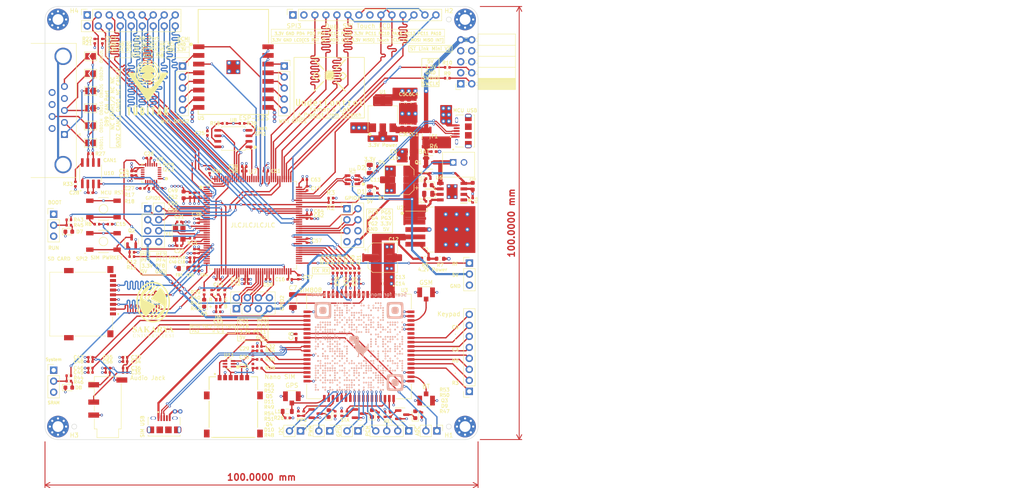
<source format=kicad_pcb>
(kicad_pcb (version 20211014) (generator pcbnew)
  (title_block (title "UnderControl") (rev "1.6") (company "Yaman's Lab"))
  (layers (0 "F.Cu" signal) (1 "In1.Cu" power) (2 "In2.Cu" power) (31 "B.Cu" signal) (34 "B.Paste" user) (35 "F.Paste" user) (36 "B.SilkS" user "B.Silkscreen") (37 "F.SilkS" user "F.Silkscreen") (38 "B.Mask" user) (39 "F.Mask" user) (44 "Edge.Cuts" user))
  (net 0 "")
  (net 1 "+5V")
  (net 2 "GND")
  (net 3 "+3V3")
  (net 4 "+4V")
  (net 5 "NRST")
  (net 6 "Net-(C17-Pad1)")
  (net 7 "Net-(C27-Pad1)")
  (net 8 "Net-(C16-Pad1)")
  (net 9 "VRTC")
  (net 10 "HSE_IN")
  (net 11 "/Crystal_RC")
  (net 12 "SIM_DATA")
  (net 13 "SIM_CLK")
  (net 15 "/SIM_RST_Pro")
  (net 16 "SIM_VDD")
  (net 17 "Right")
  (net 18 "Left")
  (net 19 "MIC1N")
  (net 20 "MIC1P")
  (net 21 "+3.3VA")
  (net 22 "Net-(D3-Pad1)")
  (net 23 "Net-(D3-Pad2)")
  (net 24 "/5V_LED")
  (net 25 "/3.3V_LED")
  (net 26 "Net-(D4-Pad2)")
  (net 27 "Net-(D4-Pad1)")
  (net 28 "Net-(D6-Pad3)")
  (net 29 "Net-(D9-Pad1)")
  (net 30 "Net-(D6-Pad2)")
  (net 31 "Net-(D6-Pad1)")
  (net 32 "/LED")
  (net 33 "Net-(D9-Pad2)")
  (net 34 "Net-(D11-Pad1)")
  (net 35 "Net-(D11-Pad2)")
  (net 36 "VBUS")
  (net 37 "/KBR3")
  (net 38 "/KBR2")
  (net 39 "/KBR1")
  (net 40 "/KBR0")
  (net 41 "/KBC3")
  (net 42 "/KBC2")
  (net 43 "/KBC1")
  (net 44 "/KBC0")
  (net 45 "+BATT")
  (net 46 "/SIM_PCM_P1")
  (net 47 "/SIM_PCM_P2")
  (net 48 "/SIM_PCM_P3")
  (net 49 "/SIM_PCM_P4")
  (net 50 "/SIM_GPIO_P1")
  (net 51 "/SIM_GPIO_P2")
  (net 52 "/SIM_PWM_P1")
  (net 53 "/SIM_PWM_P2")
  (net 54 "/SIM_I2C_P1")
  (net 55 "/SIM_I2C_P2")
  (net 56 "SIM_USB_D-")
  (net 57 "SIM_VBUS")
  (net 59 "SIM_USB_D+")
  (net 60 "USB_CONN_D-")
  (net 62 "USB_CONN_D+")
  (net 63 "/SWCLK_P")
  (net 64 "/SWDIO_P")
  (net 65 "/SIM_ADC_P0")
  (net 66 "/SIM_ADC_P1")
  (net 67 "/BOOT_GPIO/BOOT_LED")
  (net 68 "I2C2_SDA")
  (net 69 "I2C2_SCL")
  (net 70 "SPI2_CS_SD")
  (net 71 "SPI2_MOSI")
  (net 72 "SPI2_SCK")
  (net 73 "SPI2_MISO")
  (net 74 "OBD2_GND")
  (net 75 "OBD1_CANL")
  (net 76 "OBD1_GND")
  (net 77 "OBD2_CANL")
  (net 78 "OBD1_CANH")
  (net 79 "DCMI_SDA")
  (net 80 "DCMI_SCL")
  (net 81 "DCMI_VS")
  (net 82 "DCMI_HS")
  (net 83 "DCMI_PCLK")
  (net 84 "DCMI_XCLK")
  (net 85 "DCMI_D7")
  (net 86 "DCMI_D6")
  (net 87 "DCMI_D5")
  (net 88 "DCMI_D4")
  (net 89 "DCMI_D3")
  (net 90 "DCMI_D2")
  (net 91 "DCMI_D1")
  (net 92 "DCMI_D0")
  (net 93 "DCMI_RST")
  (net 94 "DCMI_PWD")
  (net 95 "SPI3_CS_LCD")
  (net 96 "LCD_RST")
  (net 97 "LCD_DC")
  (net 98 "SPI3_MOSI")
  (net 99 "SPI3_SCK")
  (net 100 "SPI3_MISO")
  (net 101 "SPI1_SCK")
  (net 102 "SPI1_MOSI")
  (net 103 "SPI1_MISO")
  (net 104 "BT_ANT")
  (net 105 "GPS_ANT")
  (net 106 "/SIM_CLK_Pro")
  (net 107 "/SIM_DATA_Pro")
  (net 108 "GSM_ANT")
  (net 109 "CAN_H")
  (net 110 "CAN_L")
  (net 111 "/GPS_RL")
  (net 112 "/PWRKEY_TB")
  (net 113 "PWRKEY")
  (net 114 "STATUS")
  (net 115 "NETLED")
  (net 116 "/5V_REG_ADJ")
  (net 117 "/NRTS_P")
  (net 118 "SWCLK")
  (net 119 "SWDIO")
  (net 120 "PPS")
  (net 121 "SIM_Power")
  (net 122 "BOOT0")
  (net 123 "HSE_OUT")
  (net 124 "SIM_TXD")
  (net 125 "SIM_RXM")
  (net 126 "SIM_RXD")
  (net 127 "SIM_TXM")
  (net 128 "SIM_RTS")
  (net 129 "SIM_RTSM")
  (net 130 "SIM_CTS")
  (net 131 "SIM_CTSM")
  (net 132 "SIM_RST")
  (net 133 "SIM_DTR")
  (net 134 "SIM_DTRM")
  (net 135 "SIM_DCD")
  (net 136 "SIM_DCDM")
  (net 137 "/CAN_TR_RS")
  (net 138 "SIM_INT")
  (net 139 "SIM_INTM")
  (net 140 "Blink_LED")
  (net 145 "USB_D+")
  (net 146 "USB_D-")
  (net 147 "WIFI_RST")
  (net 148 "WIFI_EN")
  (net 149 "WIFI_TX")
  (net 150 "WIFI_RX")
  (net 152 "RF_Data")
  (net 154 "/BOOT_GPIO/BOOT1_LED")
  (net 155 "Net-(C26-Pad1)")
  (net 158 "Net-(D10-Pad1)")
  (net 159 "Net-(D10-Pad2)")
  (net 160 "Net-(J13-Pad1)")
  (net 161 "Net-(J13-Pad2)")
  (net 162 "Net-(J13-Pad3)")
  (net 163 "Net-(J13-Pad4)")
  (net 164 "Net-(J13-Pad5)")
  (net 165 "Net-(J11-Pad1)")
  (net 173 "Gyro_INT")
  (net 181 "SPI3_CS_Touch")
  (net 182 "SPI1_CS_Flash")
  (net 183 "Touch_INT")
  (net 187 "PE0")
  (net 188 "PG14")
  (net 189 "PG13")
  (net 190 "PG11")
  (net 191 "PG10")
  (net 192 "BAT_DIV")
  (net 193 "PC9")
  (net 194 "PG6")
  (net 195 "PG5")
  (net 196 "PG4")
  (net 197 "PG3")
  (net 198 "PG2")
  (net 199 "PB15")
  (net 200 "PB14")
  (net 201 "PB13")
  (net 202 "PE3")
  (net 203 "PE2")
  (net 204 "PC14")
  (net 205 "PC13")
  (net 206 "PF2")
  (net 207 "PC15")
  (net 208 "PF4")
  (net 209 "PF3")
  (net 210 "PF6")
  (net 211 "PF5")
  (net 212 "PF8")
  (net 213 "PF7")
  (net 214 "PF10")
  (net 215 "PC0")
  (net 216 "PC4")
  (net 217 "PC5")
  (net 218 "PF12")
  (net 219 "PF11")
  (net 220 "PF14")
  (net 221 "PF13")
  (net 222 "PG1")
  (net 223 "PF15")
  (net 224 "PE8")
  (net 225 "PG0")
  (net 226 "PE10")
  (net 227 "PE7")
  (net 228 "PE12")
  (net 229 "PE9")
  (net 230 "PE14")
  (net 231 "PE11")
  (net 232 "PB11")
  (net 233 "PE13")
  (net 234 "PE15")
  (net 235 "Net-(J11-Pad2)")
  (net 236 "Net-(J11-Pad3)")
  (net 237 "Net-(J11-Pad4)")
  (net 238 "Net-(J11-Pad5)")
  (net 252 "unconnected-(J15-Pad0)")
  (net 256 "TIM3_CH3")
  (net 257 "TIM3_CH2")
  (net 258 "TIM3_CH4")
  (net 259 "PA1")
  (net 260 "PA0")
  (net 261 "PA5")
  (net 262 "PG15")
  (net 263 "CAN_TX")
  (net 264 "CAN_RX")
  (net 265 "PD15")
  (net 278 "Net-(Q3-Pad1)")
  (net 279 "Net-(Q4-Pad1)")
  (net 280 "Net-(Q5-Pad1)")
  (net 281 "Net-(R16-Pad2)")
  (net 282 "Net-(R19-Pad2)")
  (net 283 "Net-(R20-Pad1)")
  (net 284 "/BOOT_GPIO/BOOT0_L")
  (net 285 "/BOOT_GPIO/BOOT1_L")
  (net 286 "BOOT1")
  (footprint "Connector_PinSocket_2.54mm:PinSocket_1x05_P2.54mm_Vertical" (layer "F.Cu") (at 83.25 66.25)
    (fp_text reference "J11" hide)
    (fp_text value "WIFI GPIO1")
  )
  (footprint "Jumper:SolderJumper-2_P1.3mm_Open_TrianglePad1.0x1.5mm" (layer "F.Cu") (at 62.025 64 180)
    (fp_text reference "JP5" hide)
    (fp_text value "OBD2L")
  )
  (footprint "Resistor_SMD:R_0402_1005Metric" (layer "F.Cu") (at 57 139 180)
    (fp_text reference "R46")
    (fp_text value "1k")
  )
  (footprint "Resistor_SMD:R_0402_1005Metric" (layer "F.Cu") (at 63 60.5 90)
    (fp_text reference "R22")
    (fp_text value "2.2k")
  )
  (footprint "Resistor_SMD:R_0402_1005Metric" (layer "F.Cu") (at 101 134)
    (fp_text reference "R30")
    (fp_text value "22")
  )
  (footprint "Capacitor_SMD:C_0603_1608Metric" (layer "F.Cu") (at 83.5 96 90)
    (fp_text reference "C49")
    (fp_text value "10uf")
  )
  (footprint "Kicad lib:19237R6GHBHCA012T" (layer "F.Cu") (at 91.5 121 -90)
    (fp_text reference "D6")
    (fp_text value "LED_RGBA" hide)
  )
  (footprint "Connector_PinHeader_2.54mm:PinHeader_1x04_P2.54mm_Vertical" (layer "F.Cu") (at 135.5 150.5 -90)
    (fp_text reference "J3" hide)
    (fp_text value "SIM_PCM")
  )
  (footprint "Resistor_SMD:R_0402_1005Metric" (layer "F.Cu") (at 118.5 146.5 -90)
    (fp_text reference "R49")
    (fp_text value "1k")
  )
  (footprint "Connector_PinSocket_2.54mm:PinSocket_1x05_P2.54mm_Vertical" (layer "F.Cu") (at 106.75 66.25)
    (fp_text reference "J13" hide)
    (fp_text value "WIFI GPIO2")
  )
  (footprint "Capacitor_SMD:C_0402_1005Metric" (layer "F.Cu") (at 99.5 133.52 -90)
    (fp_text reference "C30")
    (fp_text value "33pf")
  )
  (footprint "Capacitor_SMD:C_0402_1005Metric" (layer "F.Cu") (at 62.025 95.5)
    (fp_text reference "C28")
    (fp_text value "100nf")
  )
  (footprint "Capacitor_SMD:C_0402_1005Metric" (layer "F.Cu") (at 97.5 89.5)
    (fp_text reference "C39")
    (fp_text value "100nf")
  )
  (footprint "Fuse:Fuse_1206_3216Metric" (layer "F.Cu") (at 139.5 82.5 -90)
    (fp_text reference "F1")
    (fp_text value "2A")
  )
  (footprint "Connector_PinSocket_2.54mm:PinSocket_1x08_P2.54mm_Vertical" (layer "F.Cu") (at 149.475 141.375 180)
    (fp_text reference "J1" hide)
    (fp_text value "Keypad")
  )
  (footprint "Capacitor_SMD:C_0402_1005Metric" (layer "F.Cu") (at 66.5 102.77)
    (fp_text reference "C15")
    (fp_text value "100nf")
  )
  (footprint "Connector_Audio:Jack_3.5mm_PJ320D_Horizontal" (layer "F.Cu") (at 66 143.67 90)
    (fp_text reference "J22" hide)
    (fp_text value "Audio Jack")
  )
  (footprint "LED_SMD:LED_0603_1608Metric" (layer "F.Cu") (at 140 93.75 180)
    (fp_text reference "D3")
    (fp_text value "GREEN")
  )
  (footprint "Package_TO_SOT_SMD:SOT-23-6" (layer "F.Cu") (at 122.5 92.5 180)
    (fp_text reference "U4")
    (fp_text value "USBLC6-2SC6")
  )
  (footprint "Package_TO_SOT_SMD:SOT-23" (layer "F.Cu") (at 124 146.5)
    (fp_text reference "Q4")
    (fp_text value "S8050")
  )
  (footprint "Capacitor_SMD:CP_Elec_6.3x7.7" (layer "F.Cu") (at 129.5 110.5)
    (fp_text reference "C12")
    (fp_text value "470uf")
  )
  (footprint "Resistor_SMD:R_0402_1005Metric" (layer "F.Cu") (at 141.25 86)
    (fp_text reference "R6")
    (fp_text value "10k")
  )
  (footprint "Kicad lib:ESP-12S" (layer "F.Cu") (at 95 65.3)
    (fp_text reference "U5")
    (fp_text value "ESP-12S")
  )
  (footprint "Capacitor_SMD:C_0402_1005Metric" (layer "F.Cu") (at 129.5 116.5)
    (fp_text reference "C14")
    (fp_text value "100nf")
  )
  (footprint "Capacitor_SMD:C_0402_1005Metric" (layer "F.Cu") (at 86 109 -90)
    (fp_text reference "C44")
    (fp_text value "100nf")
  )
  (footprint "Connector_PinHeader_2.54mm:PinHeader_1x02_P2.54mm_Vertical" (layer "F.Cu") (at 123.775 150.5 -90)
    (fp_text reference "J4" hide)
    (fp_text value "GPIO")
  )
  (footprint "Inductor_SMD:L_0805_2012Metric" (layer "F.Cu") (at 107.4375 146)
    (fp_text reference "L1")
    (fp_text value "1uH")
  )
  (footprint "Connector_Dsub:DSUB-9_Female_Horizontal_P2.77x2.84mm_EdgePinOffset4.94mm_Housed_MountingHolesOffset7.48mm" (layer "F.Cu") (at 55.985 82.05 -90)
    (fp_text reference "J15" hide)
    (fp_text value "DB9 CAN")
  )
  (footprint "Resistor_SMD:R_0402_1005Metric" (layer "F.Cu") (at 85.5 106 180)
    (fp_text reference "R15")
    (fp_text value "47")
  )
  (footprint "Resistor_SMD:R_0402_1005Metric" (layer "F.Cu") (at 121.25 146.5 90)
    (fp_text reference "R51")
    (fp_text value "4.7k")
  )
  (footprint "Resistor_SMD:R_0402_1005Metric" (layer "F.Cu") (at 91.5 118.5 -90)
    (fp_text reference "R41")
    (fp_text value "1k")
  )
  (footprint "Capacitor_SMD:C_0402_1005Metric" (layer "F.Cu") (at 86 96 90)
    (fp_text reference "C50")
    (fp_text value "1uf")
  )
  (footprint "Kicad lib:SAU_Small" (layer "F.Cu") (at 76.5 122.5)
    (fp_text reference "G***" hide)
    (fp_text value "LOGO" hide)
  )
  (footprint "Capacitor_SMD:C_0402_1005Metric" (layer "F.Cu") (at 109.5 128.6 90)
    (fp_text reference "C8")
    (fp_text value "1uf")
  )
  (footprint "Resistor_SMD:R_0402_1005Metric" (layer "F.Cu") (at 57 101.75)
    (fp_text reference "R43")
    (fp_text value "10k")
  )
  (footprint "Capacitor_SMD:C_0603_1608Metric" (layer "F.Cu") (at 135.5 74.775 -90)
    (fp_text reference "C6")
    (fp_text value "10uf")
  )
  (footprint "Resistor_SMD:R_0402_1005Metric" (layer "F.Cu") (at 150.25 97.25 -90)
    (fp_text reference "R16")
    (fp_text value "5.6k")
  )
  (footprint "Capacitor_SMD:C_0402_1005Metric" (layer "F.Cu") (at 110 115 -90)
    (fp_text reference "C37")
    (fp_text value "4.7uf")
  )
  (footprint "Capacitor_SMD:C_0402_1005Metric" (layer "F.Cu") (at 108 115.5)
    (fp_text reference "C16")
    (fp_text value "2.2uf")
  )
  (footprint "Resistor_SMD:R_0402_1005Metric" (layer "F.Cu") (at 64.75 60.5 90)
    (fp_text reference "R21")
    (fp_text value "2.2k")
  )
  (footprint "Resistor_SMD:R_0402_1005Metric" (layer "F.Cu") (at 62.025 86.5)
    (fp_text reference "R27")
    (fp_text value "120")
  )
  (footprint "Capacitor_SMD:C_0402_1005Metric" (layer "F.Cu") (at 66 137 180)
    (fp_text reference "C56")
    (fp_text value "30pf")
  )
  (footprint "Capacitor_SMD:C_0402_1005Metric" (layer "F.Cu") (at 99.5 131.52 -90)
    (fp_text reference "C29")
    (fp_text value "33pf")
  )
  (footprint "Resistor_SMD:R_0402_1005Metric" (layer "F.Cu") (at 63.5 102.77)
    (fp_text reference "R8")
    (fp_text value "22")
  )
  (footprint "Kicad lib:HRS_U.FL-R-SMT(01)" (layer "F.Cu") (at 108.5 142.5)
    (fp_text reference "J19" hide)
    (fp_text value "U.FL-GPS")
  )
  (footprint "Resistor_SMD:R_0402_1005Metric" (layer "F.Cu") (at 90 118.5 -90)
    (fp_text reference "R40")
    (fp_text value "1k")
  )
  (footprint "Capacitor_SMD:C_0402_1005Metric" (layer "F.Cu") (at 70 133.5)
    (fp_text reference "C33")
    (fp_text value "12pf")
  )
  (footprint "Connector_PinHeader_2.54mm:PinHeader_1x02_P2.54mm_Vertical" (layer "F.Cu") (at 117.275 150.5 -90)
    (fp_text reference "J5" hide)
    (fp_text value "PWM")
  )
  (footprint "Capacitor_SMD:C_0402_1005Metric" (layer "F.Cu") (at 70 136)
    (fp_text reference "C36")
    (fp_text value "30pf")
  )
  (footprint "Capacitor_SMD:C_0402_1005Metric" (layer "F.Cu") (at 97.5 90.5 180)
    (fp_text reference "C58")
    (fp_text value "100nf")
  )
  (footprint "Resistor_SMD:R_0402_1005Metric" (layer "F.Cu") (at 128.25 90.02 -90)
    (fp_text reference "R4")
    (fp_text value "1k")
  )
  (footprint "LED_SMD:LED_0805_2012Metric" (layer "F.Cu") (at 126.5 95 90)
    (fp_text reference "D1")
    (fp_text value "RED")
  )
  (footprint "Package_TO_SOT_SMD:SOT-23" (layer "F.Cu") (at 140.4375 88.5)
    (fp_text reference "Q1")
    (fp_text value "AO3401A")
  )
  (footprint "Capacitor_SMD:C_0402_1005Metric" (layer "F.Cu") (at 98 116.5 180)
    (fp_text reference "C42")
    (fp_text value "100nf")
  )
  (footprint "Package_TO_SOT_SMD:SOT-23" (layer "F.Cu") (at 134 146.75)
    (fp_text reference "Q3")
    (fp_text value "S8050")
  )
  (footprint "Capacitor_SMD:C_0402_1005Metric" (layer "F.Cu") (at 137 74.48 -90)
    (fp_text reference "C4")
    (fp_text value "100nf")
  )
  (footprint "Capacitor_SMD:C_0402_1005Metric" (layer "F.Cu") (at 87 113 -90)
    (fp_text reference "C54")
    (fp_text value "100nf")
  )
  (footprint "Resistor_SMD:R_0603_1608Metric" (layer "F.Cu") (at 139.25 110.75)
    (fp_text reference "R5")
    (fp_text value "3.6k")
  )
  (footprint "Resistor_SMD:R_0402_1005Metric" (layer "F.Cu") (at 101 136)
    (fp_text reference "R29")
    (fp_text value "22")
  )
  (footprint "Resistor_SMD:R_0402_1005Metric" (layer "F.Cu") (at 58.525 93.5 -90)
    (fp_text reference "R33")
    (fp_text value "10k")
  )
  (footprint "Capacitor_SMD:C_0603_1608Metric" (layer "F.Cu") (at 150.25 94 -90)
    (fp_text reference "C20")
    (fp_text value "10uf")
  )
  (footprint "Connector_PinHeader_2.54mm:PinHeader_2x04_P2.54mm_Vertical" (layer "F.Cu") (at 75.225 99.2)
    (fp_text reference "J25" hide)
    (fp_text value "GPIO1")
  )
  (footprint "Kicad lib:SW_TL3342F160QG" (layer "F.Cu") (at 65 99.25)
    (fp_text reference "S1" hide)
    (fp_text value "MCU RST")
  )
  (footprint "Kicad lib:SW_TL3342F160QG" (layer "F.Cu") (at 65 106.75)
    (fp_text reference "S2" hide)
    (fp_text value "SIM PWR")
  )
  (footprint "Capacitor_SMD:C_0402_1005Metric" (layer "F.Cu") (at 62 136 180)
    (fp_text reference "C46")
    (fp_text value "30pf")
  )
  (footprint "Capacitor_SMD:C_0402_1005Metric" (layer "F.Cu") (at 62 133.5 180)
    (fp_text reference "C47")
    (fp_text value "30pf")
  )
  (footprint "Capacitor_SMD:C_0402_1005Metric" (layer "F.Cu") (at 87 102 90)
    (fp_text reference "C38")
    (fp_text value "100nf")
  )
  (footprint "Capacitor_SMD:C_0402_1005Metric" (layer "F.Cu") (at 74 94.5 180)
    (fp_text reference "C27")
    (fp_text value "2.2nf")
  )
  (footprint "Capacitor_SMD:C_0603_1608Metric" (layer "F.Cu") (at 134 74.775 -90)
    (fp_text reference "C5")
    (fp_text value "10uf")
  )
  (footprint "Capacitor_SMD:C_0402_1005Metric" (layer "F.Cu") (at 112 94.5 90)
    (fp_text reference "C17")
    (fp_text value "2.2uf")
  )
  (footprint "Capacitor_SMD:C_0402_1005Metric" (layer "F.Cu") (at 89.5 90.5 -90)
    (fp_text reference "C60")
    (fp_text value "100nf")
  )
  (footprint "Package_TO_SOT_SMD:TO-263-5_TabPin3" (layer "F.Cu") (at 142.795 104)
    (fp_text reference "U2")
    (fp_text value "MIC29302AWU-Regulator_Linear")
  )
  (footprint "Resistor_SMD:R_0402_1005Metric" (layer "F.Cu") (at 120 146.5 -90)
    (fp_text reference "R54")
    (fp_text value "47k")
  )
  (footprint "Resistor_SMD:R_0603_1608Metric" (layer "F.Cu") (at 142.75 110.75)
    (fp_text reference "R7")
    (fp_text value "1.5k")
  )
  (footprint "Capacitor_SMD:C_0603_1608Metric" (layer "F.Cu") (at 129.5 115)
    (fp_text reference "C13")
    (fp_text value "10uf")
  )
  (footprint "Capacitor_SMD:C_0402_1005Metric" (layer "F.Cu") (at 135.52 86.02 180)
    (fp_text reference "C9")
    (fp_text value "100nf")
  )
  (footprint "Resistor_SMD:R_0402_1005Metric" (layer "F.Cu") (at 107.5 147.5)
    (fp_text reference "R26")
    (fp_text value "22")
  )
  (footprint "Capacitor_SMD:C_0402_1005Metric" (layer "F.Cu") (at 72.5 91 -90)
    (fp_text reference "C23")
    (fp_text value "100nf")
  )
  (footprint "Capacitor_SMD:C_0603_1608Metric" (layer "F.Cu") (at 134 79.725 90)
    (fp_text reference "C3")
    (fp_text value "10uf")
  )
  (footprint "Connector_PinHeader_2.54mm:PinHeader_1x03_P2.54mm_Vertical" (layer "F.Cu") (at 149.5 111.75)
    (fp_text reference "J12" hide)
    (fp_text value "RF")
  )
  (footprint "Capacitor_SMD:C_0402_1005Metric" (layer "F.Cu") (at 87 96 90)
    (fp_text reference "C51")
    (fp_text value "100nf")
  )
  (footprint "Capacitor_SMD:C_0402_1005Metric" (layer "F.Cu") (at 111.5 92.5 180)
    (fp_text reference "C63")
    (fp_text value "100nf")
  )
  (footprint "Jumper:SolderJumper-2_P1.3mm_Open_TrianglePad1.0x1.5mm" (layer "F.Cu") (at 62.025 76 180)
    (fp_text reference "JP3" hide)
    (fp_text value "OBD1G")
  )
  (footprint "Resistor_SMD:R_0402_1005Metric" (layer "F.Cu") (at 144.4 66.55 180)
    (fp_text reference "R10")
    (fp_text value "22")
  )
  (footprint "Kicad lib:XCVR_SIM808" (layer "F.Cu") (at 124 131 -90)
    (fp_text reference "U3")
    (fp_text value "SIM808")
  )
  (footprint "LED_SMD:LED_0603_1608Metric" (layer "F.Cu") (at 88.25 121 90)
    (fp_text reference "D5")
    (fp_text value "GREEN")
  )
  (footprint "Capacitor_SMD:C_0402_1005Metric" (layer "F.Cu") (at 82.5 107.75 180)
    (fp_text reference "C22")
    (fp_text value "12pf")
  )
  (footprint "Capacitor_SMD:CP_Elec_6.3x7.7" (layer "F.Cu") (at 133.3 92.52 180)
    (fp_text reference "C11")
    (fp_text value "470uf")
  )
  (footprint "LED_SMD:LED_0805_2012Metric" (layer "F.Cu") (at 126.5 90.02 -90)
    (fp_text reference "D2")
    (fp_text value "RED")
  )
  (footprint "Capacitor_SMD:C_0402_1005Metric" (layer "F.Cu") (at 62 134.5 180)
    (fp_text reference "C48")
    (fp_text value "12pf")
  )
  (footprint "LED_SMD:LED_0603_1608Metric" (layer "F.Cu") (at 127 146.5 90)
    (fp_text reference "D10")
    (fp_text value "GREEN")
  )
  (footprint "Capacitor_SMD:C_0402_1005Metric" (layer "F.Cu") (at 137 80.02 90)
    (fp_text reference "C1")
    (fp_text value "100nf")
  )
  (footprint "Resistor_SMD:R_0402_1005Metric" (layer "F.Cu") (at 138.5 146.75 -90)
    (fp_text reference "R47")
    (fp_text value "1k")
  )
  (footprint "Resistor_SMD:R_0402_1005Metric" (layer "F.Cu") (at 140 97.5)
    (fp_text reference "R14")
    (fp_text value "1k")
  )
  (footprint "Connector_PinSocket_2.54mm:PinSocket_2x05_P2.54mm_Horizontal" (layer "F.Cu") (at 147.5 70.35 180)
    (fp_text reference "J9" hide)
    (fp_text value "ST Link Mini")
  )
  (footprint "Capacitor_SMD:C_0402_1005Metric" (layer "F.Cu") (at 71.5 91 -90)
    (fp_text reference "C24")
    (fp_text value "100nf")
  )
  (footprint "Kicad lib:TF15X15" (layer "F.Cu") (at 60.25 121 -90)
    (fp_text reference "J14" hide)
    (fp_text value "SD_Card" hide)
  )
  (footprint "Sensor_Motion:InvenSense_QFN-24_4x4mm_P0.5mm_NoMask" (layer "F.Cu") (at 76 91 180)
    (fp_text reference "U9")
    (fp_text value "MPU-6050")
  )
  (footprint "Resistor_SMD:R_0402_1005Metric" (layer "F.Cu") (at 130 146.75 -90)
    (fp_text reference "R53")
    (fp_text value "47k")
  )
  (footprint "Capacitor_SMD:C_0402_1005Metric" (layer "F.Cu") (at 82.5 102.25)
    (fp_text reference "C21")
    (fp_text value "12pf")
  )
  (footprint "Resistor_SMD:R_0402_1005Metric" (layer "F.Cu") (at 117.5 97.75 180)
    (fp_text reference "R2")
    (fp_text value "10k")
  )
  (footprint "Inductor_SMD:L_0805_2012Metric" (layer "F.Cu") (at 83.5 113 180)
    (fp_text reference "FB1")
    (fp_text value "600R@600MHz")
  )
  (footprint "Capacitor_SMD:C_0402_1005Metric" (layer "F.Cu") (at 85.5 110.5 180)
    (fp_text reference "C19")
    (fp_text value "100nf")
  )
  (footprint "Connector_PinHeader_2.54mm:PinHeader_1x03_P2.54mm_Vertical" (layer "F.Cu") (at 53.5 100.46)
    (fp_text reference "J23" hide)
    (fp_text value "BOOT RUN")
  )
  (footprint "Resistor_SMD:R_0402_1005Metric" (layer "F.Cu") (at 122 116 90)
    (fp_text reference "R37")
    (fp_text value "5.6k")
  )
  (footprint "Capacitor_SMD:C_0402_1005Metric" (layer "F.Cu") (at 113 101 90)
    (fp_text reference "C64")
    (fp_text value "100nf")
  )
  (footprint "Capacitor_SMD:C_1206_3216Metric" (layer "F.Cu") (at 108.75 120.5 -90)
    (fp_text reference "C7")
    (fp_text value "47uf")
  )
  (footprint "Kicad lib:AMPHENOL_10118194-0001LF" (layer "F.Cu") (at 149.25 81.25 90)
    (fp_text reference "J8" hide)
    (fp_text value "MCU USB")
  )
  (footprint "Capacitor_SMD:C_0402_1005Metric" (layer "F.Cu") (at 99.5 135.52 -90)
    (fp_text reference "C31")
    (fp_text value "33pf")
  )
  (footprint "MountingHole:MountingHole_2.5mm_Pad_Via" (layer "F.Cu") (at 148.5 149.5)
    (fp_text reference "H1")
    (fp_text value "MountingHole_Pad")
  )
  (footprint "Jumper:SolderJumper-2_P1.3mm_Open_TrianglePad1.0x1.5mm" (layer "F.Cu") (at 62.025 72 180)
    (fp_text reference "JP6" hide)
    (fp_text value "OBD2G")
  )
  (footprint "Capacitor_SMD:C_0402_1005Metric" (layer "F.Cu") (at 86 113 -90)
    (fp_text reference "C53")
    (fp_text value "1uf")
  )
  (footprint "Capacitor_SMD:C_0402_1005Metric" (layer "F.Cu") (at 102.5 90.5 180)
    (fp_text reference "C61")
    (fp_text value "100nf")
  )
  (footprint "Resistor_SMD:R_0402_1005Metric" (layer "F.Cu") (at 118 116 90)
    (fp_text reference "R38")
    (fp_text value "5.6k")
  )
  (footprint "Jumper:SolderJumper-2_P1.3mm_Open_TrianglePad1.0x1.5mm" (layer "F.Cu") (at 62.025 68 180)
    (fp_text reference "JP4" hide)
    (fp_text value "OBD2H")
  )
  (footprint "LED_SMD:LED_0805_2012Metric" (layer "F.Cu") (at 140 95.75 180)
    (fp_text reference "D4")
    (fp_text value "RED")
  )
  (footprint "Resistor_SMD:R_0402_1005Metric" (layer "F.Cu") (at 93 118.5 -90)
    (fp_text reference "R42")
    (fp_text value "1k")
  )
  (footprint "Resistor_SMD:R_0402_1005Metric" (layer "F.Cu") (at 93 79.5 180)
    (fp_text reference "R19")
    (fp_text value "10k")
  )
  (footprint "Connector_PinSocket_2.54mm:PinSocket_2x09_P2.54mm_Vertical" (layer "F.Cu") (at 61.25 54.46 90)
    (fp_text reference "J16" hide)
    (fp_text value "CAM_Port")
  )
  (footprint "Resistor_SMD:R_0402_1005Metric" (layer "F.Cu") (at 131.25 146.75 90)
    (fp_text reference "R50")
    (fp_text value "4.7k")
  )
  (footprint "Connector_PinHeader_2.54mm:PinHeader_1x02_P2.54mm_Vertical" (layer "F.Cu") (at 110.5 150.5 -90)
    (fp_text reference "J6" hide)
    (fp_text value "I2C")
  )
  (footprint "Package_TO_SOT_SMD:SOT-23" (layer "F.Cu") (at 71.5 106.75 90)
    (fp_text reference "Q2")
    (fp_text value "S8050")
  )
  (footprint "Connector_PinHeader_2.54mm:PinHeader_2x04_P2.54mm_Vertical" (layer "F.Cu") (at 121.225 99.2)
    (fp_text reference "J26" hide)
    (fp_text value "GPIO2")
  )
  (footprint "MountingHole:MountingHole_2.5mm_Pad_Via" (layer "F.Cu") (at 54.5 149.5)
    (fp_text reference "H3")
    (fp_text value "MountingHole_Pad")
  )
  (footprint "Package_SO:SOIC-8_5.23x5.23mm_P1.27mm" (layer "F.Cu") (at 95 83 180)
    (fp_text reference "U8")
    (fp_text value "W25Q128JVS")
  )
  (footprint "Resistor_SMD:R_0402_1005Metric" (layer "F.Cu") (at 57 137.75)
    (fp_text reference "R44")
    (fp_text value "10k")
  )
  (footprint "Package_QFP:LQFP-144_20x20mm_P0.5mm" (layer "F.Cu") (at 99.5 103)
    (fp_text reference "U7")
    (fp_text value "STM32F407ZGTx")
  )
  (footprint "Resistor_SMD:R_0402_1005Metric" (layer "F.Cu") (at 117.5 96.75)
    (fp_text reference "R3")
    (fp_text value "10k")
  )
  (footprint "Kicad lib:UC_Logo" (layer "F.Cu") (at 117.25 70)
    (fp_text reference "G***" hide)
    (fp_text value "LOGO" hide)
  )
  (footprint "Capacitor_SMD:C_0402_1005Metric" (layer "F.Cu") (at 75.5 87.5 180)
    (fp_text reference "C26")
    (fp_text value "100nf")
  )
  (footprint "Capacitor_SMD:C_0402_1005Metric" (layer "F.Cu") (at 101 131)
    (fp_text reference "C32")
    (fp_text value "100nf")
  )
  (footprint "LED_SMD:LED_0603_1608Metric" (layer "F.Cu") (at 117 146.5 90)
    (fp_text reference "D11")
    (fp_text value "BLUE")
  )
  (footprint "Kicad lib:TUBITAK_Small" (layer "F.Cu") (at 75.25 71.3)
    (fp_text reference "G***" hide)
    (fp_text value "LOGO" hide)
  )
  (footprint "Resistor_SMD:R_0402_1005Metric" (layer "F.Cu") (at 128.5 146.75 -90)
    (fp_text reference "R48")
    (fp_text value "1k")
  )
  (footprint "LED_SMD:LED_0603_1608Metric" (layer "F.Cu") (at 57 140.5)
    (fp_text reference "D8")
    (fp_text value "GREEN")
  )
  (footprint "Kicad lib:SOIC127P600X175-9N" (layer "F.Cu") (at 145.5 95.25 180)
    (fp_text reference "U6")
    (fp_text value "TP4056" hide)
  )
  (footprint "Resistor_SMD:R_0402_1005Metric" (layer "F.Cu") (at 118 113.5 -90)
    (fp_text reference "R24")
    (fp_text value "1k")
  )
  (footprint "Package_TO_SOT_SMD:SOT-223-3_TabPin2" (layer "F.Cu") (at 129.5 77.35 90)
    (fp_text reference "U1")
    (fp_text value "LD1117S33TR_SOT223")
  )
  (footprint "Capacitor_SMD:C_0402_1005Metric" (layer "F.Cu") (at 85.5 111.5 180)
    (fp_text reference "C18")
    (fp_text value "1uf")
  )
  (footprint "Resistor_SMD:R_0402_1005Metric" (layer "F.Cu") (at 140 92.25)
    (fp_text reference "R13")
    (fp_text value "1k")
  )
  (footprint "LED_SMD:LED_0603_1608Metric" (layer "F.Cu") (at 137 146.75 90)
    (fp_text reference "D9")
    (fp_text value "BLUE")
  )
  (footprint "Capacitor_SMD:C_0402_1005Metric" (layer "F.Cu") (at 70 137)
    (fp_text reference "C35")
    (fp_text value "12pf")
  )
  (footprint "Resistor_SMD:R_0402_1005Metric" (layer "F.Cu") (at 101 132)
    (fp_text reference "R34")
    (fp_text value "22")
  )
  (footprint "Capacitor_SMD:C_0402_1005Metric" (layer "F.Cu") (at 85 96 90)
    (fp_text reference "C52")
    (fp_text value "100nf")
  )
  (footprint "Resistor_SMD:R_0402_1005Metric" (layer "F.Cu") (at 111.25 146.5 90)
    (fp_text reference "R52")
    (fp_text value "4.7k")
  )
  (footprint "Connector_PinHeader_2.54mm:PinHeader_2x04_P2.54mm_Vertical" (layer "F.Cu") (at 95.7 122.275 90)
    (fp_text reference "J27" hide)
    (fp_text value "GPIO3")
  )
  (footprint "Resistor_SMD:R_0402_1005Metric" (layer "F.Cu") (at 124 116 90)
    (fp_text reference "R36")
    (fp_text value "5.6k")
  )
  (footprint "Kicad lib:SOIC127P599X175-8N" (layer "F.Cu") (at 62.025 91 90)
    (fp_text reference "U10")
    (fp_text value "SN65HVD230DR")
  )
  (footprint "Resistor_SMD:R_0402_1005Metric" (layer "F.Cu") (at 123 113.5 -90)
    (fp_text reference "R35")
    (fp_text value "1k")
  )
  (footprint "MountingHole:MountingHole_2.5mm_Pad_Via" (layer "F.Cu") (at 54.5 55.5)
    (fp_text reference "H4")
    (fp_text value "MountingHole_Pad")
  )
  (footprint "Resistor_SMD:R_0402_1005Metric" (layer "F.Cu") (at 71.55 109.25 180)
    (fp_text reference "R12")
    (fp_text value "47k")
  )
  (footprint "Capacitor_SMD:C_0402_1005Metric" (layer "F.Cu") (at 91.5 123)
    (fp_text reference "C65")
    (fp_text value "100nf")
  )
  (footprint "Resistor_SMD:R_0402_1005Metric" (layer "F.Cu") (at 121 113.5 -90)
    (fp_text reference "R28")
    (fp_text value "1k")
  )
  (footprint "Kicad lib:SOT65P210X110-6N" (layer "F.Cu") (at 94 135 180)
    (fp_text reference "U11")
    (fp_text value "SMF05CT1G")
  )
  (footprint "Resistor_SMD:R_0402_1005Metric" (layer "F.Cu") (at 88.25 118.5 -90)
    (fp_text reference "R39")
    (fp_text value "1k")
  )
  (footprint "Resistor_SMD:R_0402_1005Metric" (layer "F.Cu") (at 76 94.5)
    (fp_text reference "R17")
    (fp_text value "2.2k")
  )
  (footprint "Capacitor_SMD:C_0603_1608Metric" (layer "F.Cu") (at 135.225 87.52 180)
    (fp_text reference "C10")
    (fp_text value "10uf")
  )
  (footprint "Connector_PinHeader_2.54mm:PinHeader_1x02_P2.54mm_Vertical" (layer "F.Cu") (at 142 150.5 -90)
    (fp_text reference "J10" hide)
    (fp_text value "ADC")
  )
  (footprint "Resistor_SMD:R_0402_1005Metric" (layer "F.Cu") (at 122 113.5 -90)
    (fp_text reference "R25")
    (fp_text value "1k")
  )
  (footprint "Jumper:SolderJumper-2_P1.3mm_Open_TrianglePad1.0x1.5mm" (layer "F.Cu") (at 62.025 80 180)
    (fp_text reference "JP1" hide)
    (fp_text value "OBD1H")
  )
  (footprint "Capacitor_SMD:C_0402_1005Metric" (layer "F.Cu") (at 98 115.5 180)
    (fp_text reference "C41")
    (fp_text value "100nf")
  )
  (footprint "Resistor_SMD:R_0402_1005Metric" (layer "F.Cu") (at 78 94.5 180)
    (fp_text reference "R18")
    (fp_text value "2.2k")
  )
  (footprint "Resistor_SMD:R_0402_1005Metric" (layer "F.Cu") (at 120 113.5 -90)
    (fp_text reference "R32")
    (fp_text value "1k")
  )
  (footprint "Capacitor_SMD:C_0402_1005Metric" (layer "F.Cu") (at 91.5 115.5 180)
    (fp_text reference "C43")
    (fp_text value "100nf")
  )
  (footprint "Capacitor_SMD:C_0402_1005Metric" (layer "F.Cu") (at 112 101 90)
    (fp_text reference "C62")
    (fp_text value "100nf")
  )
  (footprint "Capacitor_SMD:C_0603_1608Metric" (layer "F.Cu") (at 135.5 79.725 90)
    (fp_text reference "C2")
    (fp_text value "10uf")
  )
  (footprint "Resistor_SMD:R_0402_1005Metric" (layer "F.Cu") (at 71.55 110.25)
    (fp_text reference "R11")
    (fp_text value "4.7k")
  )
  (footprint "Capacitor_SMD:C_0402_1005Metric" (layer "F.Cu") (at 66 136 180)
    (fp_text reference "C55")
    (fp_text value "12pf")
  )
  (footprint "Kicad lib:AMPHENOL_10118194-0001LF" (layer "F.Cu") (at 79 150.25)
    (fp_text reference "J7" hide)
    (fp_text value "SIM_USB")
  )
  (footprint "Kicad lib:JST_B2B-XH-A(LF)(SN)" (layer "F.Cu") (at 147 88.5 180)
    (fp_text reference "J2" hide)
    (fp_text value "BAT_Port")
  )
  (footprint "Capacitor_SMD:C_0402_1005Metric" (layer "F.Cu") (at 112 106.575 90)
    (fp_text reference "C57")
    (fp_text value "100nf")
  )
  (footprint "Resistor_SMD:R_0402_1005Metric" (layer "F.Cu") (at 128.25 95.02 90)
    (fp_text reference "R1")
    (fp_text value "1k")
  )
  (footprint "Capacitor_SMD:C_0402_1005Metric" (layer "F.Cu") (at 103 115.5)
    (fp_text reference "C59")
    (fp_text value "100nf")
  )
  (footprint "Crystal:Crystal_SMD_3225-4Pin_3.2x2.5mm" (layer "F.Cu") (at 82.5 105 -90)
    (fp_text reference "Y1")
    (fp_text value "16MHz")
  )
  (footprint "Connector_PinHeader_2.54mm:PinHeader_1x03_P2.54mm_Vertical" (layer "F.Cu") (at 53.5 136.475)
    (fp_text reference "J24" hide)
    (fp_text value "BOOT1 RUN")
  )
  (footprint "Resistor_SMD:R_0402_1005Metric" (layer "F.Cu") (at 57 103 180)
    (fp_text reference "R45")
    (fp_text value "1k")
  )
  (footprint "MountingHole:MountingHole_2.5mm_Pad_Via" (layer "F.Cu") (at 148.5 55.5)
    (fp_text reference "H2")
    (fp_text value "MountingHole_Pad")
  )
  (footprint "Capacitor_SMD:C_0402_1005Metric" (layer "F.Cu") (at 62 137 180)
    (fp_text reference "C45")
    (fp_text value "12pf")
  )
  (footprint "Resistor_SMD:R_0402_1005Metric" (layer "F.Cu") (at 110 146.5 -90)
    (fp_text reference "R55")
    (fp_text value "47k")
  )
  (footprint "Package_TO_SOT_SMD:SOT-23" (layer "F.Cu") (at 114 146.5)
    (fp_text reference "Q5")
    (fp_text value "S8050")
  )
  (footprint "Capacitor_SMD:C_0402_1005Metric" (layer "F.Cu") (at 87 109 -90)
    (fp_text reference "C40")
    (fp_text value "100nf")
  )
  (footprint "Resistor_SMD:R_0402_1005Metric" (layer "F.Cu") (at 97 79.5 180)
    (fp_text reference "R20")
    (fp_text value "10k")
  )
  (footprint "Connector_PinSocket_2.54mm:PinSocket_1x14_P2.54mm_Vertical" (layer "F.Cu") (at 108.75 54.46 90)
    (fp_text reference "J17" hide)
    (fp_text value "Dual SPI Touch LCD")
  )
  (footprint "Jumper:SolderJumper-2_P1.3mm_Open_TrianglePad1.0x1.5mm" (layer "F.Cu") (at 62.025 84 180)
    (fp_text reference "JP2" hide)
    (fp_text value "OBD1L")
  )
  (footprint "Resistor_SMD:R_0402_1005Metric" (layer "F.Cu") (at 124 113.5 -90)
    (fp_text reference "R31")
    (fp_text value "1k")
  )
  (footprint "Kicad lib:HRS_U.FL-R-SMT(01)" (layer "F.Cu") (at 139.5 143.5 180)
    (fp_text reference "J18" hide)
    (fp_text value "U.FL-BT")
  )
  (footprint "Kicad lib:HRS_U.FL-R-SMT(01)" (layer "F.Cu") (at 139.5 118.5)
    (fp_text reference "J21" hide)
    (fp_text value "U.FL-GSM")
  )
  (footprint "Resistor_SMD:R_0402_1005Metric" (layer "F.Cu") (at 144.4 69.05 180)
    (fp_text reference "R9")
    (fp_text value "22")
  )
  (footprint "LED_SMD:LED_0603_1608Metric" (layer "F.Cu") (at 57 104.5)
    (fp_text reference "D7")
    (fp_text value "GREEN")
  )
  (footprint "Kicad lib:GCT_SIM8060-6-1-14-00-A" (layer "F.Cu") (at 95 145)
    (fp_text reference "J20" hide)
    (fp_text value "JAE_SIM_Card_SF72S006")
  )
  (footprint "Capacitor_SMD:C_0402_1005Metric" (layer "F.Cu") (at 70 134.5)
    (fp_text reference "C34")
    (fp_text value "30pf")
  )
  (footprint "Resistor_SMD:R_0402_1005Metric" (layer "F.Cu") (at 119 113.5 -90)
    (fp_text reference "R23")
    (fp_text value "1k")
  )
  (footprint "Capacitor_SMD:C_0402_1005Metric" (layer "F.Cu") (at 89 81.75 90)
    (fp_text reference "C25")
    (fp_text value "100nf")
  )
  (footprint "UnderControl_V6:Yamans_Lab" (layer "B.Cu") (at 124 131 180)
    (fp_text reference "G***" hide)
    (fp_text value "LOGO" hide)
  )
  (gr_circle (center 100 85) (end 100.000001 85) (layer "F.SilkS") (width 0.4) (fill none))
  (gr_rect (start 103 129.75) (end 96 124.25) (layer "F.SilkS") (width 0.15) (fill none))
  (gr_circle (center 79.500001 92.25) (end 79.500002 92.25) (layer "F.SilkS") (width 0.4) (fill none))
  (gr_circle (center 125 93.5) (end 125.000001 93.5) (layer "F.SilkS") (width 0.4) (fill none))
  (gr_rect (start 103.75 57.75) (end 143.75 61) (layer "F.SilkS") (width 0.1) (fill none))
  (gr_line (start 84.767434 63.1) (end 65.567434 63.1) (layer "F.SilkS") (width 0.1))
  (gr_circle (center 87.5 94.25) (end 87.500001 94.25) (layer "F.SilkS") (width 0.4) (fill none))
  (gr_rect (start 145.5 63) (end 135.5 61.5) (layer "F.SilkS") (width 0.15) (fill none))
  (gr_circle (center 134 100.25) (end 134.000001 100.25) (layer "F.SilkS") (width 0.4) (fill none))
  (gr_circle (center 85.25 61.25) (end 85.250001 61.25) (layer "F.SilkS") (width 0.4) (fill none))
  (gr_rect (start 125.25 78.25) (end 109 64.25) (layer "F.SilkS") (width 0.15) (fill none))
  (gr_line (start 143.75 59.375) (end 103.75 59.375) (layer "F.SilkS") (width 0.1))
  (gr_rect (start 131.75 104.75) (end 125.75 99.25) (layer "F.SilkS") (width 0.15) (fill none))
  (gr_rect (start 142.5 71) (end 138.5 64.5) (layer "F.SilkS") (width 0.15) (fill none))
  (gr_rect (start 95.5 128) (end 85 126) (layer "F.SilkS") (width 0.15) (fill none))
  (gr_rect (start 79.5 114.5) (end 73.5 109) (layer "F.SilkS") (width 0.15) (fill none))
  (gr_rect (start 117.25 114.25) (end 113.25 112.75) (layer "F.SilkS") (width 0.15) (fill none))
  (gr_circle (center 96 135.75) (end 96.000001 135.75) (layer "F.SilkS") (width 0.4) (fill none))
  (gr_circle (center 126.5 82) (end 126.500001 82) (layer "F.SilkS") (width 0.4) (fill none))
  (gr_circle (center 149.5 97.25) (end 149.500001 97.25) (layer "F.SilkS") (width 0.4) (fill none))
  (gr_rect (start 68.975 85.125) (end 66.475 66.875) (layer "F.SilkS") (width 0.1) (fill none))
  (gr_rect (start 84.817434 64.35) (end 65.567434 60.6) (layer "F.SilkS") (width 0.1) (fill none))
  (gr_line (start 84.767434 61.85) (end 65.567434 61.85) (layer "F.SilkS") (width 0.1))
  (gr_circle (center 144.75 55.5) (end 145.326 55.5) (layer "Edge.Cuts") (width 0.1) (fill none))
  (gr_line (start 148.5 52.5) (end 54.5 52.5) (layer "Edge.Cuts") (width 0.1))
  (gr_circle (center 144.75 149.499999) (end 145.326 149.499999) (layer "Edge.Cuts") (width 0.1) (fill none))
  (gr_line (start 151.5 149.5) (end 151.5 55.5) (layer "Edge.Cuts") (width 0.1))
  (gr_line (start 51.5 55.5) (end 51.5 149.5) (layer "Edge.Cuts") (width 0.1))
  (gr_arc (start 151.5 149.5) (mid 150.62132 151.62132) (end 148.5 152.5) (layer "Edge.Cuts") (width 0.1))
  (gr_line (start 54.5 152.5) (end 148.5 152.5) (layer "Edge.Cuts") (width 0.1))
  (gr_arc (start 51.5 55.5) (mid 52.37868 53.37868) (end 54.5 52.5) (layer "Edge.Cuts") (width 0.1))
  (gr_circle (center 58.25 149.499999) (end 58.826 149.499999) (layer "Edge.Cuts") (width 0.1) (fill none))
  (gr_arc (start 54.5 152.5) (mid 52.37868 151.62132) (end 51.5 149.5) (layer "Edge.Cuts") (width 0.1))
  (gr_arc (start 148.5 52.5) (mid 150.62132 53.37868) (end 151.5 55.5) (layer "Edge.Cuts") (width 0.1))
  (gr_text "Scan for more info about the board" (at 124 119) (layer "B.SilkS") (effects (font (size 0.8 0.8)) (justify mirror)))
  (gr_text "GPIO" (at 119.3 150.5 90) (layer "F.SilkS") (effects (font (size 0.8 0.8))))
  (gr_text "GPIO2" (at 106.25 121 90) (layer "F.SilkS") (effects (font (size 0.8 0.8))))
  (gr_text "GPIO1" (at 76.5 96.75) (layer "F.SilkS") (effects (font (size 0.8 0.8))))
  (gr_text "3.3V Power" (at 129.5 84.5) (layer "F.SilkS") (effects (font (size 0.8 0.8))))
  (gr_text "SPI3" (at 109 57) (layer "F.SilkS") (effects (font (size 1 1))))
  (gr_text "4.2V Power" (at 141 113.25) (layer "F.SilkS") (effects (font (size 0.8 0.8))))
  (gr_text "PWM" (at 112.8 150.5 90) (layer "F.SilkS") (effects (font (size 0.8 0.8))))
  (gr_text "CAM Port" (at 75.067434 59.85) (layer "F.SilkS") (effects (font (size 0.8 0.8))))
  (gr_text "GPS" (at 108.5 140) (layer "F.SilkS") (effects (font (size 1 1))))
  (gr_text "PA3" (at 86.25 127.5) (layer "F.SilkS") (effects (font (size 0.6 0.6) (thickness 0.1))))
  (gr_text "CAN1" (at 66.5 88) (layer "F.SilkS") (effects (font (size 0.8 0.8))))
  (gr_text "OBD1H" (at 64.525 80 90) (layer "F.SilkS") (effects (font (size 0.65 0.65) (thickness 0.1))))
  (gr_text "PCM" (at 126 150.5 90) (layer "F.SilkS") (effects (font (size 0.8 0.8))))
  (gr_text "5V\n3.3V\nGND\nSWDIO\nSWCLK" (at 140.5 67.75) (layer "F.SilkS") (effects (font (size 0.8 0.8))))
  (gr_text "Nano SIM" (at 105.75 138) (layer "F.SilkS") (effects (font (size 1 1))))
  (gr_text "BOOT" (at 53.75 97.75) (layer "F.SilkS") (effects (font (size 0.8 0.8))))
  (gr_text "BAT" (at 139 86) (layer "F.SilkS") (effects (font (size 1 1))))
  (gr_text "+" (at 89.75 121.75) (layer "F.SilkS") (effects (font (size 0.8 0.8))))
  (gr_text "A Product From Scratch" (at 117.25 77.5) (layer "F.SilkS") (effects (font (size 0.8 0.8))))
  (gr_text "GSM" (at 139.5 116.25) (layer "F.SilkS") (effects (font (size 1 1))))
  (gr_text "+-" (at 139 90.75) (layer "F.SilkS") (effects (font (size 1 1))))
  (gr_text "OBD2H" (at 64.525 68 90) (layer "F.SilkS") (effects (font (size 0.65 0.65) (thickness 0.1))))
  (gr_text "PC9 PG5\nPG4 PG3\nPG2 3.3V\nGND  5V " (at 128.75 102) (layer "F.SilkS") (effects (font (size 0.8 0.8))))
  (gr_text "SPI2" (at 60 110.75) (layer "F.SilkS") (effects (font (size 0.8 0.8))))
  (gr_text "    NC CANH1/2 NC NC\nGND2 CANL1 GND1 NC CANL2" (at 67.75 76.047434 90) (layer "F.SilkS") (effects (font (size 0.8 0.8))))
  (gr_text "WIFI GPIO2\n" (at 81.5 79) (layer "F.SilkS") (effects (font (size 0.8 0.8))))
  (gr_text "Audio Jack" (at 75.25 138.25) (layer "F.SilkS") (effects (font (size 1 1))))
  (gr_text "PG1   PG0\nPE8   PE7\n3.3V PE11\n5V    GND" (at 99.5 127) (layer "F.SilkS") (effects (font (size 0.8 0.8))))
  (gr_text "B" (at 93.248564 121.743128) (layer "F.SilkS") (effects (font (size 0.8 0.8))))
  (gr_text "ST Link Mini V2" (at 140.5 62.25) (layer "F.SilkS") (effects (font (size 0.8 0.8))))
  (gr_text "JLCJLCJLCJLC" (at 99.5 103) (layer "F.SilkS") (effects (font (size 1 1))))
  (gr_text "ESP-12S" (at 99.75 78.25) (layer "F.SilkS") (effects (font (size 1 1))))
  (gr_text "Keypad" (at 144.75 123.5) (layer "F.SilkS") (effects (font (size 1 1))))
  (gr_text "MCU USB" (at 148.5 76.5) (layer "F.SilkS") (effects (font (size 0.8 0.8))))
  (gr_text "PPS" (at 110.75 148) (layer "F.SilkS") (effects (font (size 0.8 0.8))))
  (gr_text "System" (at 53.5 134) (layer "F.SilkS") (effects (font (size 0.7 0.7))))
  (gr_text "BT" (at 139.5 140.25) (layer "F.SilkS") (effects (font (size 1 1))))
  (gr_text "Dual SPI Touch LCD" (at 123.75 57) (layer "F.SilkS") (effects (font (size 1 1))))
  (gr_text "GPIO3\n" (at 122.5 96.75) (layer "F.SilkS") (effects (font (size 0.8 0.8))))
  (gr_text "Gyro\nI2C2" (at 80 89.5) (layer "F.SilkS") (effects (font (size 0.8 0.8))))
  (gr_text "3.3V GND PD4 PD3 PD2 PC12 PC10 3.3V PC11 PC10 PA15 PC12 PC11 PA10" (at 123.75 58.75) (layer "F.SilkS") (effects (font (size 0.65 0.65))))
  (gr_text "MCU RST" (at 67 95.5) (layer "F.SilkS") (effects (font (size 0.8 0.8))))
  (gr_text "SIM808" (at 112.75 118) (layer "F.SilkS") (effects (font (size 1 1))))
  (gr_text "I2C" (at 106 150.5 90) (layer "F.SilkS") (effects (font (size 0.8 0.8))))
  (gr_text "SIM USB" (at 74 149.5 90) (layer "F.SilkS") (effects (font (size 0.8 0.8))))
  (gr_text "STA" (at 120.75 148) (layer "F.SilkS") (effects (font (size 0.8 0.8))))
  (gr_text "C0\n.\n.\n\nC3\n\nR0\n.\n.\n\nR3" (at 146.25 133) (layer "F.SilkS") (effects (font (size 0.8 0.8))))
  (gr_text "SRAM" (at 53.5 144) (layer "F.SilkS") (effects (font (size 0.7 0.7))))
  (gr_text "DCMI XCLK PA8" (at 75.067434 63.75) (layer "F.SilkS") (effects (font (size 0.65 0.65))))
  (gr_text "OBD1G" (at 64.525 76 90) (layer "F.SilkS") (effects (font (size 0.65 0.65) (thickness 0.1))))
  (gr_text "PF3  PF2\nPF7  PF4\n3.3V PF8\n5V   GND" (at 76.5 111.75) (layer "F.SilkS") (effects (font (size 0.8 0.8))))
  (gr_text "R G B" (at 91.5 127.5) (layer "F.SilkS") (effects (font (size 0.6 0.6) (thickness 0.1))))
  (gr_text "GND D0 D2 D4 D6 XCK HR SCL GND\n" (at 75 61.25) (layer "F.SilkS") (effects (font (size 0.65 0.65))))
  (gr_text "3.3V D1 D3 D5 D7 PCK VS SDA 3.3V" (at 74.967434 62.45) (layer "F.SilkS") (effects (font (size 0.65 0.65))))
  (gr_text "OBD2L" (at 64.525 64 90) (layer "F.SilkS") (effects (font (size 0.65 0.65) (thickness 0.1))))
  (gr_text "Blink T3C2 T3C3 T3C4\n" (at 90.25 126.5) (layer "F.SilkS") (effects (font (size 0.6 0.6) (thickness 0.1))))
  (gr_text "SIM PWRKEY" (at 65.75 110.5) (layer "F.SilkS") (effects (font (size 0.8 0.8))))
  (gr_text "ADC" (at 137.5 150.5 90) (layer "F.SilkS") (effects (font (size 0.8 0.8))))
  (gr_text "OBD1L" (at 64.525 84 90) (layer "F.SilkS") (effects (font (size 0.65 0.65) (thickness 0.1))))
  (gr_text "NET" (at 130.75 148.25) (layer "F.SilkS") (effects (font (size 0.8 0.8))))
  (gr_text "WIFI GPIO1" (at 108.75 79) (layer "F.SilkS") (effects (font (size 0.8 0.8))))
  (gr_text "TX RX" (at 115.25 113.5) (layer "F.SilkS") (effects (font (size 0.8 0.8))))
  (gr_text "RUN" (at 53.5 108.25) (layer "F.SilkS") (effects (font (size 0.8 0.8))))
  (gr_text "Yaman's Lab" (at 117.25 76.25) (layer "F.SilkS") (effects (font (size 1 1))))
  (gr_text "5V" (at 126.5 97.5) (layer "F.SilkS") (effects (font (size 0.8 0.8))))
  (gr_text "G" (at 93.25 120.25) (layer "F.SilkS") (effects (font (size 0.8 0.8))))
  (gr_text "DCMI" (at 83.5 60) (layer "F.SilkS") (effects (font (size 0.8 0.8))))
  (gr_text "3.3V GND LCD[CS RST DC MOSI CLK 3.3V MISO] Touch [CLK CS MOSI MISO INT]" (at 123.75 60.25) (layer "F.SilkS") (effects (font (size 0.65 0.65))))
  (gr_text "DB9 CAN Port" (at 65.75 76.047434 90) (layer "F.SilkS") (effects (font (size 0.8 0.8))))
  (gr_text "I2C1" (at 66.75 59.85) (layer "F.SilkS") (effects (font (size 0.8 0.8))))
  (gr_text "R" (at 89.75 120.25) (layer "F.SilkS") (effects (font (size 0.8 0.8))))
  (gr_text "Flash\nSPI1" (at 101.25 81.25) (layer "F.SilkS") (effects (font (size 0.8 0.8))))
  (gr_text "SD CARD" (at 54.75 110.75) (layer "F.SilkS") (effects (font (size 0.8 0.8))))
  (gr_text "OBD2G" (at 64.525 72 90) (layer "F.SilkS") (effects (font (size 0.65 0.65) (thickness 0.1))))
  (gr_text "3.3V" (at 126.5 87.75) (layer "F.SilkS") (effects (font (size 0.8 0.8))))
  (gr_text "RF\n\n5V\n\nGND\n" (at 146.25 114.5) (layer "F.SilkS") (effects (font (size 0.8 0.8))))
  (dimension (type aligned) (layer "F.Cu") (pts (xy 151.5 152.5) (xy 151.5 52.5)) (height 9.500271) (gr_text "100.0000 mm" (at 159.200271 102.5 90) (layer "F.Cu") (effects (font (size 1.5 1.5) (thickness 0.3)))) (format (units 3) (units_format 1) (precision 4)) (style (thickness 0.2) (arrow_length 1.27) (text_position_mode 0) (extension_height 0.58642) (extension_offset 0.5) keep_text_aligned))
  (dimension (type aligned) (layer "F.Cu") (pts (xy 151.5 152.5) (xy 51.5 152.5)) (height -10.5) (gr_text "100.0000 mm" (at 101.5 161.2) (layer "F.Cu") (effects (font (size 1.5 1.5) (thickness 0.3)))) (format (units 3) (units_format 1) (precision 4)) (style (thickness 0.2) (arrow_length 1.27) (text_position_mode 0) (extension_height 0.58642) (extension_offset 0.5) keep_text_aligned))
  (segment (start 139.5 81.1) (end 139.5 72) (width 1) (layer "F.Cu") (net 1))
  (segment (start 150.13 93.345) (end 150.25 93.225) (width 0.5) (layer "F.Cu") (net 1))
  (segment (start 140.51 91.76) (end 139.75 91) (width 0.5) (layer "F.Cu") (net 1))
  (segment (start 148.212 92.962) (end 146.25 91) (width 0.5) (layer "F.Cu") (net 1))
  (segment (start 140.51 92.25) (end 140.51 91.76) (width 0.5) (layer "F.Cu") (net 1))
  (segment (start 141 91) (end 139.75 91) (width 0.5) (layer "F.Cu") (net 1))
  (segment (start 148.212 93.345) (end 150.13 93.345) (width 0.5) (layer "F.Cu") (net 1))
  (segment (start 136.25 97) (end 131 97) (width 0.5) (layer "F.Cu") (net 1))
  (segment (start 128.25 95.53) (end 129.72 97) (width 0.3) (layer "F.Cu") (net 1))
  (segment (start 139.75 98.75) (end 139 98.75) (width 0.5) (layer "F.Cu") (net 1))
  (segment (start 121.3625 92.5) (end 122 92.5) (width 0.3) (layer "F.Cu") (net 1))
  (segment (start 139.75 91) (end 137.25 91) (width 0.5) (layer "F.Cu") (net 1))
  (segment (start 140.51 97.5) (end 140.51 97.99) (width 0.5) (layer "F.Cu") (net 1))
  (segment (start 126 102) (end 126 104.585) (width 0.5) (layer "F.Cu") (net 1))
  (segment (start 80.5 116) (end 83 118.5) (width 0.5) (layer "F.Cu") (net 1))
  (segment (start 140.855 97.155) (end 140.51 97.5) (width 0.5) (layer "F.Cu") (net 1))
  (segment (start 148.212 93.345) (end 148.212 92.962) (width 0.5) (layer "F.Cu") (net 1))
  (segment (start 126 104.585) (end 123.765 106.82) (width 0.5) (layer "F.Cu") (net 1))
  (segment (start 142.788 97.155) (end 140.855 97.155) (width 0.5) (layer "F.Cu") (net 1))
  (segment (start 130.7 97.3) (end 126 102) (width 0.5) (layer "F.Cu") (net 1))
  (segment (start 131 97) (end 130.7 97.3) (width 0.5) (layer "F.Cu") (net 1))
  (segment (start 129.72 97) (end 131 97) (width 0.3) (layer "F.Cu") (net 1))
  (segment (start 146.25 91) (end 145.75 91) (width 0.5) (layer "F.Cu") (net 1))
  (segment (start 140.51 97.99) (end 139.75 98.75) (width 0.5) (layer "F.Cu") (net 1))
  (segment (start 122 92.5) (end 122.5 93) (width 0.3) (layer "F.Cu") (net 1))
  (via (at 139.5 72) (size 1) (drill 0.5) (layers "F.Cu" "B.Cu") (net 1))
  (via (at 122.5 93) (size 0.6) (drill 0.3) (layers "F.Cu" "B.Cu") (net 1))
  (via (at 80.5 116) (size 0.8) (drill 0.4) (layers "F.Cu" "B.Cu") (net 1))
  (via (at 83 118.5) (size 0.8) (drill 0.4) (layers "F.Cu" "B.Cu") (net 1))
  (via (at 145.75 91) (size 0.6) (drill 0.3) (layers "F.Cu" "B.Cu") (net 1))
  (via (at 136.25 97) (size 0.8) (drill 0.4) (layers "F.Cu" "B.Cu") (net 1))
  (via (at 141 91) (size 0.6) (drill 0.3) (layers "F.Cu" "B.Cu") (net 1))
  (segment (start 75.225 110.725) (end 80.5 116) (width 0.5) (layer "B.Cu") (net 1))
  (segment (start 112.25 116) (end 105.975 122.275) (width 0.5) (layer "B.Cu") (net 1))
  (segment (start 101.345 124.25) (end 103.32 122.275) (width 0.5) (layer "B.Cu") (net 1))
  (segment (start 83 118.5) (end 88.75 124.25) (width 0.5) (layer "B.Cu") (net 1))
  (segment (start 105.975 122.275) (end 103.32 122.275) (width 0.5) (layer "B.Cu") (net 1))
  (segment (start 123.765 106.82) (end 120.585 110) (width 0.5) (layer "B.Cu") (net 1))
  (segment (start 139.5 68.19) (end 147.5 60.19) (width 1) (layer "B.Cu") (net 1))
  (segment (start 75.225 106.82) (end 75.225 110.725) (width 0.5) (layer "B.Cu") (net 1))
  (segment (start 141 91) (end 145.75 91) (width 0.5) (layer "B.Cu") (net 1))
  (segment (start 149.5 114.29) (end 141.79 114.29) (width 0.5) (layer "B.Cu") (net 1))
  (segment (start 120.585 110) (end 114.5 110) (width 0.5) (layer "B.Cu") (net 1))
  (segment (start 122.5 93) (end 122.5 95) (width 0.3) (layer "B.Cu") (net 1))
  (segment (start 112.25 112.25) (end 112.25 116) (width 0.5) (layer "B.Cu") (net 1))
  (segment (start 124.5 97) (end 136.25 97) (width 0.3) (layer "B.Cu") (net 1))
  (segment (start 114.5 110) (end 112.25 112.25) (width 0.5) (layer "B.Cu") (net 1))
  (segment (start 147.5 60.19) (end 150.04 60.19) (width 1) (layer "B.Cu") (net 1))
  (segment (start 141.79 114.29) (end 136.5 109) (width 0.5) (layer "B.Cu") (net 1))
  (segment (start 122.5 95) (end 124.5 97) (width 0.3) (layer "B.Cu") (net 1))
  (segment (start 88.75 124.25) (end 101.345 124.25) (width 0.5) (layer "B.Cu") (net 1))
  (segment (start 136.5 109) (end 136.25 108.75) (width 0.5) (layer "B.Cu") (net 1))
  (segment (start 139.5 72) (end 139.5 68.19) (width 1) (layer "B.Cu") (net 1))
  (segment (start 136.25 108.75) (end 136.25 97) (width 0.5) (layer "B.Cu") (net 1))
  (segment (start 80.25 107.75) (end 81 107.75) (width 0.3) (layer "F.Cu") (net 2))
  (segment (start 88.8375 109.25) (end 87.23 109.25) (width 0.3) (layer "F.Cu") (net 2))
  (segment (start 61.52 136) (end 61.52 137) (width 0.3) (layer "F.Cu") (net 2))
  (segment (start 136 124) (end 134.5 124) (width 0.3) (layer "F.Cu") (net 2))
  (segment (start 133.0625 147.7) (end 135 147.7) (width 0.3) (layer "F.Cu") (net 2))
  (segment (start 109.5 128.12) (end 108.5 128.12) (width 0.5) (layer "F.Cu") (net 2))
  (segment (start 87 101.52) (end 86.02 101.52) (width 0.29337) (layer "F.Cu") (net 2))
  (segment (start 112 92.52) (end 111.98 92.5) (width 0.3) (layer "F.Cu") (net 2))
  (segment (start 73.27 92.25) (end 72.5 91.48) (width 0.3) (layer "F.Cu") (net 2))
  (segment (start 137.02 104) (end 140.25 104) (width 1) (layer "F.Cu") (net 2))
  (segment (start 110.98 115.48) (end 111 115.5) (width 0.3) (layer "F.Cu") (net 2))
  (segment (start 104.5 76.5) (end 103.8 75.8) (width 0.5) (layer "F.Cu") (net 2))
  (segment (start 86 109.48) (end 85.25 109.48) (width 0.3) (layer "F.Cu") (net 2))
  (segment (start 84.705 95.225) (end 85 95.52) (width 0.3) (layer "F.Cu") (net 2))
  (segment (start 108.48 115.5) (end 108.48 116.25) (width 0.3) (layer "F.Cu") (net 2))
  (segment (start 81.5 146) (end 82.75 146) (width 0.4) (layer "F.Cu") (net 2))
  (segment (start 102.75 113.6625) (end 102.75 115.27) (width 0.3) (layer "F.Cu") (net 2))
  (segment (start 138.025 143.5) (end 137 143.5) (width 0.29337) (layer "F.Cu") (net 2))
  (segment (start 91.02 115.5) (end 91 115.5) (width 0.3) (layer "F.Cu") (net 2))
  (segment (start 62.75 72) (end 63.775 72) (width 0.3) (layer "F.Cu") (net 2))
  (segment (start 110.1625 106.75) (end 111.695 106.75) (width 0.3) (layer "F.Cu") (net 2))
  (segment (start 113.0625 147.45) (end 115 147.45) (width 0.3) (layer "F.Cu") (net 2))
  (segment (start 83.5 94.5) (end 83 94) (width 0.3) (layer "F.Cu") (net 2))
  (segment (start 104.5 78) (end 104.5 77) (width 0.5) (layer "F.Cu") (net 2))
  (segment (start 102.52 115.5) (end 102.52 116) (width 0.3) (layer "F.Cu") (net 2))
  (segment (start 111.227715 94.75) (end 112 93.977715) (width 0.3) (layer "F.Cu") (net 2))
  (segment (start 110 115.48) (end 110.98 115.48) (width 0.3) (layer "F.Cu") (net 2))
  (segment (start 81.65 106.1) (end 81.65 107.38) (width 0.3) (layer "F.Cu") (net 2))
  (segment (start 87 113.48) (end 87 114.25) (width 0.3) (layer "F.Cu") (net 2))
  (segment (start 72.06 109.25) (end 73 109.25) (width 0.3) (layer "F.Cu") (net 2))
  (segment (start 126.5 89.0825) (end 126.5 89.9705) (width 0.3) (layer "F.Cu") (net 2))
  (segment (start 87 95.52) (end 86 95.52) (width 0.3) (layer "F.Cu") (net 2))
  (segment (start 121 143) (end 121 141.5) (width 0.3) (layer "F.Cu") (net 2))
  (segment (start 94.935 135) (end 96 135) (width 0.3) (layer "F.Cu") (net 2))
  (segment (start 102.75 115.27) (end 102.52 115.5) (width 0.3) (layer "F.Cu") (net 2))
  (segment (start 81 146) (end 81.5 146) (width 0.4) (layer "F.Cu") (net 2))
  (segment (start 136 139) (end 134.5 139) (width 0.3) (layer "F.Cu") (net 2))
  (segment (start 97.75 115.27) (end 97.52 115.5) (width 0.3) (layer "F.Cu") (net 2))
  (segment (start 83.35 103.9) (end 83.35 102.62) (width 0.3) (layer "F.Cu") (net 2))
  (segment (start 110 145.99) (end 110 145.25) (width 0.3) (layer "F.Cu") (net 2))
  (segment (start 102.75 92.3375) (end 102.75 90.73) (width 0.3) (layer "F.Cu") (net 2))
  (segment (start 91 115.5) (end 90.5 115) (width 0.3) (layer "F.Cu") (net 2))
  (segment (start 100.52 131) (end 100.52 130.25) (width 0.3) (layer "F.Cu") (net 2))
  (segment (start 81.65 107.38) (end 82.02 107.75) (width 0.3) (layer "F.Cu") (net 2))
  (segment (start 61.52 133.5) (end 60.75 133.5) (width 0.3) (layer "F.Cu") (net 2))
  (segment (start 61.52 133.5) (end 61.52 134.5) (width 0.3) (layer "F.Cu") (net 2))
  (segment (start 138.025 118.5) (end 137 118.5) (width 0.29337) (layer "F.Cu") (net 2))
  (segment (start 61.39 93.47) (end 61.39 95.345) (width 0.3) (layer "F.Cu") (net 2))
  (segment (start 89.5 90.02) (end 88.75 90.02) (width 0.29337) (layer "F.Cu") (net 2))
  (segment (start 130 146.24) (end 130 145.5) (width 0.3) (layer "F.Cu") (net 2))
  (segment (start 88.8375 101.75) (end 87.23 101.75) (width 0.3) (layer "F.Cu") (net 2))
  (segment (start 91.25 115.27) (end 91.02 115.5) (width 0.3) (layer "F.Cu") (net 2))
  (segment (start 136 123) (end 134.5 123) (width 0.3) (layer "F.Cu") (net 2))
  (segment (start 97.75 89.73) (end 97.98 89.5) (width 0.3) (layer "F.Cu") (net 2))
  (segment (start 141.76 86) (end 142.6 86) (width 0.5) (layer "F.Cu") (net 2))
  (segment (start 124.99 116.51) (end 125 116.5) (width 0.3) (layer "F.Cu") (net 2))
  (segment (start 112 133) (end 113.5 133) (width 0.3) (layer "F.Cu") (net 2))
  (segment (start 69.52 134.5) (end 68.75 134.5) (width 0.3) (layer "F.Cu") (net 2))
  (segment (start 75.25 89.05) (end 75.25 87.73) (width 0.3) (layer "F.Cu") (net 2))
  (segment (start 112.73 94.02) (end 112.75 94) (width 0.3) (layer "F.Cu") (net 2))
  (segment (start 109.98 115.5) (end 110 115.48) (width 0.3) (layer "F.Cu") (net 2))
  (segment (start 123.0625 147.45) (end 125 147.45) (width 0.3) (layer "F.Cu") (net 2))
  (segment (start 82.25 94) (end 81.5 94) (width 0.3) (layer "F.Cu") (net 2))
  (segment (start 75.02 87.5) (end 74.25 87.5) (width 0.3) (layer "F.Cu") (net 2))
  (segment (start 83.5 95.225) (end 83.5 94.5) (width 0.3) (layer "F.Cu") (net 2))
  (segment (start 97.75 92.3375) (end 97.75 90.73) (width 0.3) (layer "F.Cu") (net 2))
  (segment (start 82.98 102.25) (end 84 102.25) (width 0.3) (layer "F.Cu") (net 2))
  (segment (start 87 113.48) (end 86 113.48) (width 0.3) (layer "F.Cu") (net 2))
  (segment (start 85.02 111.5) (end 84.25 111.5) (width 0.3) (layer "F.Cu") (net 2))
  (segment (start 102.75 90.73) (end 102.98 90.5) (width 0.3) (layer "F.Cu") (net 2))
  (segment (start 118.01 96.75) (end 118.75 96.75) (width 0.3) (layer "F.Cu") (net 2))
  (segment (start 111.695 106.75) (end 112 107.055) (width 0.3) (layer "F.Cu") (net 2))
  (segment (start 89 81.27) (end 89 80.5) (width 0.3) (layer "F.Cu") (net 2))
  (segment (start 82.02 107.75) (end 81 107.75) (width 0.3) (layer "F.Cu") (net 2))
  (segment (start 68.5 117.975) (end 67.2 117.975) (width 0.3) (layer "F.Cu") (net 2))
  (segment (start 117.01 116.51) (end 117 116.5) (width 0.3) (layer "F.Cu") (net 2))
  (segment (start 146.55 79.95) (end 144.45 79.95) (width 0.5) (layer "F.Cu") (net 2))
  (segment (start 126.5 95.9375) (end 126.5 95.0495) (width 0.3) (layer "F.Cu") (net 2))
  (segment (start 97.52 115.5) (end 97 115.5) (width 0.3) (layer "F.Cu") (net 2))
  (segment (start 143.575 110.75) (end 144.75 110.75) (width 0.5) (layer "F.Cu") (net 2))
  (segment (start 86.02 101.52) (end 86 101.5) (width 0.29337) (layer "F.Cu") (net 2))
  (segment (start 85.02 110.5) (end 85.02 111.5) (width 0.3) (layer "F.Cu") (net 2))
  (segment (start 72.45 107.6875) (end 72.45 106.3) (width 0.3) (layer "F.Cu") (net 2))
  (segment (start 83 94) (end 82.25 94) (width 0.3) (layer "F.Cu") (net 2))
  (segment (start 107.025 142.5) (end 106 142.5) (width 0.29337) (layer "F.Cu") (net 2))
  (segment (start 112 123) (end 113.5 123) (width 0.3) (layer "F.Cu") (net 2))
  (segment (start 104.5 79) (end 104.5 78) (width 0.5) (layer "F.Cu") (net 2))
  (segment (start 110.1625 94.75) (end 111.227715 94.75) (width 0.3) (layer "F.Cu") (net 2))
  (segment (start 111.98 92.5) (end 111.98 91.75) (width 0.3) (layer "F.Cu") (net 2))
  (segment (start 88.25 121.7875) (end 88.25 122.5) (width 0.3) (layer "F.Cu") (net 2))
  (segment (start 61.85 104.85) (end 68.15 104.85) (width 0.3) (layer "F.Cu") (net 2))
  (segment (start 150.09 94.615) (end 150.25 94.775) (width 0.5) (layer "F.Cu") (net 2))
  (segment (start 65.52 137) (end 65.52 136) (width 0.3) (layer "F.Cu") (net 2))
  (segment (start 58.525 94.01) (end 58.525 94.75) (width 0.3) (layer "F.Cu") (net 2))
  (segment (start 97.75 113.6625) (end 97.75 115.27) (width 0.3) (layer "F.Cu") (net 2))
  (segment (start 83.5 95.225) (end 84.705 95.225) (width 0.3) (layer "F.Cu") (net 2))
  (segment (start 112 93.977715) (end 112 92.52) (width 0.3) (layer "F.Cu") (net 2))
  (segment (start 67.75 102.75) (end 67 102.75) (width 0.3) (layer "F.Cu") (net 2))
  (segment (start 71.5 92.75) (end 70.75 92.75) (width 0.3) (layer "F.Cu") (net 2))
  (segment (start 120 145.99) (end 120 145.25) (width 0.3) (layer "F.Cu") (net 2))
  (segment (start 117 141.5) (end 116.915734 141.415734) (width 0.3) (layer "F.Cu") (net 2))
  (segment (start 65.52 137) (end 64.75 137) (width 0.3) (layer "F.Cu") (net 2))
  (segment (start 148.212 94.615) (end 150.09 94.615) (width 0.5) (layer "F.Cu") (net 2))
  (segment (start 71.5 91.48) (end 71.5 92.75) (width 0.3) (layer "F.Cu") (net 2))
  (segment (start 112 94.02) (end 112.73 94.02) (width 0.3) (layer "F.Cu") (net 2))
  (segment (start 85 95.52) (end 86 95.52) (width 0.3) (layer "F.Cu") (net 2))
  (segment (start 56.2125 140.5) (end 56.2125 141.5) (width 0.3) (layer "F.Cu") (net 2))
  (segment (start 144.45 79.95) (end 143.5 79) (width 0.5) (layer "F.Cu") (net 2))
  (segment (start 61.545 95.5) (end 60.775 95.5) (width 0.3) (layer "F.Cu") (net 2))
  (segment (start 123.6375 92.5) (end 123 92.5) (width 0.3) (layer "F.Cu") (net 2))
  (segment (start 102.98 89.77) (end 103 89.75) (width 0.29337) (layer "F.Cu") (net 2))
  (segment (start 61.52 134.5) (end 60.75 134.5) (width 0.3) (layer "F.Cu") (net 2))
  (segment (start 87.23 101.75) (end 87 101.52) (width 0.3) (layer "F.Cu") (net 2))
  (segment (start 136 127) (end 134.5 127) (width 0.3) (layer "F.Cu") (net 2))
  (segment (start 69.52 133.5) (end 68.75 133.5) (width 0.3) (layer "F.Cu") (net 2))
  (segment (start 98.6 81.095) (end 97.5 81.095) (width 0.3) (layer "F.Cu") (net 2))
  (segment (start 112 107.055) (end 113 107.055) (width 0.3) (layer "F.Cu") (net 2))
  (segment (start 140.975 143.5) (end 142 143.5) (width 0.29337) (layer "F.Cu") (net 2))
  (segment (start 150.25 94.775) (end 150.25 95.75) (width 0.5) (layer "F.Cu") (net 2))
  (segment (start 61.39 95.345) (end 61.545 95.5) (width 0.3) (layer "F.Cu") (net 2))
  (segment (start 109.975 142.5) (end 111 142.5) (width 0.29337) (layer "F.Cu") (net 2))
  (segment (start 62.75 76) (end 63.775 76) (width 0.3) (layer "F.Cu") (net 2))
  (segment (start 61.52 137) (end 60.75 137) (width 0.3) (layer "F.Cu") (net 2))
  (segment (start 103.8 75.8) (end 103 75.8) (width 0.5) (layer "F.Cu") (net 2))
  (segment (start 118 116.51) (end 117.01 116.51) (width 0.3) (layer "F.Cu") (net 2))
  (segment (start 75.25 87.73) (end 75.02 87.5) (width 0.3) (layer "F.Cu") (net 2))
  (segment (start 117 143) (end 117 141.5) (width 0.3) (layer "F.Cu") (net 2))
  (segment (start 61.52 136) (end 60.75 136) (width 0.3) (layer "F.Cu") (net 2))
  (segment (start 68.15 97.35) (end 61.85 97.35) (width 0.3) (layer "F.Cu") (net 2))
  (segment (start 93.095 138.2) (end 93.095 137) (width 0.3) (layer "F.Cu") (net 2))
  (segment (start 65.52 136) (end 64.75 136) (width 0.3) (layer "F.Cu") (net 2))
  (segment (start 110.1625 101.25) (end 112.77 101.25) (width 0.3) (layer "F.Cu") (net 2))
  (segment (start 97.75 113.6625) (end 97.75 116.27) (width 0.3) (layer "F.Cu") (net 2))
  (segment (start 81.5 94) (end 80.75 94) (width 0.3) (layer "F.Cu") (net 2))
  (segment (start 97.52 116.5) (end 97 116.5) (width 0.3) (layer "F.Cu") (net 2))
  (segment (start 136 126) (end 134.5 126) (width 0.3) (layer "F.Cu") (net 2))
  (segment (start 87 113.48) (end 87.75 113.48) (width 0.3) (layer "F.Cu") (net 2))
  (segment (start 72.27 92.25) (end 71.5 91.48) (width 0.3) (layer "F.Cu") (net 2))
  (segment (start 113.75 101.5) (end 114.5 101.5) (width 0.3) (layer "F.Cu") (net 2))
  (segment (start 71.5 91.48) (end 72.5 91.48) (width 0.3) (layer "F.Cu") (net 2))
  (segment (start 77.95 92.25) (end 79 92.25) (width 0.3) (layer "F.Cu") (net 2))
  (segment (start 108.48 115.5) (end 109.98 115.5) (width 0.3) (layer "F.Cu") (net 2))
  (segment (start 84.5 109.48) (end 85.25 109.48) (width 0.3) (layer "F.Cu") (net 2))
  (segment (start 124 116.51) (end 124.99 116.51) (width 0.3) (layer "F.Cu") (net 2))
  (segment (start 108.75 123) (end 108.75 121.975) (width 0.5) (layer "F.Cu") (net 2))
  (segment (start 97.75 92.3375) (end 97.75 89.73) (width 0.3) (layer "F.Cu") (net 2))
  (segment (start 150.25 96.74) (end 150.25 95.75) (width 0.5) (layer "F.Cu") (net 2))
  (segment (start 87.23 109.25) (end 87 109.48) (width 0.3) (layer "F.Cu") (net 2))
  (segment (start 111.77 101.25) (end 112 101.48) (width 0.3) (layer "F.Cu") (net 2))
  (segment (start 112.77 101.25) (end 113 101.48) (width 0.3) (layer "F.Cu") (net 2))
  (segment (start 97.98 89.5) (end 97.98 88.75) (width 0.3) (layer "F.Cu") (net 2))
  (segment (start 69.52 134.5) (end 69.52 133.5) (width 0.3) (layer "F.Cu") (net 2))
  (segment (start 83.35 102.62) (end 82.98 102.25) (width 0.3) (layer "F.Cu") (net 2))
  (segment (start 113 101.48) (end 113.73 101.48) (width 0.3) (layer "F.Cu") (net 2))
  (segment (start 80.3 146.7) (end 81 146) (width 0.4) (layer "F.Cu") (net 2))
  (segment (start 113.73 101.48) (end 113.75 101.5) (width 0.3) (layer "F.Cu") (net 2))
  (segment (start 102.98 90.5) (end 102.98 89.77) (width 0.29337) (layer "F.Cu") (net 2))
  (segment (start 140.975 118.5) (end 142 118.5) (width 0.29337) (layer "F.Cu") (net 2))
  (segment (start 136 137) (end 134.5 137) (width 0.3) (layer "F.Cu") (net 2))
  (segment (start 87 109.48) (end 86 109.48) (width 0.3) (layer "F.Cu") (net 2))
  (segment (start 62.75 146.845) (end 64.595 146.845) (width 0.3) (layer "F.Cu") (net 2))
  (segment (start 97.75 90.73) (end 97.98 90.5) (width 0.3) (layer "F.Cu") (net 2))
  (segment (start 110.1625 101.25) (end 111.77 101.25) (width 0.3) (layer "F.Cu") (net 2))
  (segment (start 85.02 110.5) (end 84.25 110.5) (width 0.3) (layer "F.Cu") (net 2))
  (segment (start 74.05 92.25) (end 72.27 92.25) (width 0.3) (layer "F.Cu") (net 2))
  (segment (start 73.52 94.5) (end 72.75 94.5) (width 0.3) (layer "F.Cu") (net 2))
  (segment (start 112 139) (end 113.5 139) (width 0.3) (layer "F.Cu") (net 2))
  (segment (start 74.05 92.25) (end 73.27 92.25) (width 0.3) (layer "F.Cu") (net 2))
  (segment (start 97.75 116.27) (end 97.52 116.5) (width 0.3) (layer "F.Cu") (net 2))
  (segment (start 132 143) (end 132 144.5) (width 0.3) (layer "F.Cu") (net 2))
  (segment (start 122 116.51) (end 122 117.5) (width 0.3) (layer "F.Cu") (net 2))
  (segment (start 123 92.5) (end 122.5 92) (width 0.3) (layer "F.Cu") (net 2))
  (segment (start 56.2125 104.5) (end 56.2125 105.5) (width 0.3) (layer "F.Cu") (net 2))
  (segment (start 91.25 113.6625) (end 91.25 115.27) (width 0.3) (layer "F.Cu") (net 2))
  (segment (start 104.5 77) (end 104.5 76.5) (width 0.5) (layer "F.Cu") (net 2))
  (segment (start 91.98 123) (end 92.5 123) (width 0.3) (layer "F.Cu") (net 2))
  (segment (start 80.3 147.55) (end 80.3 146.7) (width 0.4) (layer "F.Cu") (net 2))
  (segment (start 84.75 102.25) (end 84 102.25) (width 0.3) (layer "F.Cu") (net 2))
  (via (at 89 80.5) (size 0.6) (drill 0.3) (layers "F.Cu" "B.Cu") (net 2))
  (via (at 120 145.25) (size 0.6) (drill 0.3) (layers "F.Cu" "B.Cu") (net 2))
  (via (at 146.52 100.48) (size 1) (drill 0.5) (layers "F.Cu" "B.Cu") (net 2))
  (via (at 140.25 104) (size 1) (drill 0.5) (layers "F.Cu" "B.Cu") (net 2))
  (via (at 144.75 76) (size 1) (drill 0.5) (layers "F.Cu" "B.Cu") (net 2))
  (via (at 137 143.5) (size 0.6) (drill 0.3) (layers "F.Cu" "B.Cu") (net 2))
  (via (at 131.5 113) (size 0.8) (drill 0.4) (layers "F.Cu" "B.Cu") (net 2))
  (via (at 64.75 137) (size 0.6) (drill 0.3) (layers "F.Cu" "B.Cu") (net 2))
  (via (at 144.75 79) (size 1) (drill 0.5) (layers "F.Cu" "B.Cu") (net 2))
  (via (at 142 143.5) (size 0.6) (drill 0.3) (layers "F.Cu" "B.Cu") (net 2))
  (via (at 116.915734 141.415734) (size 0.6) (drill 0.3) (layers "F.Cu" "B.Cu") (net 2))
  (via (at 113.5 133) (size 0.6) (drill 0.3) (layers "F.Cu" "B.Cu") (net 2))
  (via (at 134.5 126) (size 0.6) (drill 0.3) (layers "F.Cu" "B.Cu") (net 2))
  (via (at 122 117.5) (size 0.6) (drill 0.3) (layers "F.Cu" "B.Cu") (net 2))
  (via (at 74.25 87.5) (size 0.6) (drill 0.3) (layers "F.Cu" "B.Cu") (net 2))
  (via (at 71.5 92.75) (size 0.6) (drill 0.3) (layers "F.Cu" "B.Cu") (net 2))
  (via (at 63.775 76) (size 0.6) (drill 0.3) (layers "F.Cu" "B.Cu") (net 2))
  (via (at 85.25 109.48) (size 0.6) (drill 0.3) (layers "F.Cu" "B.Cu") (net 2))
  (via (at 114.5 101.5) (size 0.6) (drill 0.3) (layers "F.Cu" "B.Cu") (net 2))
  (via (at 121 141.5) (size 0.6) (drill 0.3) (layers "F.Cu" "B.Cu") (net 2))
  (via (at 104.5 78) (size 0.8) (drill 0.4) (layers "F.Cu" "B.Cu") (net 2))
  (via (at 108.5 128.12) (size 0.8) (drill 0.4) (layers "F.Cu" "B.Cu") (net 2))
  (via (at 79 92.25) (size 0.6) (drill 0.3) (layers "F.Cu" "B.Cu") (net 2))
  (via (at 143.5 79) (size 1) (drill 0.5) (layers "F.Cu" "B.Cu") (net 2))
  (via (at 130.5 108) (size 0.8) (drill 0.4) (layers "F.Cu" "B.Cu") (net 2))
  (via (at 56.2125 141.5) (size 0.6) (drill 0.3) (layers "F.Cu" "B.Cu") (net 2))
  (via (at 60.75 137) (size 0.6) (drill 0.3) (layers "F.Cu" "B.Cu") (net 2))
  (via (at 137 118.5) (size 0.6) (drill 0.3) (layers "F.Cu" "B.Cu") (net 2))
  (via (at 93.095 137) (size 0.6) (drill 0.3) (layers "F.Cu" "B.Cu") (net 2))
  (via (at 96 65.5) (size 1) (drill 0.5) (layers "F.Cu" "B.Cu") (net 2))
  (via (at 100.52 130.25) (size 0.6) (drill 0.3) (layers "F.Cu" "B.Cu") (net 2))
  (via (at 80.75 94) (size 0.6) (drill 0.3) (layers "F.Cu" "B.Cu") (net 2))
  (via (at 63.775 72) (size 0.6) (drill 0.3) (layers "F.Cu" "B.Cu") (net 2))
  (via (at 144.02 107.48) (size 1) (drill 0.5) (layers "F.Cu" "B.Cu") (net 2))
  (via (at 115 147.45) (size 0.6) (drill 0.3) (layers "F.Cu" "B.Cu") (net 2))
  (via (at 125.25 80.5) (size 1) (drill 0.5) (layers "F.Cu" "B.Cu") (net 2))
  (via (at 64.75 136) (size 0.6) (drill 0.3) (layers "F.Cu" "B.Cu") (net 2))
  (via (at 135.5 77.25) (size 1) (drill 0.5) (layers "F.Cu" "B.Cu") (net 2))
  (via (at 134.5 139) (size 0.6) (drill 0.3) (layers "F.Cu" "B.Cu") (net 2))
  (via (at 81 107.75) (size 0.6) (drill 0.3) (layers "F.Cu" "B.Cu") (net 2))
  (via (at 144.02 100.48) (size 1) (drill 0.5) (layers "F.Cu" "B.Cu") (net 2))
  (via (at 111.98 91.75) (size 0.6) (drill 0.3) (layers "F.Cu" "B.Cu") (net 2))
  (via (at 146.25 96.5) (size 0.8) (drill 0.4) (layers "F.Cu" "B.Cu") (net 2))
  (via (at 84.5 109.48) (size 0.6) (drill 0.3) (layers "F.Cu" "B.Cu") (net 2))
  (via (at 131.5 95) (size 0.8) (drill 0.4) (layers "F.Cu" "B.Cu") (net 2))
  (via (at 56.2125 105.5) (size 0.6) (drill 0.3) (layers "F.Cu" "B.Cu") (net 2))
  (via (at 68.75 133.5) (size 0.6) (drill 0.3) (layers "F.Cu" "B.Cu") (net 2))
  (via (at 144.02 103.98) (size 1) (drill 0.5) (layers "F.Cu" "B.Cu") (net 2))
  (via (at 68.5 117.975) (size 0.6) (drill 0.3) (layers "F.Cu" "B.Cu") (net 2))
  (via (at 130 145.5) (size 0.6) (drill 0.3) (layers "F.Cu" "B.Cu") (net 2))
  (via (at 144.75 94) (size 0.8) (drill 0.4) (layers "F.Cu" "B.Cu") (net 2))
  (via (at 146.25 94) (size 0.8) (drill 0.4) (layers "F.Cu" "B.Cu") (net 2))
  (via (at 60.75 134.5) (size 0.6) (drill 0.3) (layers "F.Cu" "B.Cu") (net 2))
  (via (at 143.5 77.5) (size 1) (drill 0.5) (layers "F.Cu" "B.Cu") (net 2))
  (via (at 113.5 123) (size 0.6) (drill 0.3) (layers "F.Cu" "B.Cu") (net 2))
  (via (at 108.48 116.25) (size 0.6) (drill 0.3) (layers "F.Cu" "B.Cu") (net 2))
  (via (at 126.5 95.0495) (size 0.6) (drill 0.3) (layers "F.Cu" "B.Cu") (net 2))
  (via (at 88.25 122.5) (size 0.6) (drill 0.3) (layers "F.Cu" "B.Cu") (net 2))
  (via (at 133.25 87.5) (size 0.8) (drill 0.4) (layers "F.Cu" "B.Cu") (net 2))
  (via (at 144.75 110.75) (size 0.8) (drill 0.4) (layers "F.Cu" "B.Cu") (net 2))
  (via (at 144.75 96.5) (size 0.8) (drill 0.4) (layers "F.Cu" "B.Cu") (net 2))
  (via (at 137 77.25) (size 1) (drill 0.5) (layers "F.Cu" "B.Cu") (net 2))
  (via (at 68.75 134.5) (size 0.6) (drill 0.3) (layers "F.Cu" "B.Cu") (net 2))
  (via (at 146.52 103.98) (size 1) (drill 0.5) (layers "F.Cu" "B.Cu") (net 2))
  (via (at 142 118.5) (size 0.6) (drill 0.3) (layers "F.Cu" "B.Cu") (net 2))
  (via (at 134.5 123) (size 0.6) (drill 0.3) (layers "F.Cu" "B.Cu") (net 2))
  (via (at 143.5 76) (size 1) (drill 0.5) (layers "F.Cu" "B.Cu") (net 2))
  (via (at 58.525 94.75) (size 0.6) (drill 0.3) (layers "F.Cu" "B.Cu") (net 2))
  (via (at 97.98 88.75) (size 0.6) (drill 0.3) (layers "F.Cu" "B.Cu") (net 2))
  (via (at 134.5 127) (size 0.6) (drill 0.3) (layers "F.Cu" "B.Cu") (net 2))
  (via (at 118.75 96.75) (size 0.6) (drill 0.3) (layers "F.Cu" "B.Cu") (net 2))
  (via (at 142.6 86) (size 0.8) (drill 0.4) (layers "F.Cu" "B.Cu") (net 2))
  (via (at 60.775 95.5) (size 0.6) (drill 0.3) (layers "F.Cu" "B.Cu") (net 2))
  (via (at 113.75 101.5) (size 0.6) (drill 0.3) (layers "F.Cu" "B.Cu") (net 2))
  (via (at 84.25 110.5) (size 0.6) (drill 0.3) (layers "F.Cu" "B.Cu") (net 2))
  (via (at 131.5 116.5) (size 0.8) (drill 0.4) (layers "F.Cu" "B.Cu") (net 2))
  (via (at 108.75 123) (size 0.6) (drill 0.3) (layers "F.Cu" "B.Cu") (net 2))
  (via (at 125 116.5) (size 0.6) (drill 0.3) (layers "F.Cu" "B.Cu") (net 2))
  (via (at 70.75 92.75) (size 0.6) (drill 0.3) (layers "F.Cu" "B.Cu") (net 2))
  (via (at 149.02 100.48) (size 1) (drill 0.5) (layers "F.Cu" "B.Cu") (net 2))
  (via (at 73 109.25) (size 0.6) (drill 0.3) (layers "F.Cu" "B.Cu") (net 2))
  (via (at 134.5 137) (size 0.6) (drill 0.3) (layers "F.Cu" "B.Cu") (net 2))
  (via (at 87 114.25) (size 0.6) (drill 0.3) (layers "F.Cu" "B.Cu") (net 2))
  (via (at 72.75 94.5) (size 0.6) (drill 0.3) (layers "F.Cu" "B.Cu") (net 2))
  (via (at 112.75 94) (size 0.6) (drill 0.3) (layers "F.Cu" "B.Cu") (net 2))
  (via (at 60.75 133.5) (size 0.6) (drill 0.3) (layers "F.Cu" "B.Cu") (net 2))
  (via (at 146.52 107.48) (size 1) (drill 0.5) (layers "F.Cu" "B.Cu") (net 2))
  (via (at 97 116.5) (size 0.6) (drill 0.3) (layers "F.Cu" "B.Cu") (net 2))
  (via (at 130.5 95) (size 0.8) (drill 0.4) (layers "F.Cu" "B.Cu") (net 2))
  (via (at 134 77.25) (size 1) (drill 0.5) (layers "F.Cu" "B.Cu") (net 2))
  (via (at 83 94) (size 0.6) (drill 0.3) (layers "F.Cu" "B.Cu") (net 2))
  (via (at 81.5 146) (size 1) (drill 0.5) (layers "F.Cu" "B.Cu") (net 2))
  (via (at 88.75 90.02) (size 0.6) (drill 0.3) (layers "F.Cu" "B.Cu") (net 2))
  (via (at 132 144.5) (size 0.6) (drill 0.3) (layers "F.Cu" "B.Cu") (net 2))
  (via (at 130.5 90) (size 0.8) (drill 0.4) (layers "F.Cu" "B.Cu") (net 2))
  (via (at 84.75 102.25) (size 0.6) (drill 0.3) (layers "F.Cu" "B.Cu") (net 2))
  (via (at 80.25 107.75) (size 0.6) (drill 0.3) (layers "F.Cu" "B.Cu") (net 2))
  (via (at 60.75 136) (size 0.6) (drill 0.3) (layers "F.Cu" "B.Cu") (net 2))
  (via (at 97 115.5) (size 0.6) (drill 0.3) (layers "F.Cu" "B.Cu") (net 2))
  (via (at 131.5 108) (size 0.8) (drill 0.4) (layers "F.Cu" "B.Cu") (net 2))
  (via (at 94 67.5) (size 1) (drill 0.5) (layers "F.Cu" "B.Cu") (net 2))
  (via (at 110 145.25) (size 0.6) (drill 0.3) (layers "F.Cu" "B.Cu") (net 2))
  (via (at 122.5 92) (size 0.6) (drill 0.3) (layers "F.Cu" "B.Cu") (net 2))
  (via (at 90.5 115) (size 0.6) (drill 0.3) (layers "F.Cu" "B.Cu") (net 2))
  (via (at 87.75 113.48) (size 0.6) (drill 0.3) (layers "F.Cu" "B.Cu") (net 2))
  (via (at 84 102.25) (size 0.6) (drill 0.3) (layers "F.Cu" "B.Cu") (net 2))
  (via (at 92.5 123) (size 0.6) (drill 0.3) (layers "F.Cu" "B.Cu") (net 2))
  (via (at 111 115.5) (size 0.6) (drill 0.3) (layers "F.Cu" "B.Cu") (net 2))
  (via (at 113.5 139) (size 0.6) (drill 0.3) (layers "F.Cu" "B.Cu") (net 2))
  (via (at 104.5 79) (size 0.8) (drill 0.4) (layers "F.Cu" "B.Cu") (net 2))
  (via (at 81.5 94) (size 0.6) (drill 0.3) (layers "F.Cu" "B.Cu") (net 2))
  (via (at 82.25 94) (size 0.6) (drill 0.3) (layers "F.Cu" "B.Cu") (net 2))
  (via (at 104.5 77) (size 0.8) (drill 0.4) (layers "F.Cu" "B.Cu") (net 2))
  (via (at 130.5 113) (size 0.8) (drill 0.4) (layers "F.Cu" "B.Cu") (net 2))
  (via (at 135 147.7) (size 0.6) (drill 0.3) (layers "F.Cu" "B.Cu") (net 2))
  (via (at 131.5 90) (size 0.8) (drill 0.4) (layers "F.Cu" "B.Cu") (net 2))
  (via (at 149.02 103.98) (size 1) (drill 0.5) (layers "F.Cu" "B.Cu") (net 2))
  (via (at 96 135) (size 0.6) (drill 0.3) (layers "F.Cu" "B.Cu") (net 2))
  (via (at 97.5 81.095) (size 0.6) (drill 0.3) (layers "F.Cu" "B.Cu") (net 2))
  (via (at 67.75 102.75) (size 0.6) (drill 0.3) (layers "F.Cu" "B.Cu") (net 2))
  (via (at 134.5 124) (size 0.6) (drill 0.3) (layers "F.Cu" "B.Cu") (net 2))
  (via (at 150.25 95.75) (size 0.6) (drill 0.3) (layers "F.Cu" "B.Cu") (net 2))
  (via (at 65 104.85) (size 0.6) (drill 0.3) (layers "F.Cu" "B.Cu") (net 2))
  (via (at 117 116.5) (size 0.6) (drill 0.3) (layers "F.Cu" "B.Cu") (net 2))
  (via (at 94 65.5) (size 1) (drill 0.5) (layers "F.Cu" "B.Cu") (net 2))
  (via (at 125 147.45) (size 0.6) (drill 0.3) (layers "F.Cu" "B.Cu") (net 2))
  (via (at 72.45 106.3) (size 0.6) (drill 0.3) (layers "F.Cu" "B.Cu") (net 2))
  (via (at 111 142.5) (size 0.6) (drill 0.3) (layers "F.Cu" "B.Cu") (net 2))
  (via (at 96 67.5) (size 1) (drill 0.5) (layers "F.Cu" "B.Cu") (net 2))
  (via (at 122.75 80.5) (size 1) (drill 0.5) (layers "F.Cu" "B.Cu") (net 2))
  (via (at 144.75 77.5) (size 1) (drill 0.5) (layers "F.Cu" "B.Cu") (net 2))
  (via (at 149.02 107.48) (size 1) (drill 0.5) (layers "F.Cu" "B.Cu") (net 2))
  (via (at 64.595 146.845) (size 0.6) (drill 0.3) (layers "F.Cu" "B.Cu") (net 2))
  (via (at 86 101.5) (size 0.6) (drill 0.3) (layers "F.Cu" "B.Cu") (net 2))
  (via (at 106 142.5) (size 0.6) (drill 0.3) (layers "F.Cu" "B.Cu") (net 2))
  (via (at 84.25 111.5) (size 0.6) (drill 0.3) (layers "F.Cu" "B.Cu") (net 2))
  (via (at 131.5 115) (size 0.8) (drill 0.4) (layers "F.Cu" "B.Cu") (net 2))
  (via (at 65 97.35) (size 0.6) (drill 0.3) (layers "F.Cu" "B.Cu") (net 2))
  (via (at 126.5 89.9705) (size 0.6) (drill 0.3) (layers "F.Cu" "B.Cu") (net 2))
  (via (at 134 86) (size 0.8) (drill 0.4) (layers "F.Cu" "B.Cu") (net 2))
  (via (at 103 89.75) (size 0.6) (drill 0.3) (layers "F.Cu" "B.Cu") (net 2))
  (via (at 82.75 146) (size 1) (drill 0.5) (layers "F.Cu" "B.Cu") (net 2))
  (via (at 113 107.055) (size 0.6) (drill 0.3) (layers "F.Cu" "B.Cu") (net 2))
  (via (at 124 80.5) (size 1) (drill 0.5) (layers "F.Cu" "B.Cu") (net 2))
  (via (at 102.52 116) (size 0.6) (drill 0.3) (layers "F.Cu" "B.Cu") (net 2))
  (segment (start 88.8375 96.75) (end 85.27 96.75) (width 0.3) (layer "F.Cu") (net 3))
  (segment (start 82.4375 113) (end 81.952378 113) (width 0.3) (layer "F.Cu") (net 3))
  (segment (start 103.25 115.27) (end 103.48 115.5) (width 0.3) (layer "F.Cu") (net 3))
  (segment (start 97.25 92.3375) (end 97.25 89.73) (width 0.3) (layer "F.Cu") (net 3))
  (segment (start 97.25 89.73) (end 97.02 89.5) (width 0.3) (layer "F.Cu") (net 3))
  (segment (start 83.5 96.775) (end 83.5 98) (width 0.3) (layer "F.Cu") (net 3))
  (segment (start 91.4 84.905) (end 92.5 84.905) (width 0.3) (layer "F.Cu") (net 3))
  (segment (start 98.25 116.27) (end 98.48 116.5) (width 0.3) (layer "F.Cu") (net 3))
  (segment (start 87 108.52) (end 87 108) (width 0.3) (layer "F.Cu") (net 3))
  (segment (start 108.01 147.5) (end 108.75 147.5) (width 0.29337) (layer "F.Cu") (net 3))
  (segment (start 87 108.52) (end 86 108.52) (width 0.3) (layer "F.Cu") (net 3))
  (segment (start 112 106.095) (end 113 106.095) (width 0.3) (layer "F.Cu") (net 3))
  (segment (start 96.49 79.5) (end 95 79.5) (width 0.3) (layer "F.Cu") (net 3))
  (segment (start 68.5 120.175) (end 67.2 120.175) (width 0.3) (layer "F.Cu") (net 3))
  (segment (start 97.02 89.5) (end 97.02 88.75) (width 0.3) (layer "F.Cu") (net 3))
  (segment (start 62.66 95.345) (end 62.505 95.5) (width 0.3) (layer "F.Cu") (net 3))
  (segment (start 85.5 79) (end 85.5 78) (width 0.5) (layer "F.Cu") (net 3))
  (segment (start 103.25 113.6625) (end 103.25 115.27) (width 0.3) (layer "F.Cu") (net 3))
  (segment (start 88.8375 102.25) (end 87.23 102.25) (width 0.3) (layer "F.Cu") (net 3))
  (segment (start 85.5 78) (end 85.5 77) (width 0.5) (layer "F.Cu") (net 3))
  (segment (start 95 79.5) (end 93.51 79.5) (width 0.3) (layer "F.Cu") (net 3))
  (segment (start 88.8375 108.75) (end 87.23 108.75) (width 0.3) (layer "F.Cu") (net 3))
  (segment (start 81.952378 113) (end 81.603426 112.651048) (width 0.3) (layer "F.Cu") (net 3))
  (segment (start 128.5 147.26) (end 128.5 148) (width 0.3) (layer "F.Cu") (net 3))
  (segment (start 110.1625 106.25) (end 111.845 106.25) (width 0.3) (layer "F.Cu") (net 3))
  (segment (start 91.25 92.3375) (end 90.75 92.3375) (width 0.25) (layer "F.Cu") (net 3))
  (segment (start 91.75 115.27) (end 91.98 115.5) (width 0.3) (layer "F.Cu") (net 3))
  (segment (start 102.25 90.73) (end 102.02 90.5) (width 0.3) (layer "F.Cu") (net 3))
  (segment (start 71.5 90.52) (end 72.5 90.52) (width 0.3) (layer "F.Cu") (net 3))
  (segment (start 98.48 116.5) (end 99 116.5) (width 0.3) (layer "F.Cu") (net 3))
  (segment (start 113 100.52) (end 113 99.5) (width 0.3) (layer "F.Cu") (net 3))
  (segment (start 91.02 123) (end 91.02 121.83) (width 0.3) (layer "F.Cu") (net 3))
  (segment (start 97.25 90.73) (end 97.02 90.5) (width 0.3) (layer "F.Cu") (net 3))
  (segment (start 110.1625 93.3575) (end 111.02 92.5) (width 0.3) (layer "F.Cu") (net 3))
  (segment (start 90.3375 92.3375) (end 89.9 91.9) (width 0.29337) (layer "F.Cu") (net 3))
  (segment (start 74.05 89.75) (end 73.27 89.75) (width 0.3) (layer "F.Cu") (net 3))
  (segment (start 71.5 90.52) (end 71.5 89.5) (width 0.3) (layer "F.Cu") (net 3))
  (segment (start 86 96.48) (end 86 98) (width 0.3) (layer "F.Cu") (net 3))
  (segment (start 102.25 92.3375) (end 102.25 90.73) (width 0.3) (layer "F.Cu") (net 3))
  (segment (start 91.75 113.6625) (end 91.75 115.27) (width 0.3) (layer "F.Cu") (net 3))
  (segment (start 88.8375 96.75) (end 87.27 96.75) (width 0.3) (layer "F.Cu") (net 3))
  (segment (start 108.25 113.6625) (end 109.1425 113.6625) (width 0.3) (layer "F.Cu") (net 3))
  (segment (start 87 102.48) (end 86.02 102.48) (width 0.29337) (layer "F.Cu") (net 3))
  (segment (start 89 82.23) (end 89 83) (width 0.3) (layer "F.Cu") (net 3))
  (segment (start 111.845 106.25) (end 112 106.095) (width 0.3) (layer "F.Cu") (net 3))
  (segment (start 111.02 92.5) (end 111.02 91.75) (width 0.3) (layer "F.Cu") (net 3))
  (segment (start 102.02 90.5) (end 102.02 89.73) (width 0.29337) (layer "F.Cu") (net 3))
  (segment (start 72.27 89.75) (end 71.5 90.52) (width 0.3) (layer "F.Cu") (net 3))
  (segment (start 112.77 100.75) (end 113 100.52) (width 0.3) (layer "F.Cu") (net 3))
  (segment (start 110.1625 100.75) (end 112.77 100.75) (width 0.3) (layer "F.Cu") (net 3))
  (segment (start 98.25 113.6625) (end 98.25 116.27) (width 0.3) (layer "F.Cu") (net 3))
  (segment (start 138.5 147.26) (end 138.5 148) (width 0.3) (layer "F.Cu") (net 3))
  (segment (start 62.66 93.47) (end 62.66 95.345) (width 0.3) (layer "F.Cu") (net 3))
  (segment (start 86 108.52) (end 86 108) (width 0.3) (layer "F.Cu") (net 3))
  (segment (start 90.655 84.905) (end 91.4 84.905) (width 0.3) (layer "F.Cu") (net 3))
  (segment (start 98.25 115.27) (end 98.48 115.5) (width 0.3) (layer "F.Cu") (net 3))
  (segment (start 118.5 147.01) (end 118.5 147.75) (width 0.3) (layer "F.Cu") (net 3))
  (segment (start 87 96.48) (end 87 98) (width 0.3) (layer "F.Cu") (net 3))
  (segment (start 85.5 77) (end 85.5 76.5) (width 0.5) (layer "F.Cu") (net 3))
  (segment (start 87.23 108.75) (end 87 108.52) (width 0.3) (layer "F.Cu") (net 3))
  (segment (start 110.1625 100.75) (end 111.77 100.75) (width 0.3) (layer "F.Cu") (net 3))
  (segment (start 83.5 96.775) (end 84.705 96.775) (width 0.3) (layer "F.Cu") (net 3))
  (segment (start 62.505 95.5) (end 63.275 95.5) (width 0.3) (layer "F.Cu") (net 3))
  (segment (start 98.25 113.6625) (end 98.25 115.27) (width 0.3) (layer "F.Cu") (net 3))
  (segment (start 110 114.52) (end 111 114.52) (width 0.3) (layer "F.Cu") (net 3))
  (segment (start 128.25 89.51) (end 128.25 88.75) (width 0.3) (layer "F.Cu") (net 3))
  (segment (start 76.75 89.05) (end 76.75 88) (width 0.3) (layer "F.Cu") (net 3))
  (segment (start 84.705 96.775) (end 85 96.48) (width 0.3) (layer "F.Cu") (net 3))
  (segment (start 63 61.01) (end 63 62) (width 0.3) (layer "F.Cu") (net 3))
  (segment (start 102.02 89.73) (end 103 88.75) (width 0.29337) (layer "F.Cu") (net 3))
  (segment (start 91.98 115.5) (end 92 115.5) (width 0.3) (layer "F.Cu") (net 3))
  (segment (start 89.5 90.98) (end 89.5 91.5) (width 0.29337) (layer "F.Cu") (net 3))
  (segment (start 91.02 123) (end 90.5 123) (width 0.3) (layer "F.Cu") (net 3))
  (segment (start 92 115.5) (end 92.5 115) (width 0.3) (layer "F.Cu") (net 3))
  (segment (start 74.05 89.75) (end 72.27 89.75) (width 0.3) (layer "F.Cu") (net 3))
  (segment (start 75.49 95.24) (end 75.5 95.25) (width 0.3) (layer "F.Cu") (net 3))
  (segment (start 86.2 75.8) (end 87 75.8) (width 0.5) (layer "F.Cu") (net 3))
  (segment (start 110.1625 94.25) (end 110.1625 93.3575) (width 0.3) (layer "F.Cu") (net 3))
  (segment (start 89.5 91.5) (end 89.9 91.9) (width 0.29337) (layer "F.Cu") (net 3))
  (segment (start 90.75 92.3375) (end 90.3375 92.3375) (width 0.29337) (layer "F.Cu") (net 3))
  (segment (start 109.1425 113.6625) (end 110 114.52) (width 0.3) (layer "F.Cu") (net 3))
  (segment (start 78.51 94.5) (end 79.25 94.5) (width 0.3) (layer "F.Cu") (net 3))
  (segment (start 97.25 92.3375) (end 97.25 90.73) (width 0.3) (layer "F.Cu") (net 3))
  (segment (start 64.75 61.01) (end 64.75 62) (width 0.3) (layer "F.Cu") (net 3))
  (segment (start 75.49 94.5) (end 75.49 95.24) (width 0.3) (layer "F.Cu") (net 3))
  (segment (start 85.5 76.5) (end 86.2 75.8) (width 0.5) (layer "F.Cu") (net 3))
  (segment (start 87.27 96.75) (end 87 96.48) (width 0.3) (layer "F.Cu") (net 3))
  (segment (start 73.27 89.75) (end 72.5 90.52) (width 0.3) (layer "F.Cu") (net 3))
  (segment (start 71.5 89.5) (end 71.5 88.75) (width 0.3) (layer "F.Cu") (net 3))
  (segment (start 89 83) (end 89 83.25) (width 0.3) (layer "F.Cu") (net 3))
  (segment (start 103.48 115.5) (end 103.48 116) (width 0.3) (layer "F.Cu") (net 3))
  (segment (start 88.8375 96.75) (end 86.27 96.75) (width 0.3) (layer "F.Cu") (net 3))
  (segment (start 111.77 100.75) (end 112 100.52) (width 0.3) (layer "F.Cu") (net 3))
  (segment (start 85 96.48) (end 85 98) (width 0.3) (layer "F.Cu") (net 3))
  (segment (start 89 83.25) (end 90.655 84.905) (width 0.3) (layer "F.Cu") (net 3))
  (segment (start 91.02 121.83) (end 91.05 121.8) (width 0.3) (layer "F.Cu") (net 3))
  (segment (start 87.23 102.25) (end 87 102.48) (width 0.3) (layer "F.Cu") (net 3))
  (segment (start 86.02 102.48) (end 86 102.5) (width 0.29337) (layer "F.Cu") (net 3))
  (segment (start 112 100.52) (end 112 99.5) (width 0.3) (layer "F.Cu") (net 3))
  (segment (start 86.27 96.75) (end 86 96.48) (width 0.3) (layer "F.Cu") (net 3))
  (segment (start 85.27 96.75) (end 85 96.48) (width 0.3) (layer "F.Cu") (net 3))
  (segment (start 98.48 115.5) (end 99 115.5) (width 0.3) (layer "F.Cu") (net 3))
  (via (at 85 98) (size 0.6) (drill 0.3) (layers "F.Cu" "B.Cu") (net 3))
  (via (at 103 88.75) (size 0.6) (drill 0.3) (layers "F.Cu" "B.Cu") (net 3))
  (via (at 81.603426 112.651048) (size 0.6) (drill 0.3) (layers "F.Cu" "B.Cu") (net 3))
  (via (at 135.5 72) (size 1) (drill 0.5) (layers "F.Cu" "B.Cu") (net 3))
  (via (at 71.5 89.5) (size 0.6) (drill 0.3) (layers "F.Cu" "B.Cu") (net 3))
  (via (at 71.5 88.75) (size 0.6) (drill 0.3) (layers "F.Cu" "B.Cu") (net 3))
  (via (at 63 62) (size 0.6) (drill 0.3) (layers "F.Cu" "B.Cu") (net 3))
  (via (at 92.5 84.905) (size 0.6) (drill 0.3) (layers "F.Cu" "B.Cu") (net 3))
  (via (at 99 116.5) (size 0.6) (drill 0.3) (layers "F.Cu" "B.Cu") (net 3))
  (via (at 138.5 148) (size 0.6) (drill 0.3) (layers "F.Cu" "B.Cu") (net 3))
  (via (at 63.275 95.5) (size 0.6) (drill 0.3) (layers "F.Cu" "B.Cu") (net 3))
  (via (at 87 108) (size 0.6) (drill 0.3) (layers "F.Cu" "B.Cu") (net 3))
  (via (at 64.75 62) (size 0.6) (drill 0.3) (layers "F.Cu" "B.Cu") (net 3))
  (via (at 87 98) (size 0.6) (drill 0.3) (layers "F.Cu" "B.Cu") (net 3))
  (via (at 97.02 88.75) (size 0.6) (drill 0.3) (layers "F.Cu" "B.Cu") (net 3))
  (via (at 111.02 91.75) (size 0.6) (drill 0.3) (layers "F.Cu" "B.Cu") (net 3))
  (via (at 79.25 94.5) (size 0.6) (drill 0.3) (layers "F.Cu" "B.Cu") (net 3))
  (via (at 111 114.52) (size 0.6) (drill 0.3) (layers "F.Cu" "B.Cu") (net 3))
  (via (at 118.5 147.75) (size 0.6) (drill 0.3) (layers "F.Cu" "B.Cu") (net 3))
  (via (at 103.48 116) (size 0.6) (drill 0.3) (layers "F.Cu" "B.Cu") (net 3))
  (via (at 113 106.095) (size 0.6) (drill 0.3) (layers "F.Cu" "B.Cu") (net 3))
  (via (at 90.5 123) (size 0.6) (drill 0.3) (layers "F.Cu" "B.Cu") (net 3))
  (via (at 86 102.5) (size 0.6) (drill 0.3) (layers "F.Cu" "B.Cu") (net 3))
  (via (at 85.5 79) (size 0.8) (drill 0.4) (layers "F.Cu" "B.Cu") (net 3))
  (via (at 108.75 147.5) (size 0.6) (drill 0.3) (layers "F.Cu" "B.Cu") (net 3))
  (via (at 86 108) (size 0.6) (drill 0.3) (layers "F.Cu" "B.Cu") (net 3))
  (via (at 134 72) (size 1) (drill 0.5) (layers "F.Cu" "B.Cu") (net 3))
  (via (at 95 79.5) (size 0.6) (drill 0.3) (layers "F.Cu" "B.Cu") (net 3))
  (via (at 127 83) (size 1) (drill 0.5) (layers "F.Cu" "B.Cu") (net 3))
  (via (at 68.5 120.175) (size 0.6) (drill 0.3) (layers "F.Cu" "B.Cu") (net 3))
  (via (at 89 83) (size 0.6) (drill 0.3) (layers "F.Cu" "B.Cu") (net 3))
  (via (at 85.5 78) (size 0.8) (drill 0.4) (layers "F.Cu" "B.Cu") (net 3))
  (via (at 86 98) (size 0.6) (drill 0.3) (layers "F.Cu" "B.Cu") (net 3))
  (via (at 128.25 88.75) (size 0.6) (drill 0.3) (layers "F.Cu" "B.Cu") (net 3))
  (via (at 129.5 83) (size 1) (drill 0.5) (layers "F.Cu" "B.Cu") (net 3))
  (via (at 128.5 148) (size 0.6) (drill 0.3) (layers "F.Cu" "B.Cu") (net 3))
  (via (at 85.5 77) (size 0.8) (drill 0.4) (layers "F.Cu" "B.Cu") (net 3))
  (via (at 75.5 95.25) (size 0.6) (drill 0.3) (layers "F.Cu" "B.Cu") (net 3))
  (via (at 132 83) (size 1) (drill 0.5) (layers "F.Cu" "B.Cu") (net 3))
  (via (at 83.5 98) (size 0.6) (drill 0.3) (layers "F.Cu" "B.Cu") (net 3))
  (via (at 92.5 115) (size 0.6) (drill 0.3) (layers "F.Cu" "B.Cu") (net 3))
  (via (at 113 99.5) (size 0.6) (drill 0.3) (layers "F.Cu" "B.Cu") (net 3))
  (via (at 99 115.5) (size 0.6) (drill 0.3) (layers "F.Cu" "B.Cu") (net 3))
  (via (at 89.9 91.9) (size 0.6) (drill 0.3) (layers "F.Cu" "B.Cu") (net 3))
  (via (at 112 99.5) (size 0.6) (drill 0.3) (layers "F.Cu" "B.Cu") (net 3))
  (via (at 76.75 88) (size 0.6) (drill 0.3) (layers "F.Cu" "B.Cu") (net 3))
  (via (at 137 72) (size 1) (drill 0.5) (layers "F.Cu" "B.Cu") (net 3))
  (segment (start 133.25 107.5) (end 133.25 106) (width 0.5) (layer "F.Cu") (net 4))
  (segment (start 136.5 110.75) (end 133.25 107.5) (width 0.5) (layer "F.Cu") (net 4))
  (segment (start 138.425 110.75) (end 136.5 110.75) (width 0.5) (layer "F.Cu") (net 4))
  (segment (start 85.25 106.75) (end 83.5 108.5) (width 0.3) (layer "F.Cu") (net 5))
  (segment (start 64.98 102.77) (end 65 102.75) (width 0.3) (layer "F.Cu") (net 5))
  (segment (start 64.01 102.77) (end 64.98 102.77) (width 0.3) (layer "F.Cu") (net 5))
  (segment (start 88.8375 106.25) (end 87.999639 106.25) (width 0.3) (layer "F.Cu") (net 5))
  (segment (start 65.02 102.77) (end 65 102.75) (width 0.3) (layer "F.Cu") (net 5))
  (segment (start 83.5 108.5) (end 73.5 108.5) (width 0.3) (layer "F.Cu") (net 5))
  (segment (start 66.02 102.77) (end 65.02 102.77) (width 0.3) (layer "F.Cu") (net 5))
  (segment (start 87.999639 106.25) (end 87.499639 106.75) (width 0.3) (layer "F.Cu") (net 5))
  (segment (start 87.499639 106.75) (end 85.25 106.75) (width 0.3) (layer "F.Cu") (net 5))
  (via (at 73.5 108.5) (size 0.6) (drill 0.3) (layers "F.Cu" "B.Cu") (net 5))
  (via (at 65 102.75) (size 0.6) (drill 0.3) (layers "F.Cu" "B.Cu") (net 5))
  (segment (start 65 102.75) (end 65 103.5) (width 0.3) (layer "B.Cu") (net 5))
  (segment (start 70 108.5) (end 73.5 108.5) (width 0.3) (layer "B.Cu") (net 5))
  (segment (start 65 103.5) (end 70 108.5) (width 0.3) (layer "B.Cu") (net 5))
  (segment (start 110.1625 95.25) (end 111.73 95.25) (width 0.3) (layer "F.Cu") (net 6))
  (segment (start 111.73 95.25) (end 112 94.98) (width 0.3) (layer "F.Cu") (net 6))
  (segment (start 75.25 93.73) (end 74.48 94.5) (width 0.3) (layer "F.Cu") (net 7))
  (segment (start 75.25 92.95) (end 75.25 93.73) (width 0.3) (layer "F.Cu") (net 7))
  (segment (start 107.75 113.6625) (end 107.75 115.27) (width 0.3) (layer "F.Cu") (net 8))
  (segment (start 107.75 115.27) (end 107.52 115.5) (width 0.3) (layer "F.Cu") (net 8))
  (segment (start 108.775 119) (end 108.75 119.025) (width 0.5) (layer "F.Cu") (net 9))
  (segment (start 116 119) (end 108.775 119) (width 0.5) (layer "F.Cu") (net 9))
  (segment (start 86.25 105.25) (end 88.8375 105.25) (width 0.3) (layer "F.Cu") (net 10))
  (segment (start 81.65 103.9) (end 81.65 104) (width 0.3) (layer "F.Cu") (net 10))
  (segment (start 81.65 104) (end 82.650841 105.000841) (width 0.3) (layer "F.Cu") (net 10))
  (segment (start 81.65 103.9) (end 81.65 102.62) (width 0.3) (layer "F.Cu") (net 10))
  (segment (start 82.650841 105.000841) (end 86.000841 105.000841) (width 0.3) (layer "F.Cu") (net 10))
  (segment (start 86.000841 105.000841) (end 86.25 105.25) (width 0.3) (layer "F.Cu") (net 10))
  (segment (start 81.65 102.62) (end 82.02 102.25) (width 0.3) (layer "F.Cu") (net 10))
  (segment (start 84.89 106.1) (end 84.99 106) (width 0.3) (layer "F.Cu") (net 11))
  (segment (start 83.35 107.38) (end 82.98 107.75) (width 0.3) (layer "F.Cu") (net 11))
  (segment (start 83.35 106.1) (end 83.35 107.38) (width 0.3) (layer "F.Cu") (net 11))
  (segment (start 83.35 106.1) (end 84.89 106.1) (width 0.3) (layer "F.Cu") (net 11))
  (segment (start 104.51 135) (end 101.51 132) (width 0.3) (layer "F.Cu") (net 12))
  (segment (start 112 135) (end 104.51 135) (width 0.3) (layer "F.Cu") (net 12))
  (segment (start 103.51 136) (end 101.51 134) (width 0.3) (layer "F.Cu") (net 13))
  (segment (start 112 136) (end 103.51 136) (width 0.3) (layer "F.Cu") (net 13))
  (segment (start 94.365 136.95) (end 94.365 138.2) (width 0.3) (layer "F.Cu") (net 15))
  (segment (start 93.065 135.65) (end 94.365 136.95) (width 0.3) (layer "F.Cu") (net 15))
  (segment (start 99.5 136) (end 99.5 137) (width 0.3) (layer "F.Cu") (net 15))
  (segment (start 100.49 136) (end 99.5 136) (width 0.3) (layer "F.Cu") (net 15))
  (segment (start 95.5 137) (end 94.415 137) (width 0.3) (layer "F.Cu") (net 15))
  (via (at 95.5 137) (size 0.6) (drill 0.3) (layers "F.Cu" "B.Cu") (net 15))
  (via (at 99.5 137) (size 0.6) (drill 0.3) (layers "F.Cu" "B.Cu") (net 15))
  (segment (start 99.5 137) (end 95.5 137) (width 0.3) (layer "B.Cu") (net 15))
  (segment (start 112 134) (end 105.5 134) (width 0.3) (layer "F.Cu") (net 16))
  (segment (start 101 129.5) (end 97.915 129.5) (width 0.3) (layer "F.Cu") (net 16))
  (segment (start 102.5 131) (end 101.48 131) (width 0.3) (layer "F.Cu") (net 16))
  (segment (start 93.065 134.35) (end 92.235 134.35) (width 0.3) (layer "F.Cu") (net 16))
  (segment (start 101.48 129.98) (end 101 129.5) (width 0.3) (layer "F.Cu") (net 16))
  (segment (start 101.48 131) (end 101.48 129.98) (width 0.3) (layer "F.Cu") (net 16))
  (segment (start 92.235 134.35) (end 91.825 134.76) (width 0.3) (layer "F.Cu") (net 16))
  (segment (start 105.5 134) (end 102.5 131) (width 0.3) (layer "F.Cu") (net 16))
  (segment (start 97.915 129.5) (end 93.065 134.35) (width 0.3) (layer "F.Cu") (net 16))
  (segment (start 91.825 134.76) (end 91.825 138.2) (width 0.3) (layer "F.Cu") (net 16))
  (segment (start 62.75 142.5) (end 68.25 137) (width 0.3) (layer "F.Cu") (net 17))
  (segment (start 68.25 137) (end 69.52 137) (width 0.3) (layer "F.Cu") (net 17))
  (segment (start 62.75 143.845) (end 62.75 142.5) (width 0.3) (layer "F.Cu") (net 17))
  (segment (start 70.48 134.997715) (end 70.227715 135.25) (width 0.3) (layer "F.Cu") (net 17))
  (segment (start 69.75 135.25) (end 69.52 135.48) (width 0.3) (layer "F.Cu") (net 17))
  (segment (start 70.48 134.5) (end 70.48 134.997715) (width 0.3) (layer "F.Cu") (net 17))
  (segment (start 70.48 133.5) (end 70.48 134.5) (width 0.3) (layer "F.Cu") (net 17))
  (segment (start 70.227715 135.25) (end 69.75 135.25) (width 0.3) (layer "F.Cu") (net 17))
  (segment (start 69.52 135.48) (end 69.52 136) (width 0.3) (layer "F.Cu") (net 17))
  (segment (start 112 126) (end 77.98 126) (width 0.3) (layer "F.Cu") (net 17))
  (segment (start 77.98 126) (end 70.48 133.5) (width 0.3) (layer "F.Cu") (net 17))
  (segment (start 69.52 137) (end 69.52 136) (width 0.3) (layer "F.Cu") (net 17))
  (segment (start 64.3 139.845) (end 66.48 137.665) (width 0.3) (layer "F.Cu") (net 18))
  (segment (start 66.48 137.665) (end 66.48 137) (width 0.3) (layer "F.Cu") (net 18))
  (segment (start 62.75 139.845) (end 64.3 139.845) (width 0.3) (layer "F.Cu") (net 18))
  (segment (start 70.48 137) (end 70.48 136) (width 0.3) (layer "F.Cu") (net 18))
  (segment (start 66.48 136) (end 67.25 136) (width 0.3) (layer "F.Cu") (net 18))
  (segment (start 71.25 137) (end 70.48 137) (width 0.3) (layer "F.Cu") (net 18))
  (segment (start 66.48 136) (end 66.48 137) (width 0.3) (layer "F.Cu") (net 18))
  (segment (start 79.48 127) (end 70.48 136) (width 0.3) (layer "F.Cu") (net 18))
  (segment (start 112 127) (end 79.48 127) (width 0.3) (layer "F.Cu") (net 18))
  (via (at 67.25 136) (size 0.6) (drill 0.3) (layers "F.Cu" "B.Cu") (net 18))
  (via (at 71.25 137) (size 0.6) (drill 0.3) (layers "F.Cu" "B.Cu") (net 18))
  (segment (start 67.25 136) (end 68.25 137) (width 0.3) (layer "B.Cu") (net 18))
  (segment (start 68.25 137) (end 71.25 137) (width 0.3) (layer "B.Cu") (net 18))
  (segment (start 62.48 136) (end 62.48 137) (width 0.3) (layer "F.Cu") (net 19))
  (segment (start 73.48 125) (end 62.48 136) (width 0.3) (layer "F.Cu") (net 19))
  (segment (start 112 125) (end 73.48 125) (width 0.3) (layer "F.Cu") (net 19))
  (segment (start 69.25 138.745) (end 67.505 138.745) (width 0.3) (layer "F.Cu") (net 20))
  (segment (start 62.5 134) (end 62.48 134.02) (width 0.3) (layer "F.Cu") (net 20))
  (segment (start 63.25 134) (end 62.5 134) (width 0.3) (layer "F.Cu") (net 20))
  (segment (start 112 124) (end 72.75 124) (width 0.3) (layer "F.Cu") (net 20))
  (segment (start 72.75 124) (end 63.25 133.5) (width 0.3) (layer "F.Cu") (net 20))
  (segment (start 63.25 133.5) (end 62.48 133.5) (width 0.3) (layer "F.Cu") (net 20))
  (segment (start 62.48 134.02) (end 62.48 134.5) (width 0.3) (layer "F.Cu") (net 20))
  (segment (start 67.505 138.745) (end 67.5 138.75) (width 0.3) (layer "F.Cu") (net 20))
  (segment (start 62.48 133.5) (end 62.48 134.02) (width 0.3) (layer "F.Cu") (net 20))
  (via (at 63.25 134) (size 0.6) (drill 0.3) (layers "F.Cu" "B.Cu") (net 20))
  (via (at 67.5 138.75) (size 0.6) (drill 0.3) (layers "F.Cu" "B.Cu") (net 20))
  (segment (start 67.5 138.75) (end 67.5 137.5) (width 0.3) (layer "B.Cu") (net 20))
  (segment (start 67.5 137.5) (end 64 134) (width 0.3) (layer "B.Cu") (net 20))
  (segment (start 64 134) (end 63.25 134) (width 0.3) (layer "B.Cu") (net 20))
  (segment (start 86 112.52) (end 85.0425 112.52) (width 0.3) (layer "F.Cu") (net 21))
  (segment (start 85.98 111.5) (end 85.98 110.5) (width 0.3) (layer "F.Cu") (net 21))
  (segment (start 87 112.52) (end 86 112.52) (width 0.3) (layer "F.Cu") (net 21))
  (segment (start 87.999159 110.25048) (end 87 111.249639) (width 0.3) (layer "F.Cu") (net 21))
  (segment (start 88.8375 109.75) (end 88.8375 110.25) (width 0.3) (layer "F.Cu") (net 21))
  (segment (start 88.83702 110.25048) (end 87.999159 110.25048) (width 0.3) (layer "F.Cu") (net 21))
  (segment (start 88.8375 110.25) (end 88.83702 110.25048) (width 0.3) (layer "F.Cu") (net 21))
  (segment (start 87 111.249639) (end 87 112.52) (width 0.3) (layer "F.Cu") (net 21))
  (segment (start 88.8375 109.75) (end 87.793223 109.75) (width 0.3) (layer "F.Cu") (net 21))
  (segment (start 87.793223 109.75) (end 87.043223 110.5) (width 0.3) (layer "F.Cu") (net 21))
  (segment (start 87.043223 110.5) (end 85.98 110.5) (width 0.3) (layer "F.Cu") (net 21))
  (segment (start 85.0425 112.52) (end 84.5625 113) (width 0.3) (layer "F.Cu") (net 21))
  (segment (start 142.788 94.615) (end 141.6525 94.615) (width 0.5) (layer "F.Cu") (net 22))
  (segment (start 141.6525 94.615) (end 140.7875 93.75) (width 0.5) (layer "F.Cu") (net 22))
  (segment (start 139.2125 93.75) (end 139.2125 92.5275) (width 0.5) (layer "F.Cu") (net 23))
  (segment (start 139.2125 92.5275) (end 139.49 92.25) (width 0.5) (layer "F.Cu") (net 23))
  (segment (start 127.8025 94.0625) (end 128.25 94.51) (width 0.3) (layer "F.Cu") (net 24))
  (segment (start 126.5 94.0625) (end 127.8025 94.0625) (width 0.3) (layer "F.Cu") (net 24))
  (segment (start 126.5 90.9575) (end 127.8225 90.9575) (width 0.3) (layer "F.Cu") (net 25))
  (segment (start 127.8225 90.9575) (end 128.25 90.53) (width 0.3) (layer "F.Cu") (net 25))
  (segment (start 139.0625 97.0725) (end 139.49 97.5) (width 0.5) (layer "F.Cu") (net 26))
  (segment (start 139.0625 95.75) (end 139.0625 97.0725) (width 0.5) (layer "F.Cu") (net 26))
  (segment (start 142.788 95.885) (end 141.0725 95.885) (width 0.5) (layer "F.Cu") (net 27))
  (segment (start 141.0725 95.885) (end 140.9375 95.75) (width 0.5) (layer "F.Cu") (net 27))
  (segment (start 93 120.75) (end 91.95 121.8) (width 0.3) (layer "F.Cu") (net 28))
  (segment (start 93 119.01) (end 93 120.75) (width 0.3) (layer "F.Cu") (net 28))
  (segment (start 136.2125 146.75) (end 137 147.5375) (width 0.3) (layer "F.Cu") (net 29))
  (segment (start 134.9375 146.75) (end 136.2125 146.75) (width 0.3) (layer "F.Cu") (net 29))
  (segment (start 91.5 119.01) (end 91.95 119.46) (width 0.3) (layer "F.Cu") (net 30))
  (segment (start 91.95 119.46) (end 91.95 120.2) (width 0.3) (layer "F.Cu") (net 30))
  (segment (start 90 119.15) (end 91.05 120.2) (width 0.3) (layer "F.Cu") (net 31))
  (segment (start 90 119.01) (end 90 119.15) (width 0.3) (layer "F.Cu") (net 31))
  (segment (start 88.25 119.01) (end 88.25 120.2125) (width 0.3) (layer "F.Cu") (net 32))
  (segment (start 137 145.9625) (end 138.2225 145.9625) (width 0.3) (layer "F.Cu") (net 33))
  (segment (start 138.2225 145.9625) (end 138.5 146.24) (width 0.3) (layer "F.Cu") (net 33))
  (segment (start 114.9375 146.5) (end 116.2125 146.5) (width 0.3) (layer "F.Cu") (net 34))
  (segment (start 116.2125 146.5) (end 117 147.2875) (width 0.3) (layer "F.Cu") (net 34))
  (segment (start 118.2225 145.7125) (end 118.5 145.99) (width 0.3) (layer "F.Cu") (net 35))
  (segment (start 117 145.7125) (end 118.2225 145.7125) (width 0.3) (layer "F.Cu") (net 35))
  (segment (start 139.5 87.55) (end 139.5 85.7) (width 1) (layer "F.Cu") (net 36))
  (segment (start 143.85 83.9) (end 139.5 83.9) (width 0.5) (layer "F.Cu") (net 36))
  (segment (start 139.5 89.45) (end 139.5 87.55) (width 1) (layer "F.Cu") (net 36))
  (segment (start 145.2 82.55) (end 143.85 83.9) (width 0.5) (layer "F.Cu") (net 36))
  (segment (start 139.5 85.7) (end 139.5 83.9) (width 1) (layer "F.Cu") (net 36))
  (segment (start 146.55 82.55) (end 145.2 82.55) (width 0.5) (layer "F.Cu") (net 36))
  (segment (start 139.5625 83.9625) (end 139.5 83.9) (width 1) (layer "F.Cu") (net 36))
  (segment (start 140.74 86) (end 139.8 86) (width 0.5) (layer "F.Cu") (net 36))
  (segment (start 136 136) (end 144.1 136) (width 0.3) (layer "F.Cu") (net 37))
  (segment (start 144.1 136) (end 149.475 141.375) (width 0.3) (layer "F.Cu") (net 37))
  (segment (start 136 135) (end 145.64 135) (width 0.3) (layer "F.Cu") (net 38))
  (segment (start 145.64 135) (end 149.475 138.835) (width 0.3) (layer "F.Cu") (net 38))
  (segment (start 147.18 134) (end 149.475 136.295) (width 0.3) (layer "F.Cu") (net 39))
  (segment (start 136 134) (end 147.18 134) (width 0.3) (layer "F.Cu") (net 39))
  (segment (start 148.72 133) (end 149.475 133.755) (width 0.3) (layer "F.Cu") (net 40))
  (segment (start 136 133) (end 148.72 133) (width 0.3) (layer "F.Cu") (net 40))
  (segment (start 148.69 132) (end 149.475 131.215) (width 0.3) (layer "F.Cu") (net 41))
  (segment (start 136 132) (end 148.69 132) (width 0.3) (layer "F.Cu") (net 41))
  (segment (start 136 131) (end 147.15 131) (width 0.3) (layer "F.Cu") (net 42))
  (segment (start 147.15 131) (end 149.475 128.675) (width 0.3) (layer "F.Cu") (net 42))
  (segment (start 136 130) (end 145.61 130) (width 0.3) (layer "F.Cu") (net 43))
  (segment (start 145.61 130) (end 149.475 126.135) (width 0.3) (layer "F.Cu") (net 43))
  (segment (start 136 129) (end 144.07 129) (width 0.3) (layer "F.Cu") (net 44))
  (segment (start 144.07 129) (end 149.475 123.595) (width 0.3) (layer "F.Cu") (net 44))
  (segment (start 145.75 88.5) (end 142.75 88.5) (width 1) (layer "F.Cu") (net 45))
  (segment (start 123.25 97.75) (end 124.75 96.25) (width 0.3) (layer "F.Cu") (net 45))
  (segment (start 142.75 88.5) (end 141.375 88.5) (width 1) (layer "F.Cu") (net 45))
  (segment (start 142.788 93.345) (end 142.788 88.538) (width 1) (layer "F.Cu") (net 45))
  (segment (start 118.01 97.75) (end 123.25 97.75) (width 0.3) (layer "F.Cu") (net 45))
  (via (at 124.75 96.25) (size 0.6) (drill 0.3) (layers "F.Cu" "B.Cu") (net 45))
  (segment (start 133.25 96.25) (end 141 88.5) (width 0.3) (layer "B.Cu") (net 45))
  (segment (start 124.75 96.25) (end 133.25 96.25) (width 0.3) (layer "B.Cu") (net 45))
  (segment (start 141 88.5) (end 145.75 88.5) (width 0.3) (layer "B.Cu") (net 45))
  (segment (start 129 143) (end 129 141.5) (width 0.3) (layer "F.Cu") (net 46))
  (via (at 129 141.5) (size 0.6) (drill 0.3) (layers "F.Cu" "B.Cu") (net 46))
  (segment (start 135.5 150) (end 135.5 150.5) (width 0.3) (layer "B.Cu") (net 46))
  (segment (start 129 141.5) (end 129 143.5) (width 0.3) (layer "B.Cu") (net 46))
  (segment (start 129 143.5) (end 135.5 150) (width 0.3) (layer "B.Cu") (net 46))
  (segment (start 128 143) (end 128 141.5) (width 0.3) (layer "F.Cu") (net 47))
  (via (at 128 141.5) (size 0.6) (drill 0.3) (layers "F.Cu" "B.Cu") (net 47))
  (segment (start 128 141.5) (end 128 144.5) (width 0.3) (layer "B.Cu") (net 47))
  (segment (start 128 144.5) (end 132.96 149.46) (width 0.3) (layer "B.Cu") (net 47))
  (segment (start 132.96 149.46) (end 132.96 150.5) (width 0.3) (layer "B.Cu") (net 47))
  (segment (start 127 143) (end 127 141.5) (width 0.3) (layer "F.Cu") (net 48))
  (via (at 127 141.5) (size 0.6) (drill 0.3) (layers "F.Cu" "B.Cu") (net 48))
  (segment (start 130.42 148.67) (end 130.42 150.5) (width 0.3) (layer "B.Cu") (net 48))
  (segment (start 127 145.25) (end 130.42 148.67) (width 0.3) (layer "B.Cu") (net 48))
  (segment (start 127 141.5) (end 127 145.25) (width 0.3) (layer "B.Cu") (net 48))
  (segment (start 126 143) (end 126 141.5) (width 0.3) (layer "F.Cu") (net 49))
  (via (at 126 141.5) (size 0.6) (drill 0.3) (layers "F.Cu" "B.Cu") (net 49))
  (segment (start 126 146) (end 127 147) (width 0.3) (layer "B.Cu") (net 49))
  (segment (start 127 149.62) (end 127.88 150.5) (width 0.3) (layer "B.Cu") (net 49))
  (segment (start 126 141.5) (end 126 146) (width 0.3) (layer "B.Cu") (net 49))
  (segment (start 127 147) (end 127 149.62) (width 0.3) (layer "B.Cu") (net 49))
  (segment (start 125 143) (end 125 141.5) (width 0.3) (layer "F.Cu") (net 50))
  (via (at 125 141.5) (size 0.6) (drill 0.3) (layers "F.Cu" "B.Cu") (net 50))
  (segment (start 125 146.25) (end 125.75 147) (width 0.3) (layer "B.Cu") (net 50))
  (segment (start 125 141.5) (end 125 146.25) (width 0.3) (layer "B.Cu") (net 50))
  (segment (start 125.75 148.525) (end 123.775 150.5) (width 0.3) (layer "B.Cu") (net 50))
  (segment (start 125.75 147) (end 125.75 148.525) (width 0.3) (layer "B.Cu") (net 50))
  (segment (start 124 143) (end 124 141.5) (width 0.3) (layer "F.Cu") (net 51))
  (via (at 124 141.5) (size 0.6) (drill 0.3) (layers "F.Cu" "B.Cu") (net 51))
  (segment (start 124 141.5) (end 124 147.735) (width 0.3) (layer "B.Cu") (net 51))
  (segment (start 124 147.735) (end 121.235 150.5) (width 0.3) (layer "B.Cu") (net 51))
  (segment (start 123 143) (end 123 141.5) (width 0.3) (layer "F.Cu") (net 52))
  (via (at 123 141.5) (size 0.6) (drill 0.3) (layers "F.Cu" "B.Cu") (net 52))
  (segment (start 123 141.5) (end 123 144.775) (width 0.3) (layer "B.Cu") (net 52))
  (segment (start 123 144.775) (end 117.275 150.5) (width 0.3) (layer "B.Cu") (net 52))
  (segment (start 122 143) (end 122 141.5) (width 0.3) (layer "F.Cu") (net 53))
  (via (at 122 141.5) (size 0.6) (drill 0.3) (layers "F.Cu" "B.Cu") (net 53))
  (segment (start 114.735 148.765) (end 114.735 150.5) (width 0.3) (layer "B.Cu") (net 53))
  (segment (start 122 141.5) (end 114.735 148.765) (width 0.3) (layer "B.Cu") (net 53))
  (segment (start 120 143) (end 120 141.5) (width 0.3) (layer "F.Cu") (net 54))
  (via (at 120 141.5) (size 0.6) (drill 0.3) (layers "F.Cu" "B.Cu") (net 54))
  (segment (start 111 150.5) (end 110.5 150.5) (width 0.3) (layer "B.Cu") (net 54))
  (segment (start 120 141.5) (end 111 150.5) (width 0.3) (layer "B.Cu") (net 54))
  (segment (start 119 143) (end 119 141.5) (width 0.3) (layer "F.Cu") (net 55))
  (via (at 119 141.5) (size 0.6) (drill 0.3) (layers "F.Cu" "B.Cu") (net 55))
  (segment (start 118 141.5) (end 111.5 148) (width 0.3) (layer "B.Cu") (net 55))
  (segment (start 119 141.5) (end 118 141.5) (width 0.3) (layer "B.Cu") (net 55))
  (segment (start 111.5 148) (end 110.46 148) (width 0.3) (layer "B.Cu") (net 55))
  (segment (start 110.46 148) (end 107.96 150.5) (width 0.3) (layer "B.Cu") (net 55))
  (segment (start 112 132) (end 110.799999 132) (width 0.26111) (layer "F.Cu") (net 56))
  (segment (start 110.799999 132) (end 110.532154 131.732155) (width 0.26111) (layer "F.Cu") (net 56))
  (segment (start 78.35 146.524999) (end 78.35 147.55) (width 0.26111) (layer "F.Cu") (net 56))
  (segment (start 78.442845 145.728838) (end 78.442845 146.432154) (width 0.26111) (layer "F.Cu") (net 56))
  (segment (start 79.716025 144.216025) (end 79.716025 144.455658) (width 0.26111) (layer "F.Cu") (net 56))
  (segment (start 78.442845 146.432154) (end 78.35 146.524999) (width 0.26111) (layer "F.Cu") (net 56))
  (segment (start 79.716025 144.455658) (end 78.442845 145.728838) (width 0.26111) (layer "F.Cu") (net 56))
  (segment (start 106.169445 131.732155) (end 106 131.9016) (width 0.26111) (layer "F.Cu") (net 56))
  (segment (start 110.532154 131.732155) (end 106.169445 131.732155) (width 0.26111) (layer "F.Cu") (net 56))
  (via (at 106 131.9016) (size 0.6) (drill 0.3) (layers "F.Cu" "B.Cu") (net 56))
  (via (at 79.716025 144.216025) (size 0.6) (drill 0.3) (layers "F.Cu" "B.Cu") (net 56))
  (segment (start 106.767845 131.846163) (end 106.767845 132.153837) (width 0.26111) (layer "B.Cu") (net 56))
  (segment (start 106 131.9016) (end 106.169445 131.732155) (width 0.26111) (layer "B.Cu") (net 56))
  (segment (start 91.653838 132.517845) (end 79.955658 144.216025) (width 0.26111) (layer "B.Cu") (net 56))
  (segment (start 106.169445 131.732155) (end 106.653837 131.732155) (width 0.26111) (layer "B.Cu") (net 56))
  (segment (start 106.653837 131.732155) (end 106.767845 131.846163) (width 0.26111) (layer "B.Cu") (net 56))
  (segment (start 106.403837 132.517845) (end 91.653838 132.517845) (width 0.26111) (layer "B.Cu") (net 56))
  (segment (start 106.767845 132.153837) (end 106.403837 132.517845) (width 0.26111) (layer "B.Cu") (net 56))
  (segment (start 79.955658 144.216025) (end 79.716025 144.216025) (width 0.26111) (layer "B.Cu") (net 56))
  (segment (start 112 130) (end 109.6 130) (width 0.5) (layer "F.Cu") (net 57))
  (segment (start 109.6 130) (end 103 130) (width 0.5) (layer "F.Cu") (net 57))
  (segment (start 93.75 128) (end 77.7 144.05) (width 0.5) (layer "F.Cu") (net 57))
  (segment (start 101 128) (end 93.75 128) (width 0.5) (layer "F.Cu") (net 57))
  (segment (start 103 130) (end 101 128) (width 0.5) (layer "F.Cu") (net 57))
  (segment (start 77.7 144.05) (end 77.7 147.55) (width 0.5) (layer "F.Cu") (net 57))
  (segment (start 109.5 129.08) (end 109.5 129.9) (width 0.5) (layer "F.Cu") (net 57))
  (segment (start 78.907155 146.432154) (end 79 146.524999) (width 0.26111) (layer "F.Cu") (net 59))
  (segment (start 80.044342 144.783975) (end 78.907155 145.921162) (width 0.26111) (layer "F.Cu") (net 59))
  (segment (start 79 146.524999) (end 79 147.55) (width 0.26111) (layer "F.Cu") (net 59))
  (segment (start 106.169445 131.267845) (end 106 131.0984) (width 0.26111) (layer "F.Cu") (net 59))
  (segment (start 112 131) (end 110.799999 131) (width 0.26111) (layer "F.Cu") (net 59))
  (segment (start 80.283975 144.783975) (end 80.044342 144.783975) (width 0.26111) (layer "F.Cu") (net 59))
  (segment (start 78.907155 145.921162) (end 78.907155 146.432154) (width 0.26111) (layer "F.Cu") (net 59))
  (segment (start 110.532154 131.267845) (end 106.169445 131.267845) (width 0.26111) (layer "F.Cu") (net 59))
  (segment (start 110.799999 131) (end 110.532154 131.267845) (width 0.26111) (layer "F.Cu") (net 59))
  (via (at 106 131.0984) (size 0.6) (drill 0.3) (layers "F.Cu" "B.Cu") (net 59))
  (via (at 80.283975 144.783975) (size 0.6) (drill 0.3) (layers "F.Cu" "B.Cu") (net 59))
  (segment (start 106.596163 132.982155) (end 91.846162 132.982155) (width 0.26111) (layer "B.Cu") (net 59))
  (segment (start 107.232155 132.346163) (end 106.596163 132.982155) (width 0.26111) (layer "B.Cu") (net 59))
  (segment (start 106 131.0984) (end 106.169445 131.267845) (width 0.26111) (layer "B.Cu") (net 59))
  (segment (start 80.283975 144.544342) (end 80.283975 144.783975) (width 0.26111) (layer "B.Cu") (net 59))
  (segment (start 91.846162 132.982155) (end 80.283975 144.544342) (width 0.26111) (layer "B.Cu") (net 59))
  (segment (start 106.169445 131.267845) (end 106.846163 131.267845) (width 0.26111) (layer "B.Cu") (net 59))
  (segment (start 106.846163 131.267845) (end 107.232155 131.653837) (width 0.26111) (layer "B.Cu") (net 59))
  (segment (start 107.232155 131.653837) (end 107.232155 132.346163) (width 0.26111) (layer "B.Cu") (net 59))
  (segment (start 141.25 79.6516) (end 141.419445 79.482155) (width 0.26111) (layer "F.Cu") (net 60))
  (segment (start 141.419445 79.482155) (end 141.653837 79.482155) (width 0.26111) (layer "F.Cu") (net 60))
  (segment (start 143.978837 81.807155) (end 145.444654 81.807155) (width 0.26111) (layer "F.Cu") (net 60))
  (segment (start 145.537499 81.9) (end 146.55 81.9) (width 0.26111) (layer "F.Cu") (net 60))
  (segment (start 124.348853 93.130075) (end 124.746773 92.732155) (width 0.26111) (layer "F.Cu") (net 60))
  (segment (start 145.444654 81.807155) (end 145.537499 81.9) (width 0.26111) (layer "F.Cu") (net 60))
  (segment (start 124.746773 92.732155) (end 125.031655 92.732155) (width 0.26111) (layer "F.Cu") (net 60))
  (segment (start 123.6375 93.45) (end 123.957425 93.130075) (width 0.26111) (layer "F.Cu") (net 60))
  (segment (start 123.957425 93.130075) (end 124.348853 93.130075) (width 0.26111) (layer "F.Cu") (net 60))
  (segment (start 125.031655 92.732155) (end 125.2011 92.9016) (width 0.26111) (layer "F.Cu") (net 60))
  (segment (start 141.653837 79.482155) (end 143.978837 81.807155) (width 0.26111) (layer "F.Cu") (net 60))
  (via (at 125.2011 92.9016) (size 0.6) (drill 0.3) (layers "F.Cu" "B.Cu") (net 60))
  (via (at 141.25 79.6516) (size 0.6) (drill 0.3) (layers "F.Cu" "B.Cu") (net 60))
  (segment (start 125.370545 92.732155) (end 126.096163 92.732155) (width 0.26111) (layer "B.Cu") (net 60))
  (segment (start 139.346163 79.482155) (end 141.080555 79.482155) (width 0.26111) (layer "B.Cu") (net 60))
  (segment (start 141.080555 79.482155) (end 141.25 79.6516) (width 0.26111) (layer "B.Cu") (net 60))
  (segment (start 125.2011 92.9016) (end 125.370545 92.732155) (width 0.26111) (layer "B.Cu") (net 60))
  (segment (start 126.096163 92.732155) (end 139.346163 79.482155) (width 0.26111) (layer "B.Cu") (net 60))
  (segment (start 141.25 78.8484) (end 141.419445 79.017845) (width 0.26111) (layer "F.Cu") (net 62))
  (segment (start 124.746773 92.267845) (end 125.031655 92.267845) (width 0.26111) (layer "F.Cu") (net 62))
  (segment (start 145.537499 81.25) (end 146.55 81.25) (width 0.26111) (layer "F.Cu") (net 62))
  (segment (start 123.957425 91.869925) (end 124.348853 91.869925) (width 0.26111) (layer "F.Cu") (net 62))
  (segment (start 145.444654 81.342845) (end 145.537499 81.25) (width 0.26111) (layer "F.Cu") (net 62))
  (segment (start 141.846163 79.017845) (end 144.171163 81.342845) (width 0.26111) (layer "F.Cu") (net 62))
  (segment (start 125.031655 92.267845) (end 125.2011 92.0984) (width 0.26111) (layer "F.Cu") (net 62))
  (segment (start 144.171163 81.342845) (end 145.444654 81.342845) (width 0.26111) (layer "F.Cu") (net 62))
  (segment (start 141.419445 79.017845) (end 141.846163 79.017845) (width 0.26111) (layer "F.Cu") (net 62))
  (segment (start 123.6375 91.55) (end 123.957425 91.869925) (width 0.26111) (layer "F.Cu") (net 62))
  (segment (start 124.348853 91.869925) (end 124.746773 92.267845) (width 0.26111) (layer "F.Cu") (net 62))
  (via (at 141.25 78.8484) (size 0.6) (drill 0.3) (layers "F.Cu" "B.Cu") (net 62))
  (via (at 125.2011 92.0984) (size 0.6) (drill 0.3) (layers "F.Cu" "B.Cu") (net 62))
  (segment (start 139.153837 79.017845) (end 141.080555 79.017845) (width 0.26111) (layer "B.Cu") (net 62))
  (segment (start 125.370545 92.267845) (end 125.903837 92.267845) (width 0.26111) (layer "B.Cu") (net 62))
  (segment (start 125.2011 92.0984) (end 125.370545 92.267845) (width 0.26111) (layer "B.Cu") (net 62))
  (segment (start 141.080555 79.017845) (end 141.25 78.8484) (width 0.26111) (layer "B.Cu") (net 62))
  (segment (start 125.903837 92.267845) (end 139.153837 79.017845) (width 0.26111) (layer "B.Cu") (net 62))
  (segment (start 144.91 69.05) (end 148.74 69.05) (width 0.3) (layer "F.Cu") (net 63))
  (segment (start 148.74 69.05) (end 150.04 70.35) (width 0.3) (layer "F.Cu") (net 63))
  (segment (start 148.78 66.55) (end 150.04 67.81) (width 0.3) (layer "F.Cu") (net 64))
  (segment (start 144.91 66.55) (end 148.78 66.55) (width 0.3) (layer "F.Cu") (net 64))
  (segment (start 112 128) (end 122.25 128) (width 0.3) (layer "F.Cu") (net 65))
  (segment (start 122.25 128) (end 134.5 140.25) (width 0.3) (layer "F.Cu") (net 65))
  (via (at 134.5 140.25) (size 0.6) (drill 0.3) (layers "F.Cu" "B.Cu") (net 65))
  (segment (start 142 147.25) (end 142 150.5) (width 0.3) (layer "B.Cu") (net 65))
  (segment (start 135 140.25) (end 142 147.25) (width 0.3) (layer "B.Cu") (net 65))
  (segment (start 134.5 140.25) (end 135 140.25) (width 0.3) (layer "B.Cu") (net 65))
  (segment (start 120.75 129) (end 133.25 141.5) (width 0.3) (layer "F.Cu") (net 66))
  (segment (start 112 129) (end 120.75 129) (width 0.3) (layer "F.Cu") (net 66))
  (via (at 133.25 141.5) (size 0.6) (drill 0.3) (layers "F.Cu" "B.Cu") (net 66))
  (segment (start 133.25 141.5) (end 139.46 147.71) (width 0.3) (layer "B.Cu") (net 66))
  (segment (start 139.46 147.71) (end 139.46 150.5) (width 0.3) (layer "B.Cu") (net 66))
  (segment (start 57.7875 104.5) (end 57.7875 103.2775) (width 0.3) (layer "F.Cu") (net 67))
  (segment (start 57.7875 103.2775) (end 57.51 103) (width 0.3) (layer "F.Cu") (net 67))
  (segment (start 77.25 92.95) (end 77.25 94.26) (width 0.3) (layer "F.Cu") (net 68))
  (segment (start 88.8375 98.75) (end 81.74 98.75) (width 0.3) (layer "F.Cu") (net 68))
  (segment (start 77.25 94.26) (end 77.49 94.5) (width 0.3) (layer "F.Cu") (net 68))
  (segment (start 81.74 98.75) (end 77.49 94.5) (width 0.3) (layer "F.Cu") (net 68))
  (segment (start 88.8375 99.25) (end 81.234786 99.25) (width 0.3) (layer "F.Cu") (net 69))
  (segment (start 81.234786 99.25) (end 76.51 94.525214) (width 0.3) (layer "F.Cu") (net 69))
  (segment (start 76.75 92.95) (end 76.75 94.26) (width 0.3) (layer "F.Cu") (net 69))
  (segment (start 76.51 94.525214) (end 76.51 94.5) (width 0.3) (layer "F.Cu") (net 69))
  (segment (start 76.75 94.26) (end 76.51 94.5) (width 0.3) (layer "F.Cu") (net 69))
  (segment (start 88.8375 111.75) (end 88.8375 113.9125) (width 0.3) (layer "F.Cu") (net 70))
  (segment (start 80.375 122.375) (end 78.125 122.375) (width 0.3) (layer "F.Cu") (net 70))
  (segment (start 73.625 121.692305) (end 73.625 123.057695) (width 0.3) (layer "F.Cu") (net 70))
  (segment (start 88.8375 113.9125) (end 80.375 122.375) (width 0.3) (layer "F.Cu") (net 70))
  (segment (start 73.025 123.057695) (end 73.025 121.692305) (width 0.3) (layer "F.Cu") (net 70))
  (segment (start 72.425 121.692305) (end 72.425 123.057695) (width 0.3) (layer "F.Cu") (net 70))
  (segment (start 70.025 121.692305) (end 70.025 122.075) (width 0.3) (layer "F.Cu") (net 70))
  (segment (start 77.225 121.692305) (end 77.225 123.057695) (width 0.3) (layer "F.Cu") (net 70))
  (segment (start 70.625 123.057695) (end 70.625 121.692305) (width 0.3) (layer "F.Cu") (net 70))
  (segment (start 76.025 121.692305) (end 76.025 123.057695) (width 0.3) (layer "F.Cu") (net 70))
  (segment (start 74.225 123.057695) (end 74.225 121.692305) (width 0.3) (layer "F.Cu") (net 70))
  (segment (start 71.225 121.692305) (end 71.225 123.057695) (width 0.3) (layer "F.Cu") (net 70))
  (segment (start 71.825 123.057695) (end 71.825 121.692305) (width 0.3) (layer "F.Cu") (net 70))
  (segment (start 75.425 123.057695) (end 75.425 121.692305) (width 0.3) (layer "F.Cu") (net 70))
  (segment (start 77.825 122.075) (end 77.825 121.692305) (width 0.3) (layer "F.Cu") (net 70))
  (segment (start 76.625 123.057695) (end 76.625 121.692305) (width 0.3) (layer "F.Cu") (net 70))
  (segment (start 69.725 122.375) (end 67.2 122.375) (width 0.3) (layer "F.Cu") (net 70))
  (segment (start 74.825 121.692305) (end 74.825 123.057695) (width 0.3) (layer "F.Cu") (net 70))
  (arc (start 74.525 123.357695) (mid 74.312868 123.269827) (end 74.225 123.057695) (width 0.3) (layer "F.Cu") (net 70))
  (arc (start 70.925 123.357695) (mid 70.712868 123.269827) (end 70.625 123.057695) (width 0.3) (layer "F.Cu") (net 70))
  (arc (start 71.525 121.392305) (mid 71.312868 121.480173) (end 71.225 121.692305) (width 0.3) (layer "F.Cu") (net 70))
  (arc (start 71.825 121.692305) (mid 71.737132 121.480173) (end 71.525 121.392305) (width 0.3) (layer "F.Cu") (net 70))
  (arc (start 75.425 121.692305) (mid 75.337132 121.480173) (end 75.125 121.392305) (width 0.3) (layer "F.Cu") (net 70))
  (arc (start 75.725 123.357695) (mid 75.512868 123.269827) (end 75.425 123.057695) (width 0.3) (layer "F.Cu") (net 70))
  (arc (start 73.325 123.357695) (mid 73.112868 123.269827) (end 73.025 123.057695) (width 0.3) (layer "F.Cu") (net 70))
  (arc (start 74.825 123.057695) (mid 74.737132 123.269827) (end 74.525 123.357695) (width 0.3) (layer "F.Cu") (net 70))
  (arc (start 70.025 122.075) (mid 69.937132 122.287132) (end 69.725 122.375) (width 0.3) (layer "F.Cu") (net 70))
  (arc (start 77.225 123.057695) (mid 77.137132 123.269827) (end 76.925 123.357695) (width 0.3) (layer "F.Cu") (net 70))
  (arc (start 72.725 121.392305) (mid 72.512868 121.480173) (end 72.425 121.692305) (width 0.3) (layer "F.Cu") (net 70))
  (arc (start 73.925 121.392305) (mid 73.712868 121.480173) (end 73.625 121.692305) (width 0.3) (layer "F.Cu") (net 70))
  (arc (start 73.625 123.057695) (mid 73.537132 123.269827) (end 73.325 123.357695) (width 0.3) (layer "F.Cu") (net 70))
  (arc (start 76.025 123.057695) (mid 75.937132 123.269827) (end 75.725 123.357695) (width 0.3) (layer "F.Cu") (net 70))
  (arc (start 70.625 121.692305) (mid 70.537132 121.480173) (end 70.325 121.392305) (width 0.3) (layer "F.Cu") (net 70))
  (arc (start 70.325 121.392305) (mid 70.112868 121.480173) (end 70.025 121.692305) (width 0.3) (layer "F.Cu") (net 70))
  (arc (start 73.025 121.692305) (mid 72.937132 121.480173) (end 72.725 121.392305) (width 0.3) (layer "F.Cu") (net 70))
  (arc (start 76.625 121.692305) (mid 76.537132 121.480173) (end 76.325 121.392305) (width 0.3) (layer "F.Cu") (net 70))
  (arc (start 78.125 122.375) (mid 77.912868 122.287132) (end 77.825 122.075) (width 0.3) (layer "F.Cu") (net 70))
  (arc (start 77.825 121.692305) (mid 77.737132 121.480173) (end 77.525 121.392305) (width 0.3) (layer "F.Cu") (net 70))
  (arc (start 72.425 123.057695) (mid 72.337132 123.269827) (end 72.125 123.357695) (width 0.3) (layer "F.Cu") (net 70))
  (arc (start 77.525 121.392305) (mid 77.312868 121.480173) (end 77.225 121.692305) (width 0.3) (layer "F.Cu") (net 70))
  (arc (start 74.225 121.692305) (mid 74.137132 121.480173) (end 73.925 121.392305) (width 0.3) (layer "F.Cu") (net 70))
  (arc (start 76.325 121.392305) (mid 76.112868 121.480173) (end 76.025 121.692305) (width 0.3) (layer "F.Cu") (net 70))
  (arc (start 75.125 121.392305) (mid 74.912868 121.480173) (end 74.825 121.692305) (width 0.3) (layer "F.Cu") (net 70))
  (arc (start 71.225 123.057695) (mid 71.137132 123.269827) (end 70.925 123.357695) (width 0.3) (layer "F.Cu") (net 70))
  (arc (start 72.125 123.357695) (mid 71.912868 123.269827) (end 71.825 123.057695) (width 0.3) (layer "F.Cu") (net 70))
  (arc (start 76.925 123.357695) (mid 76.712868 123.269827) (end 76.625 123.057695) (width 0.3) (layer "F.Cu") (net 70))
  (segment (start 90 108.25) (end 90.25 108.5) (width 0.3) (layer "F.Cu") (net 71))
  (segment (start 88.8375 108.25) (end 90 108.25) (width 0.3) (layer "F.Cu") (net 71))
  (segment (start 68.5 121.275) (end 67.2 121.275) (width 0.3) (layer "F.Cu") (net 71))
  (via (at 68.5 121.275) (size 0.6) (drill 0.3) (layers "F.Cu" "B.Cu") (net 71))
  (via (at 90.25 108.5) (size 0.6) (drill 0.3) (layers "F.Cu" "B.Cu") (net 71))
  (segment (start 71.075 121.925435) (end 71.075 120.624565) (width 0.3) (layer "B.Cu") (net 71))
  (segment (start 90.25 108.75) (end 77.725 121.275) (width 0.3) (layer "B.Cu") (net 71))
  (segment (start 73.475 121.925435) (end 73.475 120.624565) (width 0.3) (layer "B.Cu") (net 71))
  (segment (start 74.675 121.925435) (end 74.675 120.624565) (width 0.3) (layer "B.Cu") (net 71))
  (segment (start 75.875 121.925435) (end 75.875 120.624565) (width 0.3) (layer "B.Cu") (net 71))
  (segment (start 70.175 121.275) (end 68.5 121.275) (width 0.3) (layer "B.Cu") (net 71))
  (segment (start 74.075 120.624565) (end 74.075 121.925435) (width 0.3) (layer "B.Cu") (net 71))
  (segment (start 70.475 120.624565) (end 70.475 120.975) (width 0.3) (layer "B.Cu") (net 71))
  (segment (start 77.725 121.275) (end 76.775 121.275) (width 0.3) (layer "B.Cu") (net 71))
  (segment (start 90.25 108.5) (end 90.25 108.75) (width 0.3) (layer "B.Cu") (net 71))
  (segment (start 72.875 120.624565) (end 72.875 121.925435) (width 0.3) (layer "B.Cu") (net 71))
  (segment (start 76.475 121.575) (end 76.475 121.925435) (width 0.3) (layer "B.Cu") (net 71))
  (segment (start 75.275 120.624565) (end 75.275 121.925435) (width 0.3) (layer "B.Cu") (net 71))
  (segment (start 71.675 120.624565) (end 71.675 121.925435) (width 0.3) (layer "B.Cu") (net 71))
  (segment (start 72.275 121.925435) (end 72.275 120.624565) (width 0.3) (layer "B.Cu") (net 71))
  (arc (start 75.875 120.624565) (mid 75.787132 120.412433) (end 75.575 120.324565) (width 0.3) (layer "B.Cu") (net 71))
  (arc (start 74.075 121.925435) (mid 73.987132 122.137567) (end 73.775 122.225435) (width 0.3) (layer "B.Cu") (net 71))
  (arc (start 76.775 121.275) (mid 76.562868 121.362868) (end 76.475 121.575) (width 0.3) (layer "B.Cu") (net 71))
  (arc (start 71.975 120.324565) (mid 71.762868 120.412433) (end 71.675 120.624565) (width 0.3) (layer "B.Cu") (net 71))
  (arc (start 73.775 122.225435) (mid 73.562868 122.137567) (end 73.475 121.925435) (width 0.3) (layer "B.Cu") (net 71))
  (arc (start 75.575 120.324565) (mid 75.362868 120.412433) (end 75.275 120.624565) (width 0.3) (layer "B.Cu") (net 71))
  (arc (start 70.775 120.324565) (mid 70.562868 120.412433) (end 70.475 120.624565) (width 0.3) (layer "B.Cu") (net 71))
  (arc (start 72.275 120.624565) (mid 72.187132 120.412433) (end 71.975 120.324565) (width 0.3) (layer "B.Cu") (net 71))
  (arc (start 73.475 120.624565) (mid 73.387132 120.412433) (end 73.175 120.324565) (width 0.3) (layer "B.Cu") (net 71))
  (arc (start 71.075 120.624565) (mid 70.987132 120.412433) (end 70.775 120.324565) (width 0.3) (layer "B.Cu") (net 71))
  (arc (start 76.175 122.225435) (mid 75.962868 122.137567) (end 75.875 121.925435) (width 0.3) (layer "B.Cu") (net 71))
  (arc (start 76.475 121.925435) (mid 76.387132 122.137567) (end 76.175 122.225435) (width 0.3) (layer "B.Cu") (net 71))
  (arc (start 74.375 120.324565) (mid 74.162868 120.412433) (end 74.075 120.624565) (width 0.3) (layer "B.Cu") (net 71))
  (arc (start 74.675 120.624565) (mid 74.587132 120.412433) (end 74.375 120.324565) (width 0.3) (layer "B.Cu") (net 71))
  (arc (start 72.575 122.225435) (mid 72.362868 122.137567) (end 72.275 121.925435) (width 0.3) (layer "B.Cu") (net 71))
  (arc (start 75.275 121.925435) (mid 75.187132 122.137567) (end 74.975 122.225435) (width 0.3) (layer "B.Cu") (net 71))
  (arc (start 73.175 120.324565) (mid 72.962868 120.412433) (end 72.875 120.624565) (width 0.3) (layer "B.Cu") (net 71))
  (arc (start 71.375 122.225435) (mid 71.162868 122.137567) (end 71.075 121.925435) (width 0.3) (layer "B.Cu") (net 71))
  (arc (start 71.675 121.925435) (mid 71.587132 122.137567) (end 71.375 122.225435) (width 0.3) (layer "B.Cu") (net 71))
  (arc (start 74.975 122.225435) (mid 74.762868 122.137567) (end 74.675 121.925435) (width 0.3) (layer "B.Cu") (net 71))
  (arc (start 72.875 121.925435) (mid 72.787132 122.137567) (end 72.575 122.225435) (width 0.3) (layer "B.Cu") (net 71))
  (arc (start 70.475 120.975) (mid 70.387132 121.187132) (end 70.175 121.275) (width 0.3) (layer "B.Cu") (net 71))
  (segment (start 81 119.075) (end 78.325 119.075) (width 0.3) (layer "F.Cu") (net 72))
  (segment (start 78.025 119.375) (end 78.025 119.602378) (width 0.3) (layer "F.Cu") (net 72))
  (segment (start 76.825 118.547622) (end 76.825 118.775) (width 0.3) (layer "F.Cu") (net 72))
  (segment (start 77.425 119.602378) (end 77.425 118.547622) (width 0.3) (layer "F.Cu") (net 72))
  (segment (start 106.75 113.6625) (end 106.75 112.5) (width 0.3) (layer "F.Cu") (net 72))
  (segment (start 106.75 112.5) (end 106.5 112.25) (width 0.3) (layer "F.Cu") (net 72))
  (segment (start 76.525 119.075) (end 67.2 119.075) (width 0.3) (layer "F.Cu") (net 72))
  (via (at 81 119.075) (size 0.6) (drill 0.3) (layers "F.Cu" "B.Cu") (net 72))
  (via (at 106.5 112.25) (size 0.6) (drill 0.3) (layers "F.Cu" "B.Cu") (net 72))
  (arc (start 78.025 119.602378) (mid 77.937132 119.81451) (end 77.725 119.902378) (width 0.3) (layer "F.Cu") (net 72))
  (arc (start 77.425 118.547622) (mid 77.337132 118.33549) (end 77.125 118.247622) (width 0.3) (layer "F.Cu") (net 72))
  (arc (start 76.825 118.775) (mid 76.737132 118.987132) (end 76.525 119.075) (width 0.3) (layer "F.Cu") (net 72))
  (arc (start 77.125 118.247622) (mid 76.912868 118.33549) (end 76.825 118.547622) (width 0.3) (layer "F.Cu") (net 72))
  (arc (start 78.325 119.075) (mid 78.112868 119.162868) (end 78.025 119.375) (width 0.3) (layer "F.Cu") (net 72))
  (arc (start 77.725 119.902378) (mid 77.512868 119.81451) (end 77.425 119.602378) (width 0.3) (layer "F.Cu") (net 72))
  (segment (start 81 119.075) (end 87.825 112.25) (width 0.3) (layer "B.Cu") (net 72))
  (segment (start 87.825 112.25) (end 106.5 112.25) (width 0.3) (layer "B.Cu") (net 72))
  (segment (start 68.5 116.875) (end 67.2 116.875) (width 0.3) (layer "F.Cu") (net 73))
  (segment (start 88.8375 107.75) (end 90 107.75) (width 0.3) (layer "F.Cu") (net 73))
  (segment (start 90 107.75) (end 90.25 107.5) (width 0.3) (layer "F.Cu") (net 73))
  (via (at 68.5 116.875) (size 0.6) (drill 0.3) (layers "F.Cu" "B.Cu") (net 73))
  (via (at 90.25 107.5) (size 0.6) (drill 0.3) (layers "F.Cu" "B.Cu") (net 73))
  (segment (start 90.25 107.5) (end 90.25 107.581466) (width 0.3) (layer "B.Cu") (net 73))
  (segment (start 70.575 117.51924) (end 70.575 116.23076) (width 0.3) (layer "B.Cu") (net 73))
  (segment (start 74.775 116.23076) (end 74.775 117.51924) (width 0.3) (layer "B.Cu") (net 73))
  (segment (start 73.575 116.23076) (end 73.575 117.51924) (width 0.3) (layer "B.Cu") (net 73))
  (segment (start 75.375 117.51924) (end 75.375 116.23076) (width 0.3) (layer "B.Cu") (net 73))
  (segment (start 72.975 117.51924) (end 72.975 116.23076) (width 0.3) (layer "B.Cu") (net 73))
  (segment (start 75.975 116.23076) (end 75.975 117.51924) (width 0.3) (layer "B.Cu") (net 73))
  (segment (start 80.956466 116.875) (end 76.875 116.875) (width 0.3) (layer "B.Cu") (net 73))
  (segment (start 72.375 116.23076) (end 72.375 117.51924) (width 0.3) (layer "B.Cu") (net 73))
  (segment (start 74.175 117.51924) (end 74.175 116.23076) (width 0.3) (layer "B.Cu") (net 73))
  (segment (start 69.975 116.23076) (end 69.975 116.575) (width 0.3) (layer "B.Cu") (net 73))
  (segment (start 71.775 117.51924) (end 71.775 116.23076) (width 0.3) (layer "B.Cu") (net 73))
  (segment (start 76.575 116.575) (end 76.575 116.23076) (width 0.3) (layer "B.Cu") (net 73))
  (segment (start 90.25 107.581466) (end 80.956466 116.875) (width 0.3) (layer "B.Cu") (net 73))
  (segment (start 69.675 116.875) (end 68.5 116.875) (width 0.3) (layer "B.Cu") (net 73))
  (segment (start 71.175 116.23076) (end 71.175 117.51924) (width 0.3) (layer "B.Cu") (net 73))
  (arc (start 69.975 116.575) (mid 69.887132 116.787132) (end 69.675 116.875) (width 0.3) (layer "B.Cu") (net 73))
  (arc (start 75.375 116.23076) (mid 75.287132 116.018628) (end 75.075 115.93076) (width 0.3) (layer "B.Cu") (net 73))
  (arc (start 74.475 117.81924) (mid 74.262868 117.731372) (end 74.175 117.51924) (width 0.3) (layer "B.Cu") (net 73))
  (arc (start 73.275 117.81924) (mid 73.062868 117.731372) (end 72.975 117.51924) (width 0.3) (layer "B.Cu") (net 73))
  (arc (start 71.475 115.93076) (mid 71.262868 116.018628) (end 71.175 116.23076) (width 0.3) (layer "B.Cu") (net 73))
  (arc (start 70.875 117.81924) (mid 70.662868 117.731372) (end 70.575 117.51924) (width 0.3) (layer "B.Cu") (net 73))
  (arc (start 70.275 115.93076) (mid 70.062868 116.018628) (end 69.975 116.23076) (width 0.3) (layer "B.Cu") (net 73))
  (arc (start 71.775 116.23076) (mid 71.687132 116.018628) (end 71.475 115.93076) (width 0.3) (layer "B.Cu") (net 73))
  (arc (start 75.675 117.81924) (mid 75.462868 117.731372) (end 75.375 117.51924) (width 0.3) (layer "B.Cu") (net 73))
  (arc (start 72.675 115.93076) (mid 72.462868 116.018628) (end 72.375 116.23076) (width 0.3) (layer "B.Cu") (net 73))
  (arc (start 73.575 117.51924) (mid 73.487132 117.731372) (end 73.275 117.81924) (width 0.3) (layer "B.Cu") (net 73))
  (arc (start 76.275 115.93076) (mid 76.062868 116.018628) (end 75.975 116.23076) (width 0.3) (layer "B.Cu") (net 73))
  (arc (start 75.975 117.51924) (mid 75.887132 117.731372) (end 75.675 117.81924) (width 0.3) (layer "B.Cu") (net 73))
  (arc (start 72.975 116.23076) (mid 72.887132 116.018628) (end 72.675 115.93076) (width 0.3) (layer "B.Cu") (net 73))
  (arc (start 76.575 116.23076) (mid 76.487132 116.018628) (end 76.275 115.93076) (width 0.3) (layer "B.Cu") (net 73))
  (arc (start 74.175 116.23076) (mid 74.087132 116.018628) (end 73.875 115.93076) (width 0.3) (layer "B.Cu") (net 73))
  (arc (start 75.075 115.93076) (mid 74.862868 116.018628) (end 74.775 116.23076) (width 0.3) (layer "B.Cu") (net 73))
  (arc (start 71.175 117.51924) (mid 71.087132 117.731372) (end 70.875 117.81924) (width 0.3) (layer "B.Cu") (net 73))
  (arc (start 74.775 117.51924) (mid 74.687132 117.731372) (end 74.475 117.81924) (width 0.3) (layer "B.Cu") (net 73))
  (arc (start 73.875 115.93076) (mid 73.662868 116.018628) (end 73.575 116.23076) (width 0.3) (layer "B.Cu") (net 73))
  (arc (start 76.875 116.875) (mid 76.662868 116.787132) (end 76.575 116.575) (width 0.3) (layer "B.Cu") (net 73))
  (arc (start 72.075 117.81924) (mid 71.862868 117.731372) (end 71.775 117.51924) (width 0.3) (layer "B.Cu") (net 73))
  (arc (start 70.575 116.23076) (mid 70.487132 116.018628) (end 70.275 115.93076) (width 0.3) (layer "B.Cu") (net 73))
  (arc (start 72.375 117.51924) (mid 72.287132 117.731372) (end 72.075 117.81924) (width 0.3) (layer "B.Cu") (net 73))
  (segment (start 61.3 72) (end 60.025 72) (width 0.3) (layer "F.Cu") (net 74))
  (via (at 60.025 72) (size 0.6) (drill 0.3) (layers "F.Cu" "B.Cu") (net 74))
  (segment (start 60.025 72) (end 60.025 78.01) (width 0.3) (layer "B.Cu") (net 74))
  (segment (start 60.025 78.01) (end 55.985 82.05) (width 0.3) (layer "B.Cu") (net 74))
  (segment (start 61.3 84) (end 60.705 84) (width 0.3) (layer "F.Cu") (net 75))
  (segment (start 60.705 84) (end 55.985 79.28) (width 0.3) (layer "F.Cu") (net 75))
  (segment (start 61.3 76) (end 60.79 76.51) (width 0.3) (layer "F.Cu") (net 76))
  (segment (start 60.79 76.51) (end 59.035 76.51) (width 0.3) (layer "F.Cu") (net 76))
  (segment (start 61.3 68) (end 59.035 70.265) (width 0.3) (layer "F.Cu") (net 76))
  (segment (start 59.035 70.265) (end 59.035 73.46) (width 0.3) (layer "F.Cu") (net 76))
  (segment (start 59.035 73.46) (end 55.985 76.51) (width 0.3) (layer "F.Cu") (net 76))
  (segment (start 59.035 76.51) (end 55.985 76.51) (width 0.3) (layer "F.Cu") (net 76))
  (segment (start 61.3 64) (end 55.985 69.315) (width 0.3) (layer "F.Cu") (net 77))
  (segment (start 55.985 69.315) (end 55.985 70.97) (width 0.3) (layer "F.Cu") (net 77))
  (segment (start 61.3 80) (end 59.195 77.895) (width 0.3) (layer "F.Cu") (net 78))
  (segment (start 59.195 77.895) (end 53.145 77.895) (width 0.3) (layer "F.Cu") (net 78))
  (segment (start 87 90) (end 90.5 93.5) (width 0.3) (layer "F.Cu") (net 79))
  (segment (start 65.49 58.7) (end 63.79 57) (width 0.3) (layer "F.Cu") (net 79))
  (segment (start 64.75 59.99) (end 65.49 59.99) (width 0.3) (layer "F.Cu") (net 79))
  (segment (start 87 85.5) (end 87 90) (width 0.3) (layer "F.Cu") (net 79))
  (segment (start 65.49 59.99) (end 65.49 63.99) (width 0.3) (layer "F.Cu") (net 79))
  (segment (start 92.425361 93.5) (end 92.75 93.175361) (width 0.3) (layer "F.Cu") (net 79))
  (segment (start 65.49 63.99) (end 87 85.5) (width 0.3) (layer "F.Cu") (net 79))
  (segment (start 90.5 93.5) (end 92.425361 93.5) (width 0.3) (layer "F.Cu") (net 79))
  (segment (start 92.75 93.175361) (end 92.75 92.3375) (width 0.3) (layer "F.Cu") (net 79))
  (segment (start 65.49 59.99) (end 65.49 58.7) (width 0.3) (layer "F.Cu") (net 79))
  (segment (start 86.25 90.28732) (end 86.25 86) (width 0.3) (layer "F.Cu") (net 80))
  (segment (start 63 59.99) (end 63.76 59.99) (width 0.3) (layer "F.Cu") (net 80))
  (segment (start 62.525 58.025) (end 62.525 55.725) (width 0.3) (layer "F.Cu") (net 80))
  (segment (start 93.25 92.3375) (end 93.25 93.5) (width 0.3) (layer "F.Cu") (net 80))
  (segment (start 63.79 63.54) (end 63.79 59.96) (width 0.3) (layer "F.Cu") (net 80))
  (segment (start 86.25 86) (end 63.79 63.54) (width 0.3) (layer "F.Cu") (net 80))
  (segment (start 63.79 59.29) (end 62.525 58.025) (width 0.3) (layer "F.Cu") (net 80))
  (segment (start 63.76 59.99) (end 63.79 59.96) (width 0.3) (layer "F.Cu") (net 80))
  (segment (start 89.96268 94) (end 86.25 90.28732) (width 0.3) (layer "F.Cu") (net 80))
  (segment (start 93.25 93.5) (end 92.75 94) (width 0.3) (layer "F.Cu") (net 80))
  (segment (start 92.75 94) (end 89.96268 94) (width 0.3) (layer "F.Cu") (net 80))
  (segment (start 62.525 55.725) (end 63.79 54.46) (width 0.3) (layer "F.Cu") (net 80))
  (segment (start 63.79 59.96) (end 63.79 59.29) (width 0.3) (layer "F.Cu") (net 80))
  (segment (start 67.6 62.85) (end 68.3 62.85) (width 0.3) (layer "F.Cu") (net 81))
  (segment (start 67.6 61.65) (end 68.3 61.65) (width 0.3) (layer "F.Cu") (net 81))
  (segment (start 66.9 61.65) (end 67.6 61.65) (width 0.3) (layer "F.Cu") (net 81))
  (segment (start 70.716886 68.329052) (end 70.716885 68.329051) (width 0.3) (layer "F.Cu") (net 81))
  (segment (start 67.6 57.862331) (end 67.6 55.73) (width 0.3) (layer "F.Cu") (net 81))
  (segment (start 67.6 55.73) (end 66.33 54.46) (width 0.3) (layer "F.Cu") (net 81))
  (segment (start 94.25 91.499639) (end 71.62518 68.874819) (width 0.3) (layer "F.Cu") (net 81))
  (segment (start 67.9 64.05) (end 68.3 64.05) (width 0.3) (layer "F.Cu") (net 81))
  (segment (start 69.868354 67.48052) (end 69.868353 67.480519) (width 0.3) (layer "F.Cu") (net 81))
  (segment (start 67.6 58.35) (end 67.6 57.862331) (width 0.3) (layer "F.Cu") (net 81))
  (segment (start 70.716885 68.329051) (end 70.473884 68.08605) (width 0.3) (layer "F.Cu") (net 81))
  (segment (start 67.6 64.849639) (end 67.6 64.35) (width 0.3) (layer "F.Cu") (net 81))
  (segment (start 70.569002 66.961139) (end 70.14025 67.389889) (width 0.3) (layer "F.Cu") (net 81))
  (segment (start 71.417534 67.80967) (end 70.898149 68.329051) (width 0.3) (layer "F.Cu") (net 81))
  (segment (start 67.6 61.05) (end 66.9 61.05) (width 0.3) (layer "F.Cu") (net 81))
  (segment (start 69.72047 66.112607) (end 69.50385 66.329226) (width 0.3) (layer "F.Cu") (net 81))
  (segment (start 71.417534 67.809669) (end 71.417534 67.80967) (width 0.3) (layer "F.Cu") (net 81))
  (segment (start 70.473884 67.904786) (end 70.564516 67.814155) (width 0.3) (layer "F.Cu") (net 81))
  (segment (start 67.9 63.45) (end 66.9 63.45) (width 0.3) (layer "F.Cu") (net 81))
  (segment (start 68.3 61.05) (end 67.6 61.05) (width 0.3) (layer "F.Cu") (net 81))
  (segment (start 67.6 59.25) (end 68.3 59.25) (width 0.3) (layer "F.Cu") (net 81))
  (segment (start 71.62518 68.450554) (end 71.841799 68.233934) (width 0.3) (layer "F.Cu") (net 81))
  (segment (start 71.625179 68.450554) (end 71.62518 68.450554) (width 0.3) (layer "F.Cu") (net 81))
  (segment (start 68.3 58.65) (end 67.9 58.65) (width 0.3) (layer "F.Cu") (net 81))
  (segment (start 94.25 92.3375) (end 94.25 91.499639) (width 0.3) (layer "F.Cu") (net 81))
  (segment (start 68.3 62.25) (end 67.6 62.25) (width 0.3) (layer "F.Cu") (net 81))
  (segment (start 67.6 60.45) (end 68.3 60.45) (width 0.3) (layer "F.Cu") (net 81))
  (segment (start 66.9 59.25) (end 67.6 59.25) (width 0.3) (layer "F.Cu") (net 81))
  (segment (start 69.625352 67.056254) (end 69.715984 66.965623) (width 0.3) (layer "F.Cu") (net 81))
  (segment (start 70.564516 67.814155) (end 70.993267 67.385403) (width 0.3) (layer "F.Cu") (net 81))
  (segment (start 70.569002 66.961138) (end 70.569002 66.961139) (width 0.3) (layer "F.Cu") (net 81))
  (segment (start 67.6 59.85) (end 66.9 59.85) (width 0.3) (layer "F.Cu") (net 81))
  (segment (start 68.3 59.85) (end 67.6 59.85) (width 0.3) (layer "F.Cu") (net 81))
  (segment (start 69.72047 66.112606) (end 69.72047 66.112607) (width 0.3) (layer "F.Cu") (net 81))
  (segment (start 67.6 62.25) (end 66.9 62.25) (width 0.3) (layer "F.Cu") (net 81))
  (segment (start 68.3 63.45) (end 67.9 63.45) (width 0.3) (layer "F.Cu") (net 81))
  (segment (start 70.14025 67.389889) (end 70.049617 67.480519) (width 0.3) (layer "F.Cu") (net 81))
  (segment (start 69.079586 66.329226) (end 67.6 64.849639) (width 0.3) (layer "F.Cu") (net 81))
  (segment (start 69.868353 67.480519) (end 69.625352 67.237518) (width 0.3) (layer "F.Cu") (net 81))
  (segment (start 66.9 60.45) (end 67.6 60.45) (width 0.3) (layer "F.Cu") (net 81))
  (segment (start 69.715984 66.965623) (end 70.144735 66.536871) (width 0.3) (layer "F.Cu") (net 81))
  (segment (start 66.9 62.85) (end 67.6 62.85) (width 0.3) (layer "F.Cu") (net 81))
  (arc (start 71.841799 68.233934) (mid 71.929667 68.021802) (end 71.841799 67.80967) (width 0.3) (layer "F.Cu") (net 81))
  (arc (start 69.50385 66.329226) (mid 69.291718 66.417094) (end 69.079586 66.329226) (width 0.3) (layer "F.Cu") (net 81))
  (arc (start 69.625352 67.237518) (mid 69.587812 67.146887) (end 69.625352 67.056254) (width 0.3) (layer "F.Cu") (net 81))
  (arc (start 68.6 58.95) (mid 68.512132 58.737868) (end 68.3 58.65) (width 0.3) (layer "F.Cu") (net 81))
  (arc (start 70.993267 66.961139) (mid 70.781135 66.87327) (end 70.569002 66.961138) (width 0.3) (layer "F.Cu") (net 81))
  (arc (start 70.898149 68.329051) (mid 70.807518 68.366592) (end 70.716886 68.329052) (width 0.3) (layer "F.Cu") (net 81))
  (arc (start 68.6 63.75) (mid 68.512132 63.537868) (end 68.3 63.45) (width 0.3) (layer "F.Cu") (net 81))
  (arc (start 70.473884 68.08605) (mid 70.436344 67.995419) (end 70.473884 67.904786) (width 0.3) (layer "F.Cu") (net 81))
  (arc (start 68.3 61.65) (mid 68.512132 61.562132) (end 68.6 61.35) (width 0.3) (layer "F.Cu") (net 81))
  (arc (start 66.9 61.05) (mid 66.687868 60.962132) (end 66.6 60.75) (width 0.3) (layer "F.Cu") (net 81))
  (arc (start 68.6 61.35) (mid 68.512132 61.137868) (end 68.3 61.05) (width 0.3) (layer "F.Cu") (net 81))
  (arc (start 68.3 60.45) (mid 68.512132 60.362132) (end 68.6 60.15) (width 0.3) (layer "F.Cu") (net 81))
  (arc (start 71.62518 68.874819) (mid 71.537311 68.662687) (end 71.625179 68.450554) (width 0.3) (layer "F.Cu") (net 81))
  (arc (start 66.9 59.85) (mid 66.687868 59.762132) (end 66.6 59.55) (width 0.3) (layer "F.Cu") (net 81))
  (arc (start 66.6 61.95) (mid 66.687868 61.737868) (end 66.9 61.65) (width 0.3) (layer "F.Cu") (net 81))
  (arc (start 66.6 60.75) (mid 66.687868 60.537868) (end 66.9 60.45) (width 0.3) (layer "F.Cu") (net 81))
  (arc (start 68.3 64.05) (mid 68.512132 63.962132) (end 68.6 63.75) (width 0.3) (layer "F.Cu") (net 81))
  (arc (start 66.9 62.25) (mid 66.687868 62.162132) (end 66.6 61.95) (width 0.3) (layer "F.Cu") (net 81))
  (arc (start 67.6 64.35) (mid 67.687868 64.137868) (end 67.9 64.05) (width 0.3) (layer "F.Cu") (net 81))
  (arc (start 66.6 63.15) (mid 66.687868 62.937868) (end 66.9 62.85) (width 0.3) (layer "F.Cu") (net 81))
  (arc (start 66.9 63.45) (mid 66.687868 63.362132) (end 66.6 63.15) (width 0.3) (layer "F.Cu") (net 81))
  (arc (start 68.3 59.25) (mid 68.512132 59.162132) (end 68.6 58.95) (width 0.3) (layer "F.Cu") (net 81))
  (arc (start 71.841799 67.80967) (mid 71.629667 67.721801) (end 71.417534 67.809669) (width 0.3) (layer "F.Cu") (net 81))
  (arc (start 67.9 58.65) (mid 67.687868 58.562132) (end 67.6 58.35) (width 0.3) (layer "F.Cu") (net 81))
  (arc (start 70.049617 67.480519) (mid 69.958986 67.51806) (end 69.868354 67.48052) (width 0.3) (layer "F.Cu") (net 81))
  (arc (start 70.144735 66.112607) (mid 69.932603 66.024738) (end 69.72047 66.112606) (width 0.3) (layer "F.Cu") (net 81))
  (arc (start 68.6 60.15) (mid 68.512132 59.937868) (end 68.3 59.85) (width 0.3) (layer "F.Cu") (net 81))
  (arc (start 68.3 62.85) (mid 68.512132 62.762132) (end 68.6 62.55) (width 0.3) (layer "F.Cu") (net 81))
  (arc (start 70.993267 67.385403) (mid 71.081135 67.173271) (end 70.993267 66.961139) (width 0.3) (layer "F.Cu") (net 81))
  (arc (start 66.6 59.55) (mid 66.687868 59.337868) (end 66.9 59.25) (width 0.3) (layer "F.Cu") (net 81))
  (arc (start 68.6 62.55) (mid 68.512132 62.337868) (end 68.3 62.25) (width 0.3) (layer "F.Cu") (net 81))
  (arc (start 70.144735 66.536871) (mid 70.232603 66.324739) (end 70.144735 66.112607) (width 0.3) (layer "F.Cu") (net 81))
  (segment (start 92.25 113.6625) (end 92.25 99.25) (width 0.3) (layer "F.Cu") (net 82))
  (segment (start 92.25 99.25) (end 92 99) (width 0.3) (layer "F.Cu") (net 82))
  (via (at 92 99) (size 0.6) (drill 0.3) (layers "F.Cu" "B.Cu") (net 82))
  (segment (start 66.33 76.33) (end 89 99) (width 0.3) (layer "B.Cu") (net 82))
  (segment (start 89 99) (end 92 99) (width 0.3) (layer "B.Cu") (net 82))
  (segment (start 66.33 57) (end 66.33 76.33) (width 0.3) (layer "B.Cu") (net 82))
  (segment (start 93.25 98.75) (end 92 97.5) (width 0.3) (layer "F.Cu") (net 83))
  (segment (start 93.25 113.6625) (end 93.25 98.75) (width 0.3) (layer "F.Cu") (net 83))
  (via (at 92 97.5) (size 0.6) (drill 0.3) (layers "F.Cu" "B.Cu") (net 83))
  (segment (start 90 97.5) (end 92 97.5) (width 0.3) (layer "B.Cu") (net 83))
  (segment (start 70.15 77.65) (end 90 97.5) (width 0.3) (layer "B.Cu") (net 83))
  (segment (start 68.87 54.46) (end 70.15 55.74) (width 0.3) (layer "B.Cu") (net 83))
  (segment (start 70.15 55.74) (end 70.15 77.65) (width 0.3) (layer "B.Cu") (net 83))
  (segment (start 110.1625 98.25) (end 96.75 98.25) (width 0.3) (layer "F.Cu") (net 84))
  (via (at 96.75 98.25) (size 0.6) (drill 0.3) (layers "F.Cu" "B.Cu") (net 84))
  (segment (start 96.75 98.25) (end 89.5 98.25) (width 0.3) (layer "B.Cu") (net 84))
  (segment (start 68.87 77.62) (end 68.87 57) (width 0.3) (layer "B.Cu") (net 84))
  (segment (start 89.5 98.25) (end 68.87 77.62) (width 0.3) (layer "B.Cu") (net 84))
  (segment (start 88.8375 96.25) (end 90 96.25) (width 0.3) (layer "F.Cu") (net 85))
  (segment (start 90 96.25) (end 90.25 96.5) (width 0.3) (layer "F.Cu") (net 85))
  (via (at 90.25 96.5) (size 0.6) (drill 0.3) (layers "F.Cu" "B.Cu") (net 85))
  (segment (start 72.25 61.15) (end 72.7 61.15) (width 0.3) (layer "B.Cu") (net 85))
  (segment (start 73.15 61.75) (end 72.7 61.75) (width 0.3) (layer "B.Cu") (net 85))
  (segment (start 72.7 61.15) (end 73.15 61.15) (width 0.3) (layer "B.Cu") (net 85))
  (segment (start 72.25 62.35) (end 72.7 62.35) (width 0.3) (layer "B.Cu") (net 85))
  (segment (start 73.15 59.35) (end 72.7 59.35) (width 0.3) (layer "B.Cu") (net 85))
  (segment (start 72.7 62.35) (end 73.15 62.35) (width 0.3) (layer "B.Cu") (net 85))
  (segment (start 72.7 59.95) (end 73.15 59.95) (width 0.3) (layer "B.Cu") (net 85))
  (segment (start 73.15 60.55) (end 72.7 60.55) (width 0.3) (layer "B.Cu") (net 85))
  (segment (start 72.7 61.75) (end 72.25 61.75) (width 0.3) (layer "B.Cu") (net 85))
  (segment (start 73 64.75) (end 73.15 64.75) (width 0.3) (layer "B.Cu") (net 85))
  (segment (start 73.15 62.95) (end 72.7 62.95) (width 0.3) (layer "B.Cu") (net 85))
  (segment (start 72.7 59.35) (end 72.25 59.35) (width 0.3) (layer "B.Cu") (net 85))
  (segment (start 72.7 62.95) (end 72.25 62.95) (width 0.3) (layer "B.Cu") (net 85))
  (segment (start 72.25 58.75) (end 72.4 58.75) (width 0.3) (layer "B.Cu") (net 85))
  (segment (start 90.25 96.5) (end 90.899501 95.850499) (width 0.3) (layer "B.Cu") (net 85))
  (segment (start 73 64.15) (end 72.25 64.15) (width 0.3) (layer "B.Cu") (net 85))
  (segment (start 72.7 55.75) (end 71.41 54.46) (width 0.3) (layer "B.Cu") (net 85))
  (segment (start 72.7 63.55) (end 73.15 63.55) (width 0.3) (layer "B.Cu") (net 85))
  (segment (start 90.899501 94.940234) (end 72.7 76.740733) (width 0.3) (layer "B.Cu") (net 85))
  (segment (start 73.15 64.15) (end 73 64.15) (width 0.3) (layer "B.Cu") (net 85))
  (segment (start 72.7 57.650791) (end 72.7 55.75) (width 0.3) (layer "B.Cu") (net 85))
  (segment (start 72.25 63.55) (end 72.7 63.55) (width 0.3) (layer "B.Cu") (net 85))
  (segment (start 72.7 60.55) (end 72.25 60.55) (width 0.3) (layer "B.Cu") (net 85))
  (segment (start 72.7 58.45) (end 72.7 57.650791) (width 0.3) (layer "B.Cu") (net 85))
  (segment (start 72.25 59.95) (end 72.7 59.95) (width 0.3) (layer "B.Cu") (net 85))
  (segment (start 90.899501 95.850499) (end 90.899501 94.940234) (width 0.3) (layer "B.Cu") (net 85))
  (segment (start 72.7 76.740733) (end 72.7 65.05) (width 0.3) (layer "B.Cu") (net 85))
  (arc (start 73.15 62.35) (mid 73.362132 62.262132) (end 73.45 62.05) (width 0.3) (layer "B.Cu") (net 85))
  (arc (start 71.95 63.85) (mid 72.037868 63.637868) (end 72.25 63.55) (width 0.3) (layer "B.Cu") (net 85))
  (arc (start 71.95 60.25) (mid 72.037868 60.037868) (end 72.25 59.95) (width 0.3) (layer "B.Cu") (net 85))
  (arc (start 72.25 62.95) (mid 72.037868 62.862132) (end 71.95 62.65) (width 0.3) (layer "B.Cu") (net 85))
  (arc (start 73.45 63.25) (mid 73.362132 63.037868) (end 73.15 62.95) (width 0.3) (layer "B.Cu") (net 85))
  (arc (start 72.25 59.35) (mid 72.037868 59.262132) (end 71.95 59.05) (width 0.3) (layer "B.Cu") (net 85))
  (arc (start 73.45 62.05) (mid 73.362132 61.837868) (end 73.15 61.75) (width 0.3) (layer "B.Cu") (net 85))
  (arc (start 73.15 63.55) (mid 73.362132 63.462132) (end 73.45 63.25) (width 0.3) (layer "B.Cu") (net 85))
  (arc (start 72.7 65.05) (mid 72.787868 64.837868) (end 73 64.75) (width 0.3) (layer "B.Cu") (net 85))
  (arc (start 71.95 62.65) (mid 72.037868 62.437868) (end 72.25 62.35) (width 0.3) (layer "B.Cu") (net 85))
  (arc (start 71.95 61.45) (mid 72.037868 61.237868) (end 72.25 61.15) (width 0.3) (layer "B.Cu") (net 85))
  (arc (start 73.45 59.65) (mid 73.362132 59.437868) (end 73.15 59.35) (width 0.3) (layer "B.Cu") (net 85))
  (arc (start 73.45 64.45) (mid 73.362132 64.237868) (end 73.15 64.15) (width 0.3) (layer "B.Cu") (net 85))
  (arc (start 72.25 60.55) (mid 72.037868 60.462132) (end 71.95 60.25) (width 0.3) (layer "B.Cu") (net 85))
  (arc (start 73.15 61.15) (mid 73.362132 61.062132) (end 73.45 60.85) (width 0.3) (layer "B.Cu") (net 85))
  (arc (start 72.25 64.15) (mid 72.037868 64.062132) (end 71.95 63.85) (width 0.3) (layer "B.Cu") (net 85))
  (arc (start 73.15 64.75) (mid 73.362132 64.662132) (end 73.45 64.45) (width 0.3) (layer "B.Cu") (net 85))
  (arc (start 71.95 59.05) (mid 72.037868 58.837868) (end 72.25 58.75) (width 0.3) (layer "B.Cu") (net 85))
  (arc (start 72.25 61.75) (mid 72.037868 61.662132) (end 71.95 61.45) (width 0.3) (layer "B.Cu") (net 85))
  (arc (start 73.45 60.85) (mid 73.362132 60.637868) (end 73.15 60.55) (width 0.3) (layer "B.Cu") (net 85))
  (arc (start 73.15 59.95) (mid 73.362132 59.862132) (end 73.45 59.65) (width 0.3) (layer "B.Cu") (net 85))
  (arc (start 72.4 58.75) (mid 72.612132 58.662132) (end 72.7 58.45) (width 0.3) (layer "B.Cu") (net 85))
  (segment (start 90.25 95.5) (end 90 95.75) (width 0.3) (layer "F.Cu") (net 86))
  (segment (start 90 95.75) (end 88.8375 95.75) (width 0.3) (layer "F.Cu") (net 86))
  (via (at 90.25 95.5) (size 0.6) (drill 0.3) (layers "F.Cu" "B.Cu") (net 86))
  (segment (start 71.853547 70.99) (end 71.41 70.99) (width 0.3) (layer "B.Cu") (net 86))
  (segment (start 71.41 73.39) (end 70.966453 73.39) (width 0.3) (layer "B.Cu") (net 86))
  (segment (start 71.853547 69.79) (end 71.41 69.79) (width 0.3) (layer "B.Cu") (net 86))
  (segment (start 70.966453 71.59) (end 71.41 71.59) (width 0.3) (layer "B.Cu") (net 86))
  (segment (start 71.11 75.79) (end 70.966453 75.79) (width 0.3) (layer "B.Cu") (net 86))
  (segment (start 71.853547 72.19) (end 71.41 72.19) (width 0.3) (layer "B.Cu") (net 86))
  (segment (start 71.41 72.19) (end 70.966453 72.19) (width 0.3) (layer "B.Cu") (net 86))
  (segment (start 71.11 75.19) (end 71.853547 75.19) (width 0.3) (layer "B.Cu") (net 86))
  (segment (start 70.966453 75.19) (end 71.11 75.19) (width 0.3) (layer "B.Cu") (net 86))
  (segment (start 71.41 65.29) (end 71.41 63.566467) (width 0.3) (layer "B.Cu") (net 86))
  (segment (start 71.41 70.39) (end 71.853547 70.39) (width 0.3) (layer "B.Cu") (net 86))
  (segment (start 71.41 73.99) (end 71.853547 73.99) (width 0.3) (layer "B.Cu") (net 86))
  (segment (start 71.853547 68.59) (end 71.41 68.59) (width 0.3) (layer "B.Cu") (net 86))
  (segment (start 71.41 67.39) (end 70.966453 67.39) (width 0.3) (layer "B.Cu") (net 86))
  (segment (start 71.41 66.79) (end 71.853547 66.79) (width 0.3) (layer "B.Cu") (net 86))
  (segment (start 71.41 63.566467) (end 71.41 57) (width 0.3) (layer "B.Cu") (net 86))
  (segment (start 70.966453 67.99) (end 71.41 67.99) (width 0.3) (layer "B.Cu") (net 86))
  (segment (start 71.41 68.59) (end 70.966453 68.59) (width 0.3) (layer "B.Cu") (net 86))
  (segment (start 71.41 74.59) (end 70.966453 74.59) (width 0.3) (layer "B.Cu") (net 86))
  (segment (start 70.966453 73.99) (end 71.41 73.99) (width 0.3) (layer "B.Cu") (net 86))
  (segment (start 90.25 95.5) (end 71.41 76.66) (width 0.3) (layer "B.Cu") (net 86))
  (segment (start 70.966453 70.39) (end 71.41 70.39) (width 0.3) (layer "B.Cu") (net 86))
  (segment (start 70.966453 69.19) (end 71.41 69.19) (width 0.3) (layer "B.Cu") (net 86))
  (segment (start 71.41 71.59) (end 71.853547 71.59) (width 0.3) (layer "B.Cu") (net 86))
  (segment (start 71.41 66.19) (end 70.966453 66.19) (width 0.3) (layer "B.Cu") (net 86))
  (segment (start 71.41 72.79) (end 71.853547 72.79) (width 0.3) (layer "B.Cu") (net 86))
  (segment (start 70.966453 66.79) (end 71.41 66.79) (width 0.3) (layer "B.Cu") (net 86))
  (segment (start 71.41 70.99) (end 70.966453 70.99) (width 0.3) (layer "B.Cu") (net 86))
  (segment (start 71.853547 74.59) (end 71.41 74.59) (width 0.3) (layer "B.Cu") (net 86))
  (segment (start 71.853547 67.39) (end 71.41 67.39) (width 0.3) (layer "B.Cu") (net 86))
  (segment (start 70.966453 72.79) (end 71.41 72.79) (width 0.3) (layer "B.Cu") (net 86))
  (segment (start 71.41 69.79) (end 70.966453 69.79) (width 0.3) (layer "B.Cu") (net 86))
  (segment (start 70.966453 65.59) (end 71.11 65.59) (width 0.3) (layer "B.Cu") (net 86))
  (segment (start 71.853547 66.19) (end 71.41 66.19) (width 0.3) (layer "B.Cu") (net 86))
  (segment (start 71.41 76.66) (end 71.41 76.09) (width 0.3) (layer "B.Cu") (net 86))
  (segment (start 71.41 67.99) (end 71.853547 67.99) (width 0.3) (layer "B.Cu") (net 86))
  (segment (start 71.41 69.19) (end 71.853547 69.19) (width 0.3) (layer "B.Cu") (net 86))
  (segment (start 71.853547 73.39) (end 71.41 73.39) (width 0.3) (layer "B.Cu") (net 86))
  (arc (start 71.853547 73.99) (mid 72.065679 73.902132) (end 72.153547 73.69) (width 0.3) (layer "B.Cu") (net 86))
  (arc (start 70.666453 67.09) (mid 70.754321 66.877868) (end 70.966453 66.79) (width 0.3) (layer "B.Cu") (net 86))
  (arc (start 70.666453 70.69) (mid 70.754321 70.477868) (end 70.966453 70.39) (width 0.3) (layer "B.Cu") (net 86))
  (arc (start 71.853547 72.79) (mid 72.065679 72.702132) (end 72.153547 72.49) (width 0.3) (layer "B.Cu") (net 86))
  (arc (start 70.666453 74.29) (mid 70.754321 74.077868) (end 70.966453 73.99) (width 0.3) (layer "B.Cu") (net 86))
  (arc (start 70.966453 68.59) (mid 70.754321 68.502132) (end 70.666453 68.29) (width 0.3) (layer "B.Cu") (net 86))
  (arc (start 71.853547 66.79) (mid 72.065679 66.702132) (end 72.153547 66.49) (width 0.3) (layer "B.Cu") (net 86))
  (arc (start 70.966453 74.59) (mid 70.754321 74.502132) (end 70.666453 74.29) (width 0.3) (layer "B.Cu") (net 86))
  (arc (start 72.153547 66.49) (mid 72.065679 66.277868) (end 71.853547 66.19) (width 0.3) (layer "B.Cu") (net 86))
  (arc (start 72.153547 68.89) (mid 72.065679 68.677868) (end 71.853547 68.59) (width 0.3) (layer "B.Cu") (net 86))
  (arc (start 70.666453 75.49) (mid 70.754321 75.277868) (end 70.966453 75.19) (width 0.3) (layer "B.Cu") (net 86))
  (arc (start 71.853547 75.19) (mid 72.065679 75.102132) (end 72.153547 74.89) (width 0.3) (layer "B.Cu") (net 86))
  (arc (start 72.153547 73.69) (mid 72.065679 73.477868) (end 71.853547 73.39) (width 0.3) (layer "B.Cu") (net 86))
  (arc (start 70.966453 72.19) (mid 70.754321 72.102132) (end 70.666453 71.89) (width 0.3) (layer "B.Cu") (net 86))
  (arc (start 70.966453 73.39) (mid 70.754321 73.302132) (end 70.666453 73.09) (width 0.3) (layer "B.Cu") (net 86))
  (arc (start 70.966453 69.79) (mid 70.754321 69.702132) (end 70.666453 69.49) (width 0.3) (layer "B.Cu") (net 86))
  (arc (start 71.853547 67.99) (mid 72.065679 67.902132) (end 72.153547 67.69) (width 0.3) (layer "B.Cu") (net 86))
  (arc (start 71.853547 71.59) (mid 72.065679 71.502132) (end 72.153547 71.29) (width 0.3) (layer "B.Cu") (net 86))
  (arc (start 70.966453 70.99) (mid 70.754321 70.902132) (end 70.666453 70.69) (width 0.3) (layer "B.Cu") (net 86))
  (arc (start 70.666453 69.49) (mid 70.754321 69.277868) (end 70.966453 69.19) (width 0.3) (layer "B.Cu") (net 86))
  (arc (start 72.153547 71.29) (mid 72.065679 71.077868) (end 71.853547 70.99) (width 0.3) (layer "B.Cu") (net 86))
  (arc (start 71.11 65.59) (mid 71.322132 65.502132) (end 71.41 65.29) (width 0.3) (layer "B.Cu") (net 86))
  (arc (start 72.153547 70.09) (mid 72.065679 69.877868) (end 71.853547 69.79) (width 0.3) (layer "B.Cu") (net 86))
  (arc (start 71.41 76.09) (mid 71.322132 75.877868) (end 71.11 75.79) (width 0.3) (layer "B.Cu") (net 86))
  (arc (start 72.153547 67.69) (mid 72.065679 67.477868) (end 71.853547 67.39) (width 0.3) (layer "B.Cu") (net 86))
  (arc (start 70.666453 68.29) (mid 70.754321 68.077868) (end 70.966453 67.99) (width 0.3) (layer "B.Cu") (net 86))
  (arc (start 70.966453 67.39) (mid 70.754321 67.302132) (end 70.666453 67.09) (width 0.3) (layer "B.Cu") (net 86))
  (arc (start 70.666453 65.89) (mid 70.754321 65.677868) (end 70.966453 65.59) (width 0.3) (layer "B.Cu") (net 86))
  (arc (start 71.853547 69.19) (mid 72.065679 69.102132) (end 72.153547 68.89) (width 0.3) (layer "B.Cu") (net 86))
  (arc (start 70.966453 66.19) (mid 70.754321 66.102132) (end 70.666453 65.89) (width 0.3) (layer "B.Cu") (net 86))
  (arc (start 72.153547 74.89) (mid 72.065679 74.677868) (end 71.853547 74.59) (width 0.3) (layer "B.Cu") (net 86))
  (arc (start 70.666453 73.09) (mid 70.754321 72.877868) (end 70.966453 72.79) (width 0.3) (layer "B.Cu") (net 86))
  (arc (start 71.853547 70.39) (mid 72.065679 70.302132) (end 72.153547 70.09) (width 0.3) (layer "B.Cu") (net 86))
  (arc (start 70.666453 71.89) (mid 70.754321 71.677868) (end 70.966453 71.59) (width 0.3) (layer "B.Cu") (net 86))
  (arc (start 70.966453 75.79) (mid 70.754321 75.702132) (end 70.666453 75.49) (width 0.3) (layer "B.Cu") (net 86))
  (arc (start 72.153547 72.49) (mid 72.065679 72.277868) (end 71.853547 72.19) (width 0.3) (layer "B.Cu") (net 86))
  (segment (start 75.5 69.8) (end 74.52251 69.8) (width 0.3) (layer "F.Cu") (net 87))
  (segment (start 74.52251 68) (end 75.2 68) (width 0.3) (layer "F.Cu") (net 87))
  (segment (start 74.52251 65.6) (end 75.2 65.6) (width 0.3) (layer "F.Cu") (net 87))
  (segment (start 75.87749 68.6) (end 75.2 68.6) (width 0.3) (layer "F.Cu") (net 87))
  (segment (start 75.2 68.6) (end 74.52251 68.6) (width 0.3) (layer "F.Cu") (net 87))
  (segment (start 75.2 63.8) (end 74.52251 63.8) (width 0.3) (layer "F.Cu") (net 87))
  (segment (start 74.52251 62) (end 74.9 62) (width 0.3) (layer "F.Cu") (net 87))
  (segment (start 75.2 62.6) (end 74.52251 62.6) (width 0.3) (layer "F.Cu") (net 87))
  (segment (start 94.75 92.3375) (end 94.75 90.75) (width 0.3) (layer "F.Cu") (net 87))
  (segment (start 75.2 58.61635) (end 75.2 55.71) (width 0.3) (layer "F.Cu") (net 87))
  (segment (start 75.2 67.4) (end 74.52251 67.4) (width 0.3) (layer "F.Cu") (net 87))
  (segment (start 75.87749 62.6) (end 75.2 62.6) (width 0.3) (layer "F.Cu") (net 87))
  (segment (start 74.52251 63.2) (end 75.2 63.2) (width 0.3) (layer "F.Cu") (net 87))
  (segment (start 75.5 70.4) (end 75.87749 70.4) (width 0.3) (layer "F.Cu") (net 87))
  (segment (start 75.87749 69.8) (end 75.5 69.8) (width 0.3) (layer "F.Cu") (net 87))
  (segment (start 75.2 66.2) (end 74.52251 66.2) (width 0.3) (layer "F.Cu") (net 87))
  (segment (start 75.87749 67.4) (end 75.2 67.4) (width 0.3) (layer "F.Cu") (net 87))
  (segment (start 94.75 90.75) (end 75.2 71.2) (width 0.3) (layer "F.Cu") (net 87))
  (segment (start 75.2 71.2) (end 75.2 70.7) (width 0.3) (layer "F.Cu") (net 87))
  (segment (start 75.2 68) (end 75.87749 68) (width 0.3) (layer "F.Cu") (net 87))
  (segment (start 75.2 55.71) (end 73.95 54.46) (width 0.3) (layer "F.Cu") (net 87))
  (segment (start 74.52251 64.4) (end 75.2 64.4) (width 0.3) (layer "F.Cu") (net 87))
  (segment (start 75.2 61.7) (end 75.2 58.61635) (width 0.3) (layer "F.Cu") (net 87))
  (segment (start 75.2 65) (end 74.52251 65) (width 0.3) (layer "F.Cu") (net 87))
  (segment (start 75.2 69.2) (end 75.87749 69.2) (width 0.3) (layer "F.Cu") (net 87))
  (segment (start 75.2 65.6) (end 75.87749 65.6) (width 0.3) (layer "F.Cu") (net 87))
  (segment (start 75.2 64.4) (end 75.87749 64.4) (width 0.3) (layer "F.Cu") (net 87))
  (segment (start 75.2 63.2) (end 75.87749 63.2) (width 0.3) (layer "F.Cu") (net 87))
  (segment (start 75.87749 66.2) (end 75.2 66.2) (width 0.3) (layer "F.Cu") (net 87))
  (segment (start 75.87749 65) (end 75.2 65) (width 0.3) (layer "F.Cu") (net 87))
  (segment (start 75.87749 63.8) (end 75.2 63.8) (width 0.3) (layer "F.Cu") (net 87))
  (segment (start 75.2 66.8) (end 75.87749 66.8) (width 0.3) (layer "F.Cu") (net 87))
  (segment (start 74.52251 66.8) (end 75.2 66.8) (width 0.3) (layer "F.Cu") (net 87))
  (segment (start 74.52251 69.2) (end 75.2 69.2) (width 0.3) (layer "F.Cu") (net 87))
  (arc (start 75.87749 69.2) (mid 76.089622 69.112132) (end 76.17749 68.9) (width 0.3) (layer "F.Cu") (net 87))
  (arc (start 74.52251 63.8) (mid 74.310378 63.712132) (end 74.22251 63.5) (width 0.3) (layer "F.Cu") (net 87))
  (arc (start 74.9 62) (mid 75.112132 61.912132) (end 75.2 61.7) (width 0.3) (layer "F.Cu") (net 87))
  (arc (start 76.17749 70.1) (mid 76.089622 69.887868) (end 75.87749 69.8) (width 0.3) (layer "F.Cu") (net 87))
  (arc (start 76.17749 65.3) (mid 76.089622 65.087868) (end 75.87749 65) (width 0.3) (layer "F.Cu") (net 87))
  (arc (start 75.87749 66.8) (mid 76.089622 66.712132) (end 76.17749 66.5) (width 0.3) (layer "F.Cu") (net 87))
  (arc (start 75.87749 70.4) (mid 76.089622 70.312132) (end 76.17749 70.1) (width 0.3) (layer "F.Cu") (net 87))
  (arc (start 74.52251 65) (mid 74.310378 64.912132) (end 74.22251 64.7) (width 0.3) (layer "F.Cu") (net 87))
  (arc (start 76.17749 68.9) (mid 76.089622 68.687868) (end 75.87749 68.6) (width 0.3) (layer "F.Cu") (net 87))
  (arc (start 74.22251 67.1) (mid 74.310378 66.887868) (end 74.52251 66.8) (width 0.3) (layer "F.Cu") (net 87))
  (arc (start 74.22251 63.5) (mid 74.310378 63.287868) (end 74.52251 63.2) (width 0.3) (layer "F.Cu") (net 87))
  (arc (start 74.22251 65.9) (mid 74.310378 65.687868) (end 74.52251 65.6) (width 0.3) (layer "F.Cu") (net 87))
  (arc (start 74.52251 67.4) (mid 74.310378 67.312132) (end 74.22251 67.1) (width 0.3) (layer "F.Cu") (net 87))
  (arc (start 74.52251 69.8) (mid 74.310378 69.712132) (end 74.22251 69.5) (width 0.3) (layer "F.Cu") (net 87))
  (arc (start 76.17749 66.5) (mid 76.089622 66.287868) (end 75.87749 66.2) (width 0.3) (layer "F.Cu") (net 87))
  (arc (start 76.17749 64.1) (mid 76.089622 63.887868) (end 75.87749 63.8) (width 0.3) (layer "F.Cu") (net 87))
  (arc (start 75.87749 68) (mid 76.089622 67.912132) (end 76.17749 67.7) (width 0.3) (layer "F.Cu") (net 87))
  (arc (start 74.22251 62.3) (mid 74.310378 62.087868) (end 74.52251 62) (width 0.3) (layer "F.Cu") (net 87))
  (arc (start 74.52251 68.6) (mid 74.310378 68.512132) (end 74.22251 68.3) (width 0.3) (layer "F.Cu") (net 87))
  (arc (start 75.87749 63.2) (mid 76.089622 63.112132) (end 76.17749 62.9) (width 0.3) (layer "F.Cu") (net 87))
  (arc (start 75.87749 65.6) (mid 76.089622 65.512132) (end 76.17749 65.3) (width 0.3) (layer "F.Cu") (net 87))
  (arc (start 74.22251 68.3) (mid 74.310378 68.087868) (end 74.52251 68) (width 0.3) (layer "F.Cu") (net 87))
  (arc (start 75.87749 64.4) (mid 76.089622 64.312132) (end 76.17749 64.1) (width 0.3) (layer "F.Cu") (net 87))
  (arc (start 74.52251 66.2) (mid 74.310378 66.112132) (end 74.22251 65.9) (width 0.3) (layer "F.Cu") (net 87))
  (arc (start 76.17749 62.9) (mid 76.089622 62.687868) (end 75.87749 62.6) (width 0.3) (layer "F.Cu") (net 87))
  (arc (start 75.2 70.7) (mid 75.287868 70.487868) (end 75.5 70.4) (width 0.3) (layer "F.Cu") (net 87))
  (arc (start 76.17749 67.7) (mid 76.089622 67.487868) (end 75.87749 67.4) (width 0.3) (layer "F.Cu") (net 87))
  (arc (start 74.22251 69.5) (mid 74.310378 69.287868) (end 74.52251 69.2) (width 0.3) (layer "F.Cu") (net 87))
  (arc (start 74.22251 64.7) (mid 74.310378 64.487868) (end 74.52251 64.4) (width 0.3) (layer "F.Cu") (net 87))
  (arc (start 74.52251 62.6) (mid 74.310378 62.512132) (end 74.22251 62.3) (width 0.3) (layer "F.Cu") (net 87))
  (segment (start 85.5 92.750361) (end 85.5 88.25) (width 0.3) (layer "F.Cu") (net 88))
  (segment (start 88.8375 95.25) (end 87.999639 95.25) (width 0.3) (layer "F.Cu") (net 88))
  (segment (start 87.999639 95.25) (end 85.5 92.750361) (width 0.3) (layer "F.Cu") (net 88))
  (via (at 85.5 88.25) (size 0.6) (drill 0.3) (layers "F.Cu" "B.Cu") (net 88))
  (segment (start 73.95 67.95) (end 74.4 67.95) (width 0.3) (layer "B.Cu") (net 88))
  (segment (start 74.4 67.35) (end 73.95 67.35) (width 0.3) (layer "B.Cu") (net 88))
  (segment (start 73.95 70.95) (end 73.5 70.95) (width 0.3) (layer "B.Cu") (net 88))
  (segment (start 73.5 70.35) (end 73.95 70.35) (width 0.3) (layer "B.Cu") (net 88))
  (segment (start 73.95 76.7) (end 73.95 76.05) (width 0.3) (layer "B.Cu") (net 88))
  (segment (start 73.5 67.95) (end 73.95 67.95) (width 0.3) (layer "B.Cu") (net 88))
  (segment (start 73.95 74.55) (end 73.5 74.55) (width 0.3) (layer "B.Cu") (net 88))
  (segment (start 73.95 70.35) (end 74.4 70.35) (width 0.3) (layer "B.Cu") (net 88))
  (segment (start 73.95 66.15) (end 73.5 66.15) (width 0.3) (layer "B.Cu") (net 88))
  (segment (start 74.4 68.55) (end 73.95 68.55) (width 0.3) (layer "B.Cu") (net 88))
  (segment (start 73.5 66.75) (end 73.95 66.75) (width 0.3) (layer "B.Cu") (net 88))
  (segment (start 73.5 72.75) (end 73.95 72.75) (width 0.3) (layer "B.Cu") (net 88))
  (segment (start 73.95 65.25) (end 73.95 64.823165) (width 0.3) (layer "B.Cu") (net 88))
  (segment (start 74.4 70.95) (end 73.95 70.95) (width 0.3) (layer "B.Cu") (net 88))
  (segment (start 73.5 65.55) (end 73.65 65.55) (width 0.3) (layer "B.Cu") (net 88))
  (segment (start 73.95 72.15) (end 73.5 72.15) (width 0.3) (layer "B.Cu") (net 88))
  (segment (start 73.95 71.55) (end 74.4 71.55) (width 0.3) (layer "B.Cu") (net 88))
  (segment (start 73.95 69.15) (end 74.4 69.15) (width 0.3) (layer "B.Cu") (net 88))
  (segment (start 73.95 69.75) (end 73.5 69.75) (width 0.3) (layer "B.Cu") (net 88))
  (segment (start 73.5 73.95) (end 73.95 73.95) (width 0.3) (layer "B.Cu") (net 88))
  (segment (start 73.65 75.75) (end 73.5 75.75) (width 0.3) (layer "B.Cu") (net 88))
  (segment (start 74.4 73.35) (end 73.95 73.35) (width 0.3) (layer "B.Cu") (net 88))
  (segment (start 73.95 73.95) (end 74.4 73.95) (width 0.3) (layer "B.Cu") (net 88))
  (segment (start 73.5 71.55) (end 73.95 71.55) (width 0.3) (layer "B.Cu") (net 88))
  (segment (start 73.5 75.15) (end 73.65 75.15) (width 0.3) (layer "B.Cu") (net 88))
  (segment (start 73.95 67.35) (end 73.5 67.35) (width 0.3) (layer "B.Cu") (net 88))
  (segment (start 74.4 74.55) (end 73.95 74.55) (width 0.3) (layer "B.Cu") (net 88))
  (segment (start 73.95 66.75) (end 74.4 66.75) (width 0.3) (layer "B.Cu") (net 88))
  (segment (start 85.5 88.25) (end 73.95 76.7) (width 0.3) (layer "B.Cu") (net 88))
  (segment (start 73.95 73.35) (end 73.5 73.35) (width 0.3) (layer "B.Cu") (net 88))
  (segment (start 74.4 66.15) (end 73.95 66.15) (width 0.3) (layer "B.Cu") (net 88))
  (segment (start 73.95 68.55) (end 73.5 68.55) (width 0.3) (layer "B.Cu") (net 88))
  (segment (start 73.65 75.15) (end 74.4 75.15) (width 0.3) (layer "B.Cu") (net 88))
  (segment (start 73.5 69.15) (end 73.95 69.15) (width 0.3) (layer "B.Cu") (net 88))
  (segment (start 73.95 64.823165) (end 73.95 57) (width 0.3) (layer "B.Cu") (net 88))
  (segment (start 74.4 69.75) (end 73.95 69.75) (width 0.3) (layer "B.Cu") (net 88))
  (segment (start 73.95 72.75) (end 74.4 72.75) (width 0.3) (layer "B.Cu") (net 88))
  (segment (start 74.4 72.15) (end 73.95 72.15) (width 0.3) (layer "B.Cu") (net 88))
  (arc (start 73.5 67.35) (mid 73.287868 67.262132) (end 73.2 67.05) (width 0.3) (layer "B.Cu") (net 88))
  (arc (start 74.7 71.25) (mid 74.612132 71.037868) (end 74.4 70.95) (width 0.3) (layer "B.Cu") (net 88))
  (arc (start 73.65 65.55) (mid 73.862132 65.462132) (end 73.95 65.25) (width 0.3) (layer "B.Cu") (net 88))
  (arc (start 74.4 67.95) (mid 74.612132 67.862132) (end 74.7 67.65) (width 0.3) (layer "B.Cu") (net 88))
  (arc (start 74.4 69.15) (mid 74.612132 69.062132) (end 74.7 68.85) (width 0.3) (layer "B.Cu") (net 88))
  (arc (start 74.4 75.15) (mid 74.612132 75.062132) (end 74.7 74.85) (width 0.3) (layer "B.Cu") (net 88))
  (arc (start 74.4 73.95) (mid 74.612132 73.862132) (end 74.7 73.65) (width 0.3) (layer "B.Cu") (net 88))
  (arc (start 74.7 68.85) (mid 74.612132 68.637868) (end 74.4 68.55) (width 0.3) (layer "B.Cu") (net 88))
  (arc (start 73.2 73.05) (mid 73.287868 72.837868) (end 73.5 72.75) (width 0.3) (layer "B.Cu") (net 88))
  (arc (start 74.4 71.55) (mid 74.612132 71.462132) (end 74.7 71.25) (width 0.3) (layer "B.Cu") (net 88))
  (arc (start 73.5 72.15) (mid 73.287868 72.062132) (end 73.2 71.85) (width 0.3) (layer "B.Cu") (net 88))
  (arc (start 73.5 75.75) (mid 73.287868 75.662132) (end 73.2 75.45) (width 0.3) (layer "B.Cu") (net 88))
  (arc (start 74.7 72.45) (mid 74.612132 72.237868) (end 74.4 72.15) (width 0.3) (layer "B.Cu") (net 88))
  (arc (start 73.2 75.45) (mid 73.287868 75.237868) (end 73.5 75.15) (width 0.3) (layer "B.Cu") (net 88))
  (arc (start 74.7 70.05) (mid 74.612132 69.837868) (end 74.4 69.75) (width 0.3) (layer "B.Cu") (net 88))
  (arc (start 74.4 66.75) (mid 74.612132 66.662132) (end 74.7 66.45) (width 0.3) (layer "B.Cu") (net 88))
  (arc (start 73.5 66.15) (mid 73.287868 66.062132) (end 73.2 65.85) (width 0.3) (layer "B.Cu") (net 88))
  (arc (start 74.7 67.65) (mid 74.612132 67.437868) (end 74.4 67.35) (width 0.3) (layer "B.Cu") (net 88))
  (arc (start 74.7 74.85) (mid 74.612132 74.637868) (end 74.4 74.55) (width 0.3) (layer "B.Cu") (net 88))
  (arc (start 73.5 68.55) (mid 73.287868 68.462132) (end 73.2 68.25) (width 0.3) (layer "B.Cu") (net 88))
  (arc (start 74.7 73.65) (mid 74.612132 73.437868) (end 74.4 73.35) (width 0.3) (layer "B.Cu") (net 88))
  (arc (start 73.2 67.05) (mid 73.287868 66.837868) (end 73.5 66.75) (width 0.3) (layer "B.Cu") (net 88))
  (arc (start 73.5 73.35) (mid 73.287868 73.262132) (end 73.2 73.05) (width 0.3) (layer "B.Cu") (net 88))
  (arc (start 73.5 70.95) (mid 73.287868 70.862132) (end 73.2 70.65) (width 0.3) (layer "B.Cu") (net 88))
  (arc (start 73.2 74.25) (mid 73.287868 74.037868) (end 73.5 73.95) (width 0.3) (layer "B.Cu") (net 88))
  (arc (start 73.2 69.45) (mid 73.287868 69.237868) (end 73.5 69.15) (width 0.3) (layer "B.Cu") (net 88))
  (arc (start 74.4 72.75) (mid 74.612132 72.662132) (end 74.7 72.45) (width 0.3) (layer "B.Cu") (net 88))
  (arc (start 73.5 74.55) (mid 73.287868 74.462132) (end 73.2 74.25) (width 0.3) (layer "B.Cu") (net 88))
  (arc (start 73.2 68.25) (mid 73.287868 68.037868) (end 73.5 67.95) (width 0.3) (layer "B.Cu") (net 88))
  (arc (start 74.4 70.35) (mid 74.612132 70.262132) (end 74.7 70.05) (width 0.3) (layer "B.Cu") (net 88))
  (arc (start 73.2 71.85) (mid 73.287868 71.637868) (end 73.5 71.55) (width 0.3) (layer "B.Cu") (net 88))
  (arc (start 73.5 69.75) (mid 73.287868 69.662132) (end 73.2 69.45) (width 0.3) (layer "B.Cu") (net 88))
  (arc (start 73.2 70.65) (mid 73.287868 70.437868) (end 73.5 70.35) (width 0.3) (layer "B.Cu") (net 88))
  (arc (start 74.7 66.45) (mid 74.612132 66.237868) (end 74.4 66.15) (width 0.3) (layer "B.Cu") (net 88))
  (arc (start 73.95 76.05) (mid 73.862132 75.837868) (end 73.65 75.75) (width 0.3) (layer "B.Cu") (net 88))
  (arc (start 73.2 65.85) (mid 73.287868 65.637868) (end 73.5 65.55) (width 0.3) (layer "B.Cu") (net 88))
  (segment (start 91.75 92.3375) (end 91.75 91.25) (width 0.3) (layer "F.Cu") (net 89))
  (segment (start 91.75 91.25) (end 89.75 89.25) (width 0.3) (layer "F.Cu") (net 89))
  (segment (start 89.75 89.25) (end 87.75 89.25) (width 0.3) (layer "F.Cu") (net 89))
  (via (at 87.75 89.25) (size 0.6) (drill 0.3) (layers "F.Cu" "B.Cu") (net 89))
  (segment (start 75.65 60.55) (end 75.2 60.55) (width 0.3) (layer "B.Cu") (net 89))
  (segment (start 75.5 64.75) (end 75.65 64.75) (width 0.3) (layer "B.Cu") (net 89))
  (segment (start 75.2 58.45) (end 75.2 58.018605) (width 0.3) (layer "B.Cu") (net 89))
  (segment (start 75.2 59.95) (end 75.65 59.95) (width 0.3) (layer "B.Cu") (net 89))
  (segment (start 74.75 63.55) (end 75.2 63.55) (width 0.3) (layer "B.Cu") (net 89))
  (segment (start 75.2 59.35) (end 74.75 59.35) (width 0.3) (layer "B.Cu") (net 89))
  (segment (start 75.2 63.55) (end 75.65 63.55) (width 0.3) (layer "B.Cu") (net 89))
  (segment (start 74.75 59.95) (end 75.2 59.95) (width 0.3) (layer "B.Cu") (net 89))
  (segment (start 75.2 62.95) (end 74.75 62.95) (width 0.3) (layer "B.Cu") (net 89))
  (segment (start 74.75 58.75) (end 74.9 58.75) (width 0.3) (layer "B.Cu") (net 89))
  (segment (start 75.2 61.75) (end 74.75 61.75) (width 0.3) (layer "B.Cu") (net 89))
  (segment (start 75.65 62.95) (end 75.2 62.95) (width 0.3) (layer "B.Cu") (net 89))
  (segment (start 75.2 61.15) (end 75.65 61.15) (width 0.3) (layer "B.Cu") (net 89))
  (segment (start 75.2 76.7) (end 75.2 65.05) (width 0.3) (layer "B.Cu") (net 89))
  (segment (start 75.2 62.35) (end 75.65 62.35) (width 0.3) (layer "B.Cu") (net 89))
  (segment (start 75.65 64.15) (end 75.5 64.15) (width 0.3) (layer "B.Cu") (net 89))
  (segment (start 75.2 55.75) (end 76.49 54.46) (width 0.3) (layer "B.Cu") (net 89))
  (segment (start 74.75 62.35) (end 75.2 62.35) (width 0.3) (layer "B.Cu") (net 89))
  (segment (start 75.2 60.55) (end 74.75 60.55) (width 0.3) (layer "B.Cu") (net 89))
  (segment (start 75.65 61.75) (end 75.2 61.75) (width 0.3) (layer "B.Cu") (net 89))
  (segment (start 75.65 59.35) (end 75.2 59.35) (width 0.3) (layer "B.Cu") (net 89))
  (segment (start 74.75 61.15) (end 75.2 61.15) (width 0.3) (layer "B.Cu") (net 89))
  (segment (start 75.5 64.15) (end 74.75 64.15) (width 0.3) (layer "B.Cu") (net 89))
  (segment (start 75.2 58.018605) (end 75.2 55.75) (width 0.3) (layer "B.Cu") (net 89))
  (segment (start 87.75 89.25) (end 75.2 76.7) (width 0.3) (layer "B.Cu") (net 89))
  (arc (start 75.2 65.05) (mid 75.287868 64.837868) (end 75.5 64.75) (width 0.3) (layer "B.Cu") (net 89))
  (arc (start 75.95 59.65) (mid 75.862132 59.437868) (end 75.65 59.35) (width 0.3) (layer "B.Cu") (net 89))
  (arc (start 75.95 63.25) (mid 75.862132 63.037868) (end 75.65 62.95) (width 0.3) (layer "B.Cu") (net 89))
  (arc (start 74.75 59.35) (mid 74.537868 59.262132) (end 74.45 59.05) (width 0.3) (layer "B.Cu") (net 89))
  (arc (start 75.95 60.85) (mid 75.862132 60.637868) (end 75.65 60.55) (width 0.3) (layer "B.Cu") (net 89))
  (arc (start 74.45 59.05) (mid 74.537868 58.837868) (end 74.75 58.75) (width 0.3) (layer "B.Cu") (net 89))
  (arc (start 75.65 62.35) (mid 75.862132 62.262132) (end 75.95 62.05) (width 0.3) (layer "B.Cu") (net 89))
  (arc (start 75.65 59.95) (mid 75.862132 59.862132) (end 75.95 59.65) (width 0.3) (layer "B.Cu") (net 89))
  (arc (start 74.9 58.75) (mid 75.112132 58.662132) (end 75.2 58.45) (width 0.3) (layer "B.Cu") (net 89))
  (arc (start 74.45 62.65) (mid 74.537868 62.437868) (end 74.75 62.35) (width 0.3) (layer "B.Cu") (net 89))
  (arc (start 74.75 64.15) (mid 74.537868 64.062132) (end 74.45 63.85) (width 0.3) (layer "B.Cu") (net 89))
  (arc (start 74.45 60.25) (mid 74.537868 60.037868) (end 74.75 59.95) (width 0.3) (layer "B.Cu") (net 89))
  (arc (start 75.95 64.45) (mid 75.862132 64.237868) (end 75.65 64.15) (width 0.3) (layer "B.Cu") (net 89))
  (arc (start 74.75 61.75) (mid 74.537868 61.662132) (end 74.45 61.45) (width 0.3) (layer "B.Cu") (net 89))
  (arc (start 74.45 61.45) (mid 74.537868 61.237868) (end 74.75 61.15) (width 0.3) (layer "B.Cu") (net 89))
  (arc (start 75.95 62.05) (mid 75.862132 61.837868) (end 75.65 61.75) (width 0.3) (layer "B.Cu") (net 89))
  (arc (start 74.45 63.85) (mid 74.537868 63.637868) (end 74.75 63.55) (width 0.3) (layer "B.Cu") (net 89))
  (arc (start 75.65 63.55) (mid 75.862132 63.462132) (end 75.95 63.25) (width 0.3) (layer "B.Cu") (net 89))
  (arc (start 74.75 60.55) (mid 74.537868 60.462132) (end 74.45 60.25) (width 0.3) (layer "B.Cu") (net 89))
  (arc (start 75.65 61.15) (mid 75.862132 61.062132) (end 75.95 60.85) (width 0.3) (layer "B.Cu") (net 89))
  (arc (start 75.65 64.75) (mid 75.862132 64.662132) (end 75.95 64.45) (width 0.3) (layer "B.Cu") (net 89))
  (arc (start 74.75 62.95) (mid 74.537868 62.862132) (end 74.45 62.65) (width 0.3) (layer "B.Cu") (net 89))
  (segment (start 99.5 99.25) (end 99.25 99.5) (width 0.3) (layer "F.Cu") (net 90))
  (segment (start 110.1625 99.25) (end 99.5 99.25) (width 0.3) (layer "F.Cu") (net 90))
  (via (at 99.25 99.5) (size 0.6) (drill 0.3) (layers "F.Cu" "B.Cu") (net 90))
  (segment (start 76.08334 73.89) (end 76.49 73.89) (width 0.3) (layer "B.Cu") (net 90))
  (segment (start 76.49 74.49) (end 76.08334 74.49) (width 0.3) (layer "B.Cu") (net 90))
  (segment (start 76.49 76.74) (end 76.49 75.99) (width 0.3) (layer "B.Cu") (net 90))
  (segment (start 76.49 73.29) (end 76.08334 73.29) (width 0.3) (layer "B.Cu") (net 90))
  (segment (start 76.08334 75.09) (end 76.19 75.09) (width 0.3) (layer "B.Cu") (net 90))
  (segment (start 76.49 73.89) (end 76.89666 73.89) (width 0.3) (layer "B.Cu") (net 90))
  (segment (start 76.89666 73.29) (end 76.49 73.29) (width 0.3) (layer "B.Cu") (net 90))
  (segment (start 76.49 72.39) (end 76.49 63.65842) (width 0.3) (layer "B.Cu") (net 90))
  (segment (start 76.08334 72.69) (end 76.19 72.69) (width 0.3) (layer "B.Cu") (net 90))
  (segment (start 99.25 99.5) (end 76.49 76.74) (width 0.3) (layer "B.Cu") (net 90))
  (segment (start 76.89666 74.49) (end 76.49 74.49) (width 0.3) (layer "B.Cu") (net 90))
  (segment (start 76.19 75.69) (end 76.08334 75.69) (width 0.3) (layer "B.Cu") (net 90))
  (segment (start 76.49 63.65842) (end 76.49 57) (width 0.3) (layer "B.Cu") (net 90))
  (segment (start 76.19 75.09) (end 76.89666 75.09) (width 0.3) (layer "B.Cu") (net 90))
  (arc (start 77.19666 73.59) (mid 77.108792 73.377868) (end 76.89666 73.29) (width 0.3) (layer "B.Cu") (net 90))
  (arc (start 76.89666 73.89) (mid 77.108792 73.802132) (end 77.19666 73.59) (width 0.3) (layer "B.Cu") (net 90))
  (arc (start 76.19 72.69) (mid 76.402132 72.602132) (end 76.49 72.39) (width 0.3) (layer "B.Cu") (net 90))
  (arc (start 75.78334 72.99) (mid 75.871208 72.777868) (end 76.08334 72.69) (width 0.3) (layer "B.Cu") (net 90))
  (arc (start 77.19666 74.79) (mid 77.108792 74.577868) (end 76.89666 74.49) (width 0.3) (layer "B.Cu") (net 90))
  (arc (start 76.49 75.99) (mid 76.402132 75.777868) (end 76.19 75.69) (width 0.3) (layer "B.Cu") (net 90))
  (arc (start 76.08334 73.29) (mid 75.871208 73.202132) (end 75.78334 72.99) (width 0.3) (layer "B.Cu") (net 90))
  (arc (start 76.89666 75.09) (mid 77.108792 75.002132) (end 77.19666 74.79) (width 0.3) (layer "B.Cu") (net 90))
  (arc (start 76.08334 75.69) (mid 75.871208 75.602132) (end 75.78334 75.39) (width 0.3) (layer "B.Cu") (net 90))
  (arc (start 75.78334 74.19) (mid 75.871208 73.977868) (end 76.08334 73.89) (width 0.3) (layer "B.Cu") (net 90))
  (arc (start 75.78334 75.39) (mid 75.871208 75.177868) (end 76.08334 75.09) (width 0.3) (layer "B.Cu") (net 90))
  (arc (start 76.08334 74.49) (mid 75.871208 74.402132) (end 75.78334 74.19) (width 0.3) (layer "B.Cu") (net 90))
  (segment (start 110.162011 99.749511) (end 101.250489 99.749511) (width 0.3) (layer "F.Cu") (net 91))
  (segment (start 110.1625 99.75) (end 110.162011 99.749511) (width 0.3) (layer "F.Cu") (net 91))
  (segment (start 101.250489 99.749511) (end 101 100) (width 0.3) (layer "F.Cu") (net 91))
  (via (at 101 100) (size 0.6) (drill 0.3) (layers "F.Cu" "B.Cu") (net 91))
  (segment (start 77.3 71.6) (end 77.45 71.6) (width 0.3) (layer "B.Cu") (net 91))
  (segment (start 77.75 70.1) (end 77.75 64.853816) (width 0.3) (layer "B.Cu") (net 91))
  (segment (start 77.75 55.74) (end 79.03 54.46) (width 0.3) (layer "B.Cu") (net 91))
  (segment (start 77.75 64.853816) (end 77.75 55.74) (width 0.3) (layer "B.Cu") (net 91))
  (segment (start 77.75 76.75) (end 77.75 72.5) (width 0.3) (layer "B.Cu") (net 91))
  (segment (start 78.2 71) (end 77.75 71) (width 0.3) (layer "B.Cu") (net 91))
  (segment (start 77.45 72.2) (end 77.3 72.2) (width 0.3) (layer "B.Cu") (net 91))
  (segment (start 77.75 71) (end 77.3 71) (width 0.3) (layer "B.Cu") (net 91))
  (segment (start 77.45 71.6) (end 78.2 71.6) (width 0.3) (layer "B.Cu") (net 91))
  (segment (start 101 100) (end 77.75 76.75) (width 0.3) (layer "B.Cu") (net 91))
  (segment (start 77.3 70.4) (end 77.45 70.4) (width 0.3) (layer "B.Cu") (net 91))
  (arc (start 77.75 72.5) (mid 77.662132 72.287868) (end 77.45 72.2) (width 0.3) (layer "B.Cu") (net 91))
  (arc (start 78.5 71.3) (mid 78.412132 71.087868) (end 78.2 71) (width 0.3) (layer "B.Cu") (net 91))
  (arc (start 77.3 71) (mid 77.087868 70.912132) (end 77 70.7) (width 0.3) (layer "B.Cu") (net 91))
  (arc (start 77 71.9) (mid 77.087868 71.687868) (end 77.3 71.6) (width 0.3) (layer "B.Cu") (net 91))
  (arc (start 77.45 70.4) (mid 77.662132 70.312132) (end 77.75 70.1) (width 0.3) (layer "B.Cu") (net 91))
  (arc (start 77 70.7) (mid 77.087868 70.487868) (end 77.3 70.4) (width 0.3) (layer "B.Cu") (net 91))
  (arc (start 77.3 72.2) (mid 77.087868 72.112132) (end 77 71.9) (width 0.3) (layer "B.Cu") (net 91))
  (arc (start 78.2 71.6) (mid 78.412132 71.512132) (end 78.5 71.3) (width 0.3) (layer "B.Cu") (net 91))
  (segment (start 103 100.25) (end 102.75 100.5) (width 0.3) (layer "F.Cu") (net 92))
  (segment (start 110.1625 100.25) (end 103 100.25) (width 0.3) (layer "F.Cu") (net 92))
  (via (at 102.75 100.5) (size 0.6) (drill 0.3) (layers "F.Cu" "B.Cu") (net 92))
  (segment (start 78.638286 65.53) (end 78.73 65.53) (width 0.3) (layer "B.Cu") (net 92))
  (segment (start 79.03 66.73) (end 79.421714 66.73) (width 0.3) (layer "B.Cu") (net 92))
  (segment (start 78.638286 66.73) (end 79.03 66.73) (width 0.3) (layer "B.Cu") (net 92))
  (segment (start 79.03 67.93) (end 79.421714 67.93) (width 0.3) (layer "B.Cu") (net 92))
  (segment (start 79.421714 68.53) (end 79.03 68.53) (width 0.3) (layer "B.Cu") (net 92))
  (segment (start 79.03 68.53) (end 78.638286 68.53) (width 0.3) (layer "B.Cu") (net 92))
  (segment (start 79.03 67.33) (end 78.638286 67.33) (width 0.3) (layer "B.Cu") (net 92))
  (segment (start 79.421714 67.33) (end 79.03 67.33) (width 0.3) (layer "B.Cu") (net 92))
  (segment (start 102.75 100.5) (end 79.03 76.78) (width 0.3) (layer "B.Cu") (net 92))
  (segment (start 79.03 63.750374) (end 79.03 57) (width 0.3) (layer "B.Cu") (net 92))
  (segment (start 78.638286 67.93) (end 79.03 67.93) (width 0.3) (layer "B.Cu") (net 92))
  (segment (start 79.03 65.23) (end 79.03 63.750374) (width 0.3) (layer "B.Cu") (net 92))
  (segment (start 78.73 69.73) (end 78.638286 69.73) (width 0.3) (layer "B.Cu") (net 92))
  (segment (start 78.638286 69.13) (end 78.73 69.13) (width 0.3) (layer "B.Cu") (net 92))
  (segment (start 79.03 66.13) (end 78.638286 66.13) (width 0.3) (layer "B.Cu") (net 92))
  (segment (start 79.421714 66.13) (end 79.03 66.13) (width 0.3) (layer "B.Cu") (net 92))
  (segment (start 78.73 69.13) (end 79.421714 69.13) (width 0.3) (layer "B.Cu") (net 92))
  (segment (start 79.03 76.78) (end 79.03 70.03) (width 0.3) (layer "B.Cu") (net 92))
  (arc (start 78.338286 68.23) (mid 78.426154 68.017868) (end 78.638286 67.93) (width 0.3) (layer "B.Cu") (net 92))
  (arc (start 78.338286 69.43) (mid 78.426154 69.217868) (end 78.638286 69.13) (width 0.3) (layer "B.Cu") (net 92))
  (arc (start 78.638286 69.73) (mid 78.426154 69.642132) (end 78.338286 69.43) (width 0.3) (layer "B.Cu") (net 92))
  (arc (start 79.421714 69.13) (mid 79.633846 69.042132) (end 79.721714 68.83) (width 0.3) (layer "B.Cu") (net 92))
  (arc (start 79.421714 67.93) (mid 79.633846 67.842132) (end 79.721714 67.63) (width 0.3) (layer "B.Cu") (net 92))
  (arc (start 79.721714 68.83) (mid 79.633846 68.617868) (end 79.421714 68.53) (width 0.3) (layer "B.Cu") (net 92))
  (arc (start 79.03 70.03) (mid 78.942132 69.817868) (end 78.73 69.73) (width 0.3) (layer "B.Cu") (net 92))
  (arc (start 79.721714 66.43) (mid 79.633846 66.217868) (end 79.421714 66.13) (width 0.3) (layer "B.Cu") (net 92))
  (arc (start 78.638286 67.33) (mid 78.426154 67.242132) (end 78.338286 67.03) (width 0.3) (layer "B.Cu") (net 92))
  (arc (start 78.338286 67.03) (mid 78.426154 66.817868) (end 78.638286 66.73) (width 0.3) (layer "B.Cu") (net 92))
  (arc (start 79.421714 66.73) (mid 79.633846 66.642132) (end 79.721714 66.43) (width 0.3) (layer "B.Cu") (net 92))
  (arc (start 79.721714 67.63) (mid 79.633846 67.417868) (end 79.421714 67.33) (width 0.3) (layer "B.Cu") (net 92))
  (arc (start 78.338286 65.83) (mid 78.426154 65.617868) (end 78.638286 65.53) (width 0.3) (layer "B.Cu") (net 92))
  (arc (start 78.73 65.53) (mid 78.942132 65.442132) (end 79.03 65.23) (width 0.3) (layer "B.Cu") (net 92))
  (arc (start 78.638286 68.53) (mid 78.426154 68.442132) (end 78.338286 68.23) (width 0.3) (layer "B.Cu") (net 92))
  (arc (start 78.638286 66.13) (mid 78.426154 66.042132) (end 78.338286 65.83) (width 0.3) (layer "B.Cu") (net 92))
  (segment (start 108.983694 102.25) (end 108.733694 102.5) (width 0.3) (layer "F.Cu") (net 93))
  (segment (start 110.1625 102.25) (end 108.983694 102.25) (width 0.3) (layer "F.Cu") (net 93))
  (via (at 108.733694 102.5) (size 0.6) (drill 0.3) (layers "F.Cu" "B.Cu") (net 93))
  (segment (start 80 64.05) (end 80.653276 64.05) (width 0.3) (layer "B.Cu") (net 93))
  (segment (start 80.3 63.45) (end 79.946724 63.45) (width 0.3) (layer "B.Cu") (net 93))
  (segment (start 106 102.5) (end 80.3 76.8) (width 0.3) (layer "B.Cu") (net 93))
  (segment (start 80 64.65) (end 79.946724 64.65) (width 0.3) (layer "B.Cu") (net 93))
  (segment (start 80.653276 62.25) (end 80.3 62.25) (width 0.3) (layer "B.Cu") (net 93))
  (segment (start 80.3 58.876838) (end 80.3 55.73) (width 0.3) (layer "B.Cu") (net 93))
  (segment (start 79.946724 64.05) (end 80 64.05) (width 0.3) (layer "B.Cu") (net 93))
  (segment (start 80.653276 63.45) (end 80.3 63.45) (width 0.3) (layer "B.Cu") (net 93))
  (segment (start 108.733694 102.5) (end 106 102.5) (width 0.3) (layer "B.Cu") (net 93))
  (segment (start 80.3 62.25) (end 79.946724 62.25) (width 0.3) (layer "B.Cu") (net 93))
  (segment (start 80.3 61.35) (end 80.3 58.876838) (width 0.3) (layer "B.Cu") (net 93))
  (segment (start 79.946724 62.85) (end 80.3 62.85) (width 0.3) (layer "B.Cu") (net 93))
  (segment (start 80.3 62.85) (end 80.653276 62.85) (width 0.3) (layer "B.Cu") (net 93))
  (segment (start 79.946724 61.65) (end 80 61.65) (width 0.3) (layer "B.Cu") (net 93))
  (segment (start 80.3 55.73) (end 81.57 54.46) (width 0.3) (layer "B.Cu") (net 93))
  (segment (start 80.3 76.8) (end 80.3 64.95) (width 0.3) (layer "B.Cu") (net 93))
  (arc (start 79.646724 61.95) (mid 79.734592 61.737868) (end 79.946724 61.65) (width 0.3) (layer "B.Cu") (net 93))
  (arc (start 80.953276 62.55) (mid 80.865408 62.337868) (end 80.653276 62.25) (width 0.3) (layer "B.Cu") (net 93))
  (arc (start 79.646724 63.15) (mid 79.734592 62.937868) (end 79.946724 62.85) (width 0.3) (layer "B.Cu") (net 93))
  (arc (start 80.3 64.95) (mid 80.212132 64.737868) (end 80 64.65) (width 0.3) (layer "B.Cu") (net 93))
  (arc (start 80.653276 62.85) (mid 80.865408 62.762132) (end 80.953276 62.55) (width 0.3) (layer "B.Cu") (net 93))
  (arc (start 79.946724 64.65) (mid 79.734592 64.562132) (end 79.646724 64.35) (width 0.3) (layer "B.Cu") (net 93))
  (arc (start 79.646724 64.35) (mid 79.734592 64.137868) (end 79.946724 64.05) (width 0.3) (layer "B.Cu") (net 93))
  (arc (start 80.653276 64.05) (mid 80.865408 63.962132) (end 80.953276 63.75) (width 0.3) (layer "B.Cu") (net 93))
  (arc (start 79.946724 62.25) (mid 79.734592 62.162132) (end 79.646724 61.95) (width 0.3) (layer "B.Cu") (net 93))
  (arc (start 80.953276 63.75) (mid 80.865408 63.537868) (end 80.653276 63.45) (width 0.3) (layer "B.Cu") (net 93))
  (arc (start 80 61.65) (mid 80.212132 61.562132) (end 80.3 61.35) (width 0.3) (layer "B.Cu") (net 93))
  (arc (start 79.946724 63.45) (mid 79.734592 63.362132) (end 79.646724 63.15) (width 0.3) (layer "B.Cu") (net 93))
  (segment (start 109 101.75) (end 110.1625 101.75) (width 0.3) (layer "F.Cu") (net 94))
  (segment (start 108.75 101.5) (end 109 101.75) (width 0.3) (layer "F.Cu") (net 94))
  (via (at 108.75 101.5) (size 0.6) (drill 0.3) (layers "F.Cu" "B.Cu") (net 94))
  (segment (start 81.12 58.48) (end 81.27 58.48) (width 0.3) (layer "B.Cu") (net 94))
  (segment (start 81.57 57.345552) (end 81.57 57) (width 0.3) (layer "B.Cu") (net 94))
  (segment (start 81.795 65.405) (end 81.57 65.405) (width 0.3) (layer "B.Cu") (net 94))
  (segment (start 81.12 66.005) (end 81.57 66.005) (width 0.3) (layer "B.Cu") (net 94))
  (segment (start 82.27 60.28) (end 81.87 60.28) (width 0.3) (layer "B.Cu") (net 94))
  (segment (start 81.87 60.88) (end 82.27 60.88) (width 0.3) (layer "B.Cu") (net 94))
  (segment (start 81.12 64.805) (end 81.27 64.805) (width 0.3) (layer "B.Cu") (net 94))
  (segment (start 81.57 63.935554) (end 81.57 61.18) (width 0.3) (layer "B.Cu") (net 94))
  (segment (start 81.57 58.18) (end 81.57 57.345552) (width 0.3) (layer "B.Cu") (net 94))
  (segment (start 82.27 59.08) (end 81.57 59.08) (width 0.3) (layer "B.Cu") (net 94))
  (segment (start 81.57 59.68) (end 82.27 59.68) (width 0.3) (layer "B.Cu") (net 94))
  (segment (start 81.87 60.28) (end 81.12 60.28) (width 0.3) (layer "B.Cu") (net 94))
  (segment (start 81.57 64.505) (end 81.57 63.935554) (width 0.3) (layer "B.Cu") (net 94))
  (segment (start 81.12 59.68) (end 81.57 59.68) (width 0.3) (layer "B.Cu") (net 94))
  (segment (start 81.57 59.08) (end 81.12 59.08) (width 0.3) (layer "B.Cu") (net 94))
  (segment (start 81.57 76.82) (end 81.57 67.43) (width 0.3) (layer "B.Cu") (net 94))
  (segment (start 81.57 66.005) (end 81.795 66.005) (width 0.3) (layer "B.Cu") (net 94))
  (segment (start 108.75 101.5) (end 106.25 101.5) (width 0.3) (layer "B.Cu") (net 94))
  (segment (start 82.02 65.78) (end 82.02 65.63) (width 0.3) (layer "B.Cu") (net 94))
  (segment (start 81.57 66.605) (end 81.12 66.605) (width 0.3) (layer "B.Cu") (net 94))
  (segment (start 82.02 66.98) (end 82.02 66.83) (width 0.3) (layer "B.Cu") (net 94))
  (segment (start 81.795 66.605) (end 81.57 66.605) (width 0.3) (layer "B.Cu") (net 94))
  (segment (start 106.25 101.5) (end 81.57 76.82) (width 0.3) (layer "B.Cu") (net 94))
  (segment (start 81.57 65.405) (end 81.12 65.405) (width 0.3) (layer "B.Cu") (net 94))
  (arc (start 81.57 67.43) (mid 81.635901 67.270901) (end 81.795 67.205) (width 0.3) (layer "B.Cu") (net 94))
  (arc (start 80.82 59.98) (mid 80.907868 59.767868) (end 81.12 59.68) (width 0.3) (layer "B.Cu") (net 94))
  (arc (start 81.12 65.405) (mid 80.907868 65.317132) (end 80.82 65.105) (width 0.3) (layer "B.Cu") (net 94))
  (arc (start 81.27 58.48) (mid 81.482132 58.392132) (end 81.57 58.18) (width 0.3) (layer "B.Cu") (net 94))
  (arc (start 82.02 66.83) (mid 81.954099 66.670901) (end 81.795 66.605) (width 0.3) (layer "B.Cu") (net 94))
  (arc (start 80.82 66.305) (mid 80.907868 66.092868) (end 81.12 66.005) (width 0.3) (layer "B.Cu") (net 94))
  (arc (start 81.12 66.605) (mid 80.907868 66.517132) (end 80.82 66.305) (width 0.3) (layer "B.Cu") (net 94))
  (arc (start 81.12 60.28) (mid 80.907868 60.192132) (end 80.82 59.98) (width 0.3) (layer "B.Cu") (net 94))
  (arc (start 82.27 59.68) (mid 82.482132 59.592132) (end 82.57 59.38) (width 0.3) (layer "B.Cu") (net 94))
  (arc (start 81.795 67.205) (mid 81.954099 67.139099) (end 82.02 66.98) (width 0.3) (layer "B.Cu") (net 94))
  (arc (start 80.82 58.78) (mid 80.907868 58.567868) (end 81.12 58.48) (width 0.3) (layer "B.Cu") (net 94))
  (arc (start 81.57 61.18) (mid 81.657868 60.967868) (end 81.87 60.88) (width 0.3) (layer "B.Cu") (net 94))
  (arc (start 82.57 60.58) (mid 82.482132 60.367868) (end 82.27 60.28) (width 0.3) (layer "B.Cu") (net 94))
  (arc (start 81.12 59.08) (mid 80.907868 58.992132) (end 80.82 58.78) (width 0.3) (layer "B.Cu") (net 94))
  (arc (start 82.57 59.38) (mid 82.482132 59.167868) (end 82.27 59.08) (width 0.3) (layer "B.Cu") (net 94))
  (arc (start 82.27 60.88) (mid 82.482132 60.792132) (end 82.57 60.58) (width 0.3) (layer "B.Cu") (net 94))
  (arc (start 81.795 66.005) (mid 81.954099 65.939099) (end 82.02 65.78) (width 0.3) (layer "B.Cu") (net 94))
  (arc (start 81.27 64.805) (mid 81.482132 64.717132) (end 81.57 64.505) (width 0.3) (layer "B.Cu") (net 94))
  (arc (start 80.82 65.105) (mid 80.907868 64.892868) (end 81.12 64.805) (width 0.3) (layer "B.Cu") (net 94))
  (arc (start 82.02 65.63) (mid 81.954099 65.470901) (end 81.795 65.405) (width 0.3) (layer "B.Cu") (net 94))
  (segment (start 113.83 66.93) (end 113.173749 66.93) (width 0.3) (layer "F.Cu") (net 95))
  (segment (start 103.75 92.3375) (end 103.75 82.168403) (width 0.3) (layer "F.Cu") (net 95))
  (segment (start 113.83 57.82803) (end 113.83 54.46) (width 0.3) (layer "F.Cu") (net 95))
  (segment (start 113.173749 66.33) (end 113.83 66.33) (width 0.3) (layer "F.Cu") (net 95))
  (segment (start 114.486251 68.13) (end 113.83 68.13) (width 0.3) (layer "F.Cu") (net 95))
  (segment (start 113.83 65.13) (end 114.486251 65.13) (width 0.3) (layer "F.Cu") (net 95))
  (segment (start 113.83 68.73) (end 114.486251 68.73) (width 0.3) (layer "F.Cu") (net 95))
  (segment (start 113.173749 63.93) (end 113.53 63.93) (width 0.3) (layer "F.Cu") (net 95))
  (segment (start 113.173749 65.13) (end 113.83 65.13) (width 0.3) (layer "F.Cu") (net 95))
  (segment (start 113.53 69.93) (end 114.486251 69.93) (width 0.3) (layer "F.Cu") (net 95))
  (segment (start 114.486251 64.53) (end 113.83 64.53) (width 0.3) (layer "F.Cu") (net 95))
  (segment (start 114.486251 66.93) (end 113.83 66.93) (width 0.3) (layer "F.Cu") (net 95))
  (segment (start 113.83 72.088403) (end 113.83 70.83) (width 0.3) (layer "F.Cu") (net 95))
  (segment (start 103.75 82.168403) (end 113.83 72.088403) (width 0.3) (layer "F.Cu") (net 95))
  (segment (start 113.173749 67.53) (end 113.83 67.53) (width 0.3) (layer "F.Cu") (net 95))
  (segment (start 113.83 69.33) (end 113.173749 69.33) (width 0.3) (layer "F.Cu") (net 95))
  (segment (start 114.486251 69.33) (end 113.83 69.33) (width 0.3) (layer "F.Cu") (net 95))
  (segment (start 113.83 63.63) (end 113.83 57.82803) (width 0.3) (layer "F.Cu") (net 95))
  (segment (start 113.173749 69.93) (end 113.53 69.93) (width 0.3) (layer "F.Cu") (net 95))
  (segment (start 113.83 66.33) (end 114.486251 66.33) (width 0.3) (layer "F.Cu") (net 95))
  (segment (start 113.83 65.73) (end 113.173749 65.73) (width 0.3) (layer "F.Cu") (net 95))
  (segment (start 113.173749 68.73) (end 113.83 68.73) (width 0.3) (layer "F.Cu") (net 95))
  (segment (start 113.83 64.53) (end 113.173749 64.53) (width 0.3) (layer "F.Cu") (net 95))
  (segment (start 113.83 68.13) (end 113.173749 68.13) (width 0.3) (layer "F.Cu") (net 95))
  (segment (start 113.83 67.53) (end 114.486251 67.53) (width 0.3) (layer "F.Cu") (net 95))
  (segment (start 114.486251 65.73) (end 113.83 65.73) (width 0.3) (layer "F.Cu") (net 95))
  (segment (start 113.53 70.53) (end 113.173749 70.53) (width 0.3) (layer "F.Cu") (net 95))
  (arc (start 113.173749 64.53) (mid 112.961617 64.442132) (end 112.873749 64.23) (width 0.3) (layer "F.Cu") (net 95))
  (arc (start 113.173749 70.53) (mid 112.961617 70.442132) (end 112.873749 70.23) (width 0.3) (layer "F.Cu") (net 95))
  (arc (start 112.873749 69.03) (mid 112.961617 68.817868) (end 113.173749 68.73) (width 0.3) (layer "F.Cu") (net 95))
  (arc (start 114.786251 66.03) (mid 114.698383 65.817868) (end 114.486251 65.73) (width 0.3) (layer "F.Cu") (net 95))
  (arc (start 112.873749 70.23) (mid 112.961617 70.017868) (end 113.173749 69.93) (width 0.3) (layer "F.Cu") (net 95))
  (arc (start 112.873749 66.63) (mid 112.961617 66.417868) (end 113.173749 66.33) (width 0.3) (layer "F.Cu") (net 95))
  (arc (start 112.873749 65.43) (mid 112.961617 65.217868) (end 113.173749 65.13) (width 0.3) (layer "F.Cu") (net 95))
  (arc (start 113.83 70.83) (mid 113.742132 70.617868) (end 113.53 70.53) (width 0.3) (layer "F.Cu") (net 95))
  (arc (start 114.486251 69.93) (mid 114.698383 69.842132) (end 114.786251 69.63) (width 0.3) (layer "F.Cu") (net 95))
  (arc (start 113.53 63.93) (mid 113.742132 63.842132) (end 113.83 63.63) (width 0.3) (layer "F.Cu") (net 95))
  (arc (start 114.786251 64.83) (mid 114.698383 64.617868) (end 114.486251 64.53) (width 0.3) (layer "F.Cu") (net 95))
  (arc (start 113.173749 68.13) (mid 112.961617 68.042132) (end 112.873749 67.83) (width 0.3) (layer "F.Cu") (net 95))
  (arc (start 114.786251 69.63) (mid 114.698383 69.417868) (end 114.486251 69.33) (width 0.3) (layer "F.Cu") (net 95))
  (arc (start 114.786251 68.43) (mid 114.698383 68.217868) (end 114.486251 68.13) (width 0.3) (layer "F.Cu") (net 95))
  (arc (start 114.786251 67.23) (mid 114.698383 67.017868) (end 114.486251 66.93) (width 0.3) (layer "F.Cu") (net 95))
  (arc (start 112.873749 67.83) (mid 112.961617 67.617868) (end 113.173749 67.53) (width 0.3) (layer "F.Cu") (net 95))
  (arc (start 113.173749 69.33) (mid 112.961617 69.242132) (end 112.873749 69.03) (width 0.3) (layer "F.Cu") (net 95))
  (arc (start 114.486251 67.53) (mid 114.698383 67.442132) (end 114.786251 67.23) (width 0.3) (layer "F.Cu") (net 95))
  (arc (start 114.486251 68.73) (mid 114.698383 68.642132) (end 114.786251 68.43) (width 0.3) (layer "F.Cu") (net 95))
  (arc (start 112.873749 64.23) (mid 112.961617 64.017868) (end 113.173749 63.93) (width 0.3) (layer "F.Cu") (net 95))
  (arc (start 113.173749 65.73) (mid 112.961617 65.642132) (end 112.873749 65.43) (width 0.3) (layer "F.Cu") (net 95))
  (arc (start 114.486251 65.13) (mid 114.698383 65.042132) (end 114.786251 64.83) (width 0.3) (layer "F.Cu") (net 95))
  (arc (start 114.486251 66.33) (mid 114.698383 66.242132) (end 114.786251 66.03) (width 0.3) (layer "F.Cu") (net 95))
  (arc (start 113.173749 66.93) (mid 112.961617 66.842132) (end 112.873749 66.63) (width 0.3) (layer "F.Cu") (net 95))
  (segment (start 104.25 92.3375) (end 104.25 83.75) (width 0.3) (layer "F.Cu") (net 96))
  (segment (start 116.37 58.87) (end 115.67325 58.87) (width 0.3) (layer "F.Cu") (net 96))
  (segment (start 116.37 57.67) (end 115.67325 57.67) (width 0.3) (layer "F.Cu") (net 96))
  (segment (start 115.67325 57.07) (end 116.07 57.07) (width 0.3) (layer "F.Cu") (net 96))
  (segment (start 116.37 61.27) (end 115.67325 61.27) (width 0.3) (layer "F.Cu") (net 96))
  (segment (start 116.67 63.07) (end 117.06675 63.07) (width 0.3) (layer "F.Cu") (net 96))
  (segment (start 116.37 60.07) (end 115.67325 60.07) (width 0.3) (layer "F.Cu") (net 96))
  (segment (start 115.67325 60.67) (end 116.37 60.67) (width 0.3) (layer "F.Cu") (net 96))
  (segment (start 116.37 58.27) (end 117.06675 58.27) (width 0.3) (layer "F.Cu") (net 96))
  (segment (start 116.67 62.47) (end 115.67325 62.47) (width 0.3) (layer "F.Cu") (net 96))
  (segment (start 115.67325 59.47) (end 116.37 59.47) (width 0.3) (layer "F.Cu") (net 96))
  (segment (start 116.37 60.67) (end 117.06675 60.67) (width 0.3) (layer "F.Cu") (net 96))
  (segment (start 117.06675 57.67) (end 116.37 57.67) (width 0.3) (layer "F.Cu") (net 96))
  (segment (start 115.67325 61.87) (end 116.37 61.87) (width 0.3) (layer "F.Cu") (net 96))
  (segment (start 104.25 83.75) (end 116.37 71.63) (width 0.3) (layer "F.Cu") (net 96))
  (segment (start 116.37 61.87) (end 117.06675 61.87) (width 0.3) (layer "F.Cu") (net 96))
  (segment (start 117.06675 61.27) (end 116.37 61.27) (width 0.3) (layer "F.Cu") (net 96))
  (segment (start 117.06675 60.07) (end 116.37 60.07) (width 0.3) (layer "F.Cu") (net 96))
  (segment (start 116.37 71.63) (end 116.37 63.37) (width 0.3) (layer "F.Cu") (net 96))
  (segment (start 117.06675 58.87) (end 116.37 58.87) (width 0.3) (layer "F.Cu") (net 96))
  (segment (start 116.37 54.853268) (end 116.37 54.46) (width 0.3) (layer "F.Cu") (net 96))
  (segment (start 117.06675 62.47) (end 116.67 62.47) (width 0.3) (layer "F.Cu") (net 96))
  (segment (start 116.37 56.77) (end 116.37 54.853268) (width 0.3) (layer "F.Cu") (net 96))
  (segment (start 116.37 59.47) (end 117.06675 59.47) (width 0.3) (layer "F.Cu") (net 96))
  (segment (start 115.67325 58.27) (end 116.37 58.27) (width 0.3) (layer "F.Cu") (net 96))
  (arc (start 115.37325 58.57) (mid 115.461118 58.357868) (end 115.67325 58.27) (width 0.3) (layer "F.Cu") (net 96))
  (arc (start 117.36675 60.37) (mid 117.278882 60.157868) (end 117.06675 60.07) (width 0.3) (layer "F.Cu") (net 96))
  (arc (start 117.36675 61.57) (mid 117.278882 61.357868) (end 117.06675 61.27) (width 0.3) (layer "F.Cu") (net 96))
  (arc (start 115.67325 60.07) (mid 115.461118 59.982132) (end 115.37325 59.77) (width 0.3) (layer "F.Cu") (net 96))
  (arc (start 116.07 57.07) (mid 116.282132 56.982132) (end 116.37 56.77) (width 0.3) (layer "F.Cu") (net 96))
  (arc (start 116.37 63.37) (mid 116.457868 63.157868) (end 116.67 63.07) (width 0.3) (layer "F.Cu") (net 96))
  (arc (start 117.36675 57.97) (mid 117.278882 57.757868) (end 117.06675 57.67) (width 0.3) (layer "F.Cu") (net 96))
  (arc (start 115.37325 59.77) (mid 115.461118 59.557868) (end 115.67325 59.47) (width 0.3) (layer "F.Cu") (net 96))
  (arc (start 117.36675 62.77) (mid 117.278882 62.557868) (end 117.06675 62.47) (width 0.3) (layer "F.Cu") (net 96))
  (arc (start 115.67325 62.47) (mid 115.461118 62.382132) (end 115.37325 62.17) (width 0.3) (layer "F.Cu") (net 96))
  (arc (start 117.06675 63.07) (mid 117.278882 62.982132) (end 117.36675 62.77) (width 0.3) (layer "F.Cu") (net 96))
  (arc (start 117.06675 60.67) (mid 117.278882 60.582132) (end 117.36675 60.37) (width 0.3) (layer "F.Cu") (net 96))
  (arc (start 115.67325 57.67) (mid 115.461118 57.582132) (end 115.37325 57.37) (width 0.3) (layer "F.Cu") (net 96))
  (arc (start 117.06675 61.87) (mid 117.278882 61.782132) (end 117.36675 61.57) (width 0.3) (layer "F.Cu") (net 96))
  (arc (start 115.37325 60.97) (mid 115.461118 60.757868) (end 115.67325 60.67) (width 0.3) (layer "F.Cu") (net 96))
  (arc (start 115.37325 57.37) (mid 115.461118 57.157868) (end 115.67325 57.07) (width 0.3) (layer "F.Cu") (net 96))
  (arc (start 115.67325 61.27) (mid 115.461118 61.182132) (end 115.37325 60.97) (width 0.3) (layer "F.Cu") (net 96))
  (arc (start 117.36675 59.17) (mid 117.278882 58.957868) (end 117.06675 58.87) (width 0.3) (layer "F.Cu") (net 96))
  (arc (start 115.37325 62.17) (mid 115.461118 61.957868) (end 115.67325 61.87) (width 0.3) (layer "F.Cu") (net 96))
  (arc (start 117.06675 59.47) (mid 117.278882 59.382132) (end 117.36675 59.17) (width 0.3) (layer "F.Cu") (net 96))
  (arc (start 117.06675 58.27) (mid 117.278882 58.182132) (end 117.36675 57.97) (width 0.3) (layer "F.Cu") (net 96))
  (arc (start 115.67325 58.87) (mid 115.461118 58.782132) (end 115.37325 58.57) (width 0.3) (layer "F.Cu") (net 96))
  (segment (start 104.75 92.3375) (end 104.75 85.37482) (width 0.3) (layer "F.Cu") (net 97))
  (segment (start 118.91 69.16) (end 118.2555 69.16) (width 0.3) (layer "F.Cu") (net 97))
  (segment (start 118.61 70.36) (end 118.2555 70.36) (width 0.3) (layer "F.Cu") (net 97))
  (segment (start 118.91 67.96) (end 118.2555 67.96) (width 0.3) (layer "F.Cu") (net 97))
  (segment (start 118.91 66.16) (end 119.5645 66.16) (width 0.3) (layer "F.Cu") (net 97))
  (segment (start 119.5645 64.36) (end 119.21 64.36) (width 0.3) (layer "F.Cu") (net 97))
  (segment (start 119.5645 66.76) (end 118.91 66.76) (width 0.3) (layer "F.Cu") (net 97))
  (segment (start 119.5645 65.56) (end 118.91 65.56) (width 0.3) (layer "F.Cu") (net 97))
  (segment (start 118.2555 67.36) (end 118.91 67.36) (width 0.3) (layer "F.Cu") (net 97))
  (segment (start 118.91 64.96) (end 119.5645 64.96) (width 0.3) (layer "F.Cu") (net 97))
  (segment (start 118.91 68.56) (end 119.5645 68.56) (width 0.3) (layer "F.Cu") (net 97))
  (segment (start 118.61 69.76) (end 119.5645 69.76) (width 0.3) (layer "F.Cu") (net 97))
  (segment (start 119.5645 67.96) (end 118.91 67.96) (width 0.3) (layer "F.Cu") (net 97))
  (segment (start 118.91 65.56) (end 118.2555 65.56) (width 0.3) (layer "F.Cu") (net 97))
  (segment (start 118.91 71.21482) (end 118.91 70.66) (width 0.3) (layer "F.Cu") (net 97))
  (segment (start 118.91 66.76) (end 118.2555 66.76) (width 0.3) (layer "F.Cu") (net 97))
  (segment (start 118.2555 69.76) (end 118.61 69.76) (width 0.3) (layer "F.Cu") (net 97))
  (segment (start 118.91 64.06) (end 118.91 60.830593) (width 0.3) (layer "F.Cu") (net 97))
  (segment (start 118.2555 66.16) (end 118.91 66.16) (width 0.3) (layer "F.Cu") (net 97))
  (segment (start 119.5645 69.16) (end 118.91 69.16) (width 0.3) (layer "F.Cu") (net 97))
  (segment (start 118.2555 64.96) (end 118.91 64.96) (width 0.3) (layer "F.Cu") (net 97))
  (segment (start 118.91 60.830593) (end 118.91 54.46) (width 0.3) (layer "F.Cu") (net 97))
  (segment (start 118.91 67.36) (end 119.5645 67.36) (width 0.3) (layer "F.Cu") (net 97))
  (segment (start 104.75 85.37482) (end 118.91 71.21482) (width 0.3) (layer "F.Cu") (net 97))
  (segment (start 118.2555 68.56) (end 118.91 68.56) (width 0.3) (layer "F.Cu") (net 97))
  (arc (start 118.2555 67.96) (mid 118.043368 67.872132) (end 117.9555 67.66) (width 0.3) (layer "F.Cu") (net 97))
  (arc (start 117.9555 65.26) (mid 118.043368 65.047868) (end 118.2555 64.96) (width 0.3) (layer "F.Cu") (net 97))
  (arc (start 119.5645 68.56) (mid 119.776632 68.472132) (end 119.8645 68.26) (width 0.3) (layer "F.Cu") (net 97))
  (arc (start 119.8645 67.06) (mid 119.776632 66.847868) (end 119.5645 66.76) (width 0.3) (layer "F.Cu") (net 97))
  (arc (start 118.2555 66.76) (mid 118.043368 66.672132) (end 117.9555 66.46) (width 0.3) (layer "F.Cu") (net 97))
  (arc (start 118.2555 69.16) (mid 118.043368 69.072132) (end 117.9555 68.86) (width 0.3) (layer "F.Cu") (net 97))
  (arc (start 117.9555 66.46) (mid 118.043368 66.247868) (end 118.2555 66.16) (width 0.3) (layer "F.Cu") (net 97))
  (arc (start 117.9555 70.06) (mid 118.043368 69.847868) (end 118.2555 69.76) (width 0.3) (layer "F.Cu") (net 97))
  (arc (start 117.9555 68.86) (mid 118.043368 68.647868) (end 118.2555 68.56) (width 0.3) (layer "F.Cu") (net 97))
  (arc (start 119.5645 69.76) (mid 119.776632 69.672132) (end 119.8645 69.46) (width 0.3) (layer "F.Cu") (net 97))
  (arc (start 119.5645 67.36) (mid 119.776632 67.272132) (end 119.8645 67.06) (width 0.3) (layer "F.Cu") (net 97))
  (arc (start 119.8645 69.46) (mid 119.776632 69.247868) (end 119.5645 69.16) (width 0.3) (layer "F.Cu") (net 97))
  (arc (start 118.91 70.66) (mid 118.822132 70.447868) (end 118.61 70.36) (width 0.3) (layer "F.Cu") (net 97))
  (arc (start 119.5645 66.16) (mid 119.776632 66.072132) (end 119.8645 65.86) (width 0.3) (layer "F.Cu") (net 97))
  (arc (start 119.8645 64.66) (mid 119.776632 64.447868) (end 119.5645 64.36) (width 0.3) (layer "F.Cu") (net 97))
  (arc (start 118.2555 65.56) (mid 118.043368 65.472132) (end 117.9555 65.26) (width 0.3) (layer "F.Cu") (net 97))
  (arc (start 118.2555 70.36) (mid 118.043368 70.272132) (end 117.9555 70.06) (width 0.3) (layer "F.Cu") (net 97))
  (arc (start 119.8645 68.26) (mid 119.776632 68.047868) (end 119.5645 67.96) (width 0.3) (layer "F.Cu") (net 97))
  (arc (start 119.5645 64.96) (mid 119.776632 64.872132) (end 119.8645 64.66) (width 0.3) (layer "F.Cu") (net 97))
  (arc (start 119.21 64.36) (mid 118.997868 64.272132) (end 118.91 64.06) (width 0.3) (layer "F.Cu") (net 97))
  (arc (start 119.8645 65.86) (mid 119.776632 65.647868) (end 119.5645 65.56) (width 0.3) (layer "F.Cu") (net 97))
  (arc (start 117.9555 67.66) (mid 118.043368 67.447868) (end 118.2555 67.36) (width 0.3) (layer "F.Cu") (net 97))
  (segment (start 121.45 70.55) (end 121.45 63.3) (width 0.3) (layer "F.Cu") (net 98))
  (segment (start 121.45 58.2) (end 120.817039 58.2) (width 0.3) (layer "F.Cu") (net 98))
  (segment (start 121.45 59.4) (end 120.817039 59.4) (width 0.3) (layer "F.Cu") (net 98))
  (segment (start 120.817039 60) (end 121.45 60) (width 0.3) (layer "F.Cu") (net 98))
  (segment (start 121.45 60) (end 122.082961 60) (width 0.3) (layer "F.Cu") (net 98))
  (segment (start 121.45 60.6) (end 120.817039 60.6) (width 0.3) (layer "F.Cu") (net 98))
  (segment (start 120.817039 57.6) (end 121.45 57.6) (width 0.3) (layer "F.Cu") (net 98))
  (segment (start 122.082961 57) (end 121.75 57) (width 0.3) (layer "F.Cu") (net 98))
  (segment (start 121.45 58.8) (end 122.082961 58.8) (width 0.3) (layer "F.Cu") (net 98))
  (segment (start 121.45 56.7) (end 121.45 55.047878) (width 0.3) (layer "F.Cu") (net 98))
  (segment (start 106.25 85.75) (end 121.45 70.55) (width 0.3) (layer "F.Cu") (net 98))
  (segment (start 121.45 61.2) (end 122.082961 61.2) (width 0.3) (layer "F.Cu") (net 98))
  (segment (start 121.15 62.4) (end 122.082961 62.4) (width 0.3) (layer "F.Cu") (net 98))
  (segment (start 121.45 57.6) (end 122.082961 57.6) (width 0.3) (layer "F.Cu") (net 98))
  (segment (start 120.817039 58.8) (end 121.45 58.8) (width 0.3) (layer "F.Cu") (net 98))
  (segment (start 122.082961 61.8) (end 121.45 61.8) (width 0.3) (layer "F.Cu") (net 98))
  (segment (start 120.817039 61.2) (end 121.45 61.2) (width 0.3) (layer "F.Cu") (net 98))
  (segment (start 121.15 63) (end 120.817039 63) (width 0.3) (layer "F.Cu") (net 98))
  (segment (start 122.082961 60.6) (end 121.45 60.6) (width 0.3) (layer "F.Cu") (net 98))
  (segment (start 121.45 61.8) (end 120.817039 61.8) (width 0.3) (layer "F.Cu") (net 98))
  (segment (start 122.082961 59.4) (end 121.45 59.4) (width 0.3) (layer "F.Cu") (net 98))
  (segment (start 106.25 92.3375) (end 106.25 85.75) (width 0.3) (layer "F.Cu") (net 98))
  (segment (start 121.45 55.047878) (end 121.45 54.46) (width 0.3) (layer "F.Cu") (net 98))
  (segment (start 122.082961 58.2) (end 121.45 58.2) (width 0.3) (layer "F.Cu") (net 98))
  (segment (start 120.817039 62.4) (end 121.15 62.4) (width 0.3) (layer "F.Cu") (net 98))
  (arc (start 121.45 63.3) (mid 121.362132 63.087868) (end 121.15 63) (width 0.3) (layer "F.Cu") (net 98))
  (arc (start 120.817039 58.2) (mid 120.604907 58.112132) (end 120.517039 57.9) (width 0.3) (layer "F.Cu") (net 98))
  (arc (start 122.082961 61.2) (mid 122.295093 61.112132) (end 122.382961 60.9) (width 0.3) (layer "F.Cu") (net 98))
  (arc (start 120.817039 60.6) (mid 120.604907 60.512132) (end 120.517039 60.3) (width 0.3) (layer "F.Cu") (net 98))
  (arc (start 122.382961 62.1) (mid 122.295093 61.887868) (end 122.082961 61.8) (width 0.3) (layer "F.Cu") (net 98))
  (arc (start 120.517039 61.5) (mid 120.604907 61.287868) (end 120.817039 61.2) (width 0.3) (layer "F.Cu") (net 98))
  (arc (start 120.517039 62.7) (mid 120.604907 62.487868) (end 120.817039 62.4) (width 0.3) (layer "F.Cu") (net 98))
  (arc (start 120.517039 60.3) (mid 120.604907 60.087868) (end 120.817039 60) (width 0.3) (layer "F.Cu") (net 98))
  (arc (start 122.382961 58.5) (mid 122.295093 58.287868) (end 122.082961 58.2) (width 0.3) (layer "F.Cu") (net 98))
  (arc (start 120.817039 59.4) (mid 120.604907 59.312132) (end 120.517039 59.1) (width 0.3) (layer "F.Cu") (net 98))
  (arc (start 121.75 57) (mid 121.537868 56.912132) (end 121.45 56.7) (width 0.3) (layer "F.Cu") (net 98))
  (arc (start 122.082961 58.8) (mid 122.295093 58.712132) (end 122.382961 58.5) (width 0.3) (layer "F.Cu") (net 98))
  (arc (start 122.082961 62.4) (mid 122.295093 62.312132) (end 122.382961 62.1) (width 0.3) (layer "F.Cu") (net 98))
  (arc (start 120.517039 59.1) (mid 120.604907 58.887868) (end 120.817039 58.8) (width 0.3) (layer "F.Cu") (net 98))
  (arc (start 122.382961 57.3) (mid 122.295093 57.087868) (end 122.082961 57) (width 0.3) (layer "F.Cu") (net 98))
  (arc (start 120.817039 63) (mid 120.604907 62.912132) (end 120.517039 62.7) (width 0.3) (layer "F.Cu") (net 98))
  (arc (start 122.382961 59.7) (mid 122.295093 59.487868) (end 122.082961 59.4) (width 0.3) (layer "F.Cu") (net 98))
  (arc (start 122.082961 60) (mid 122.295093 59.912132) (end 122.382961 59.7) (width 0.3) (layer "F.Cu") (net 98))
  (arc (start 120.517039 57.9) (mid 120.604907 57.687868) (end 120.817039 57.6) (width 0.3) (layer "F.Cu") (net 98))
  (arc (start 122.382961 60.9) (mid 122.295093 60.687868) (end 122.082961 60.6) (width 0.3) (layer "F.Cu") (net 98))
  (arc (start 120.817039 61.8) (mid 120.604907 61.712132) (end 120.517039 61.5) (width 0.3) (layer "F.Cu") (net 98))
  (arc (start 122.082961 57.6) (mid 122.295093 57.512132) (end 122.382961 57.3) (width 0.3) (layer "F.Cu") (net 98))
  (segment (start 122.99 56) (end 121.45 54.46) (width 0.3) (layer "B.Cu") (net 98))
  (segment (start 136.69 54.46) (end 135.15 56) (width 0.3) (layer "B.Cu") (net 98))
  (segment (start 135.15 56) (end 122.99 56) (width 0.3) (layer "B.Cu") (net 98))
  (segment (start 107.25048 92.33702) (end 107.25048 88.74952) (width 0.3) (layer "F.Cu") (net 99))
  (segment (start 131.91 62.24) (end 130.91 62.24) (width 0.3) (layer "F.Cu") (net 99))
  (segment (start 132.31 62.24) (end 131.91 62.24) (width 0.3) (layer "F.Cu") (net 99))
  (segment (start 125.45 53) (end 130.15 53) (width 0.3) (layer "F.Cu") (net 99))
  (segment (start 131.61 61.34) (end 131.61 61.303219) (width 0.3) (layer "F.Cu") (net 99))
  (segment (start 131.91 62.84) (end 132.31 62.84) (width 0.3) (layer "F.Cu") (net 99))
  (segment (start 107.25048 88.74952) (end 131.61 64.39) (width 0.3) (layer "F.Cu") (net 99))
  (segment (start 131.61 61.303219) (end 131.61 54.46) (width 0.3) (layer "F.Cu") (net 99))
  (segment (start 130.91 61.64) (end 131.31 61.64) (width 0.3) (layer "F.Cu") (net 99))
  (segment (start 107.25 92.3375) (end 107.25048 92.33702) (width 0.3) (layer "F.Cu") (net 99))
  (segment (start 130.15 53) (end 131.61 54.46) (width 0.3) (layer "F.Cu") (net 99))
  (segment (start 131.61 64.39) (end 131.61 63.14) (width 0.3) (layer "F.Cu") (net 99))
  (segment (start 123.99 54.46) (end 125.45 53) (width 0.3) (layer "F.Cu") (net 99))
  (arc (start 130.91 62.24) (mid 130.697868 62.152132) (end 130.61 61.94) (width 0.3) (layer "F.Cu") (net 99))
  (arc (start 132.61 62.54) (mid 132.522132 62.327868) (end 132.31 62.24) (width 0.3) (layer "F.Cu") (net 99))
  (arc (start 130.61 61.94) (mid 130.697868 61.727868) (end 130.91 61.64) (width 0.3) (layer "F.Cu") (net 99))
  (arc (start 132.31 62.84) (mid 132.522132 62.752132) (end 132.61 62.54) (width 0.3) (layer "F.Cu") (net 99))
  (arc (start 131.31 61.64) (mid 131.522132 61.552132) (end 131.61 61.34) (width 0.3) (layer "F.Cu") (net 99))
  (arc (start 131.61 63.14) (mid 131.697868 62.927868) (end 131.91 62.84) (width 0.3) (layer "F.Cu") (net 99))
  (segment (start 129.37 64.13) (end 129.77 64.13) (width 0.3) (layer "F.Cu") (net 100))
  (segment (start 129.07 64.93) (end 129.07 64.43) (width 0.3) (layer "F.Cu") (net 100))
  (segment (start 106.75 87.25) (end 129.07 64.93) (width 0.3) (layer "F.Cu") (net 100))
  (segment (start 129.07 63.18) (end 129.07 54.46) (width 0.3) (layer "F.Cu") (net 100))
  (segment (start 106.75 92.3375) (end 106.75 87.25) (width 0.3) (layer "F.Cu") (net 100))
  (segment (start 129.07 63.23) (end 129.07 63.18) (width 0.3) (layer "F.Cu") (net 100))
  (segment (start 129.77 63.53) (end 129.37 63.53) (width 0.3) (layer "F.Cu") (net 100))
  (arc (start 130.07 63.83) (mid 129.982132 63.617868) (end 129.77 63.53) (width 0.3) (layer "F.Cu") (net 100))
  (arc (start 129.77 64.13) (mid 129.982132 64.042132) (end 130.07 63.83) (width 0.3) (layer "F.Cu") (net 100))
  (arc (start 129.07 64.43) (mid 129.157868 64.217868) (end 129.37 64.13) (width 0.3) (layer "F.Cu") (net 100))
  (arc (start 129.37 63.53) (mid 129.157868 63.442132) (end 129.07 63.23) (width 0.3) (layer "F.Cu") (net 100))
  (segment (start 130.53 53) (end 129.07 54.46) (width 0.3) (layer "B.Cu") (net 100))
  (segment (start 139.23 54.46) (end 137.77 53) (width 0.3) (layer "B.Cu") (net 100))
  (segment (start 137.77 53) (end 130.53 53) (width 0.3) (layer "B.Cu") (net 100))
  (segment (start 91.4 82.365) (end 92.5 82.365) (width 0.3) (layer "F.Cu") (net 101))
  (segment (start 96.25 92.3375) (end 96.25 86.75) (width 0.3) (layer "F.Cu") (net 101))
  (segment (start 96.25 86.75) (end 96.75 86.25) (width 0.3) (layer "F.Cu") (net 101))
  (via (at 92.5 82.365) (size 0.6) (drill 0.3) (layers "F.Cu" "B.Cu") (net 101))
  (via (at 96.75 86.25) (size 0.6) (drill 0.3) (layers "F.Cu" "B.Cu") (net 101))
  (segment (start 96.75 86.25) (end 92.865 82.365) (width 0.3) (layer "B.Cu") (net 101))
  (segment (start 92.865 82.365) (end 92.5 82.365) (width 0.3) (layer "B.Cu") (net 101))
  (segment (start 92.345 81.095) (end 91.4 81.095) (width 0.3) (layer "F.Cu") (net 102))
  (segment (start 95.25 84) (end 92.345 81.095) (width 0.3) (layer "F.Cu") (net 102))
  (segment (start 95.25 92.3375) (end 95.25 84) (width 0.3) (layer "F.Cu") (net 102))
  (segment (start 98.363573 83.635) (end 98.6 83.635) (width 0.3) (layer "F.Cu") (net 103))
  (segment (start 95.75 92.3375) (end 95.75 86.248573) (width 0.3) (layer "F.Cu") (net 103))
  (segment (start 95.75 86.248573) (end 98.363573 83.635) (width 0.3) (layer "F.Cu") (net 103))
  (segment (start 139.5 141.035534) (end 139.5 141.95) (width 0.29337) (layer "F.Cu") (net 104))
  (segment (start 138.232233 138.732233) (end 138.767767 139.267767) (width 0.29337) (layer "F.Cu") (net 104))
  (segment (start 136 138) (end 136.464466 138) (width 0.29337) (layer "F.Cu") (net 104))
  (arc (start 138.767767 139.267767) (mid 139.309699 140.078825) (end 139.5 141.035534) (width 0.29337) (layer "F.Cu") (net 104))
  (arc (start 138.232233 138.732233) (mid 137.421175 138.190301) (end 136.464466 138) (width 0.29337) (layer "F.Cu") (net 104))
  (segment (start 116 143) (end 115.682233 143.317767) (width 0.29337) (layer "F.Cu") (net 105))
  (segment (start 113.914466 144.05) (end 108.5 144.05) (width 0.29337) (layer "F.Cu") (net 105))
  (segment (start 108.5 146) (end 108.5 144.05) (width 0.29337) (layer "F.Cu") (net 105))
  (arc (start 115.682233 143.317767) (mid 114.871175 143.859699) (end 113.914466 144.05) (width 0.29337) (layer "F.Cu") (net 105))
  (segment (start 96.85 135.65) (end 94.935 135.65) (width 0.3) (layer "F.Cu") (net 106))
  (segment (start 96.905 138.2) (end 96.905 135.705) (width 0.3) (layer "F.Cu") (net 106))
  (segment (start 96.905 135.705) (end 96.85 135.65) (width 0.3) (layer "F.Cu") (net 106))
  (segment (start 100.49 134) (end 99.5 134) (width 0.3) (layer "F.Cu") (net 106))
  (segment (start 97.85 135.65) (end 96.85 135.65) (width 0.3) (layer "F.Cu") (net 106))
  (segment (start 99.5 134) (end 97.85 135.65) (width 0.3) (layer "F.Cu") (net 106))
  (segment (start 97.15 134.35) (end 94.935 134.35) (width 0.3) (layer "F.Cu") (net 107))
  (segment (start 99.5 132) (end 97.15 134.35) (width 0.3) (layer "F.Cu") (net 107))
  (segment (start 100.49 132) (end 99.5 132) (width 0.3) (layer "F.Cu") (net 107))
  (segment (start 98.175 138.2) (end 98.175 136.325) (width 0.3) (layer "F.Cu") (net 107))
  (via (at 98.175 136.325) (size 0.6) (drill 0.3) (layers "F.Cu" "B.Cu") (net 107))
  (via (at 97.15 134.35) (size 0.6) (drill 0.3) (layers "F.Cu" "B.Cu") (net 107))
  (segment (start 98.175 135.375) (end 97.15 134.35) (width 0.3) (layer "B.Cu") (net 107))
  (segment (start 98.175 136.325) (end 98.175 135.375) (width 0.3) (layer "B.Cu") (net 107))
  (segment (start 138.278918 124.267767) (end 138.767767 123.778918) (width 0.29337) (layer "F.Cu") (net 108))
  (segment (start 139.5 122.011151) (end 139.5 120.05) (width 0.29337) (layer "F.Cu") (net 108))
  (segment (start 136 125) (end 136.511151 125) (width 0.29337) (layer "F.Cu") (net 108))
  (arc (start 136.511151 125) (mid 137.46786 124.809699) (end 138.278918 124.267767) (width 0.29337) (layer "F.Cu") (net 108))
  (arc (start 139.5 122.011151) (mid 139.309699 122.96786) (end 138.767767 123.778918) (width 0.29337) (layer "F.Cu") (net 108))
  (segment (start 61.39 86.625) (end 61.515 86.5) (width 0.3) (layer "F.Cu") (net 109))
  (segment (start 61.515 85.76) (end 61.525 85.75) (width 0.3) (layer "F.Cu") (net 109))
  (segment (start 62.75 69.025) (end 61.525 70.25) (width 0.3) (layer "F.Cu") (net 109))
  (segment (start 61.515 86.5) (end 61.515 85.76) (width 0.3) (layer "F.Cu") (net 109))
  (segment (start 61.39 88.53) (end 61.39 86.625) (width 0.3) (layer "F.Cu") (net 109))
  (segment (start 62.75 81.025) (end 61.525 82.25) (width 0.3) (layer "F.Cu") (net 109))
  (segment (start 62.75 68) (end 62.75 69.025) (width 0.3) (layer "F.Cu") (net 109))
  (segment (start 62.75 80) (end 62.75 81.025) (width 0.3) (layer "F.Cu") (net 109))
  (via (at 61.525 70.25) (size 0.6) (drill 0.3) (layers "F.Cu" "B.Cu") (net 109))
  (via (at 61.525 85.75) (size 0.6) (drill 0.3) (layers "F.Cu" "B.Cu") (net 109))
  (via (at 61.525 82.25) (size 0.6) (drill 0.3) (layers "F.Cu" "B.Cu") (net 109))
  (segment (start 61.525 85.75) (end 61.525 70.25) (width 0.3) (layer "B.Cu") (net 109))
  (segment (start 62.525 85.75) (end 62.525 84.225) (width 0.3) (layer "F.Cu") (net 110))
  (segment (start 62.535 86.5) (end 62.535 85.76) (width 0.3) (layer "F.Cu") (net 110))
  (segment (start 62.66 88.53) (end 62.66 86.625) (width 0.3) (layer "F.Cu") (net 110))
  (segment (start 62.66 86.625) (end 62.535 86.5) (width 0.3) (layer "F.Cu") (net 110))
  (segment (start 62.525 66) (end 62.525 64.225) (width 0.3) (layer "F.Cu") (net 110))
  (segment (start 62.525 64.225) (end 62.75 64) (width 0.3) (layer "F.Cu") (net 110))
  (segment (start 62.525 84.225) (end 62.75 84) (width 0.3) (layer "F.Cu") (net 110))
  (segment (start 62.535 85.76) (end 62.525 85.75) (width 0.3) (layer "F.Cu") (net 110))
  (via (at 62.525 85.75) (size 0.6) (drill 0.3) (layers "F.Cu" "B.Cu") (net 110))
  (via (at 62.525 66) (size 0.6) (drill 0.3) (layers "F.Cu" "B.Cu") (net 110))
  (segment (start 62.525 85.75) (end 62.525 66) (width 0.3) (layer "B.Cu") (net 110))
  (segment (start 106.375 146.885) (end 106.99 147.5) (width 0.29337) (layer "F.Cu") (net 111))
  (segment (start 106.375 146) (end 106.375 146.885) (width 0.29337) (layer "F.Cu") (net 111))
  (segment (start 71.04 108.1775) (end 70.55 107.6875) (width 0.3) (layer "F.Cu") (net 112))
  (segment (start 71.04 110.25) (end 71.04 109.25) (width 0.3) (layer "F.Cu") (net 112))
  (segment (start 71.04 109.25) (end 71.04 108.1775) (width 0.3) (layer "F.Cu") (net 112))
  (segment (start 61.85 108.65) (end 68.15 108.65) (width 0.3) (layer "F.Cu") (net 113))
  (segment (start 71.5 105.8125) (end 70.1875 105.8125) (width 0.3) (layer "F.Cu") (net 113))
  (segment (start 125 119) (end 125 120.1) (width 0.3) (layer "F.Cu") (net 113))
  (segment (start 70.1875 105.8125) (end 68.15 107.85) (width 0.3) (layer "F.Cu") (net 113))
  (segment (start 74 114.5) (end 80.5 114.5) (width 0.3) (layer "F.Cu") (net 113))
  (segment (start 68.15 108.65) (end 74 114.5) (width 0.3) (layer "F.Cu") (net 113))
  (segment (start 80.5 114.5) (end 83.75 117.75) (width 0.3) (layer "F.Cu") (net 113))
  (segment (start 124.1 121) (end 105.25 121) (width 0.3) (layer "F.Cu") (net 113))
  (segment (start 125 120.1) (end 124.1 121) (width 0.3) (layer "F.Cu") (net 113))
  (segment (start 68.15 107.85) (end 68.15 108.65) (width 0.3) (layer "F.Cu") (net 113))
  (via (at 83.75 117.75) (size 0.6) (drill 0.3) (layers "F.Cu" "B.Cu") (net 113))
  (via (at 105.25 121) (size 0.6) (drill 0.3) (layers "F.Cu" "B.Cu") (net 113))
  (segment (start 105.25 121) (end 87 121) (width 0.3) (layer "B.Cu") (net 113))
  (segment (start 87 121) (end 83.75 117.75) (width 0.3) (layer "B.Cu") (net 113))
  (segment (start 121.25 145.5) (end 121.25 145.99) (width 0.3) (layer "F.Cu") (net 114))
  (segment (start 122 144.75) (end 121.25 145.5) (width 0.3) (layer "F.Cu") (net 114))
  (segment (start 130 144.1) (end 129.35 144.75) (width 0.3) (layer "F.Cu") (net 114))
  (segment (start 129.35 144.75) (end 122 144.75) (width 0.3) (layer "F.Cu") (net 114))
  (segment (start 130 143) (end 130 144.1) (width 0.3) (layer "F.Cu") (net 114))
  (segment (start 131 143) (end 131 145.99) (width 0.3) (layer "F.Cu") (net 115))
  (segment (start 131 145.99) (end 131.25 146.24) (width 0.3) (layer "F.Cu") (net 115))
  (segment (start 140.075 110.75) (end 140.075 109.575) (width 0.5) (layer "F.Cu") (net 116))
  (segment (start 140.075 109.575) (end 137.9 107.4) (width 0.5) (layer "F.Cu") (net 116))
  (segment (start 137.9 107.4) (end 137.02 107.4) (width 0.5) (layer "F.Cu") (net 116))
  (segment (start 141.925 110.75) (end 140.075 110.75) (width 0.5) (layer "F.Cu") (net 116))
  (segment (start 62.77 102.77) (end 62.99 102.77) (width 0.3) (layer "F.Cu") (net 117))
  (segment (start 61.85 101.15) (end 61.85 101.85) (width 0.3) (layer "F.Cu") (net 117))
  (segment (start 68.15 101.15) (end 61.85 101.15) (width 0.3) (layer "F.Cu") (net 117))
  (segment (start 61.85 101.85) (end 62.77 102.77) (width 0.3) (layer "F.Cu") (net 117))
  (segment (start 108.25 90.75) (end 129.95 69.05) (width 0.3) (layer "F.Cu") (net 118))
  (segment (start 108.25 92.3375) (end 108.25 90.75) (width 0.3) (layer "F.Cu") (net 118))
  (segment (start 129.95 69.05) (end 143.89 69.05) (width 0.3) (layer "F.Cu") (net 118))
  (segment (start 143.89 66.55) (end 133.55 66.55) (width 0.3) (layer "F.Cu") (net 119))
  (segment (start 133.55 66.55) (end 133.5 66.5) (width 0.3) (layer "F.Cu") (net 119))
  (segment (start 118.5 90.75) (end 118.5 81.5) (width 0.3) (layer "F.Cu") (net 119))
  (segment (start 110.1625 95.75) (end 113.5 95.75) (width 0.3) (layer "F.Cu") (net 119))
  (segment (start 113.5 95.75) (end 118.5 90.75) (width 0.3) (layer "F.Cu") (net 119))
  (segment (start 118.5 81.5) (end 130 70) (width 0.3) (layer "F.Cu") (net 119))
  (via (at 130 70) (size 0.6) (drill 0.3) (layers "F.Cu" "B.Cu") (net 119))
  (via (at 133.5 66.5) (size 0.6) (drill 0.3) (layers "F.Cu" "B.Cu") (net 119))
  (segment (start 130 70) (end 133.5 66.5) (width 0.3) (layer "B.Cu") (net 119))
  (segment (start 111.959286 144.75) (end 111.25 145.459286) (width 0.3) (layer "F.Cu") (net 120))
  (segment (start 111.25 145.459286) (end 111.25 145.99) (width 0.3) (layer "F.Cu") (net 120))
  (segment (start 117.35 144.75) (end 111.959286 144.75) (width 0.3) (layer "F.Cu") (net 120))
  (segment (start 118 143) (end 118 144.1) (width 0.3) (layer "F.Cu") (net 120))
  (segment (start 118 144.1) (end 117.35 144.75) (width 0.3) (layer "F.Cu") (net 120))
  (segment (start 82.75 110.25) (end 72.06 110.25) (width 0.3) (layer "F.Cu") (net 121))
  (segment (start 85.75 107.25) (end 82.75 110.25) (width 0.3) (layer "F.Cu") (net 121))
  (segment (start 88.8375 107.25) (end 85.75 107.25) (width 0.3) (layer "F.Cu") (net 121))
  (segment (start 93.75 94.375) (end 91 97.125) (width 0.3) (layer "F.Cu") (net 122))
  (segment (start 57.51 100.76) (end 57.5 100.75) (width 0.3) (layer "F.Cu") (net 122))
  (segment (start 91 97.125) (end 91 101) (width 0.3) (layer "F.Cu") (net 122))
  (segment (start 93.75 92.3375) (end 93.75 94.375) (width 0.3) (layer "F.Cu") (net 122))
  (segment (start 57.51 101.75) (end 57.51 100.76) (width 0.3) (layer "F.Cu") (net 122))
  (segment (start 91 101) (end 90.5 101.5) (width 0.3) (layer "F.Cu") (net 122))
  (via (at 90.5 101.5) (size 0.6) (drill 0.3) (layers "F.Cu" "B.Cu") (net 122))
  (via (at 57.5 100.75) (size 0.6) (drill 0.3) (layers "F.Cu" "B.Cu") (net 122))
  (segment (start 57.775 100.475) (end 57.5 100.75) (width 0.3) (layer "B.Cu") (net 122))
  (segment (start 90.5 101.5) (end 88.25 101.5) (width 0.3) (layer "B.Cu") (net 122))
  (segment (start 88.25 101.5) (end 87.225 100.475) (width 0.3) (layer "B.Cu") (net 122))
  (segment (start 87.225 100.475) (end 57.775 100.475) (width 0.3) (layer "B.Cu") (net 122))
  (segment (start 86.26 105.75) (end 88.8375 105.75) (width 0.3) (layer "F.Cu") (net 123))
  (segment (start 86.01 106) (end 86.26 105.75) (width 0.3) (layer "F.Cu") (net 123))
  (segment (start 118 112.99) (end 114.76 109.75) (width 0.3) (layer "F.Cu") (net 124))
  (segment (start 114.76 109.75) (end 110.1625 109.75) (width 0.3) (layer "F.Cu") (net 124))
  (segment (start 118 114.01) (end 118 114.75) (width 0.3) (layer "F.Cu") (net 125))
  (segment (start 118 114.75) (end 118 115.49) (width 0.3) (layer "F.Cu") (net 125))
  (segment (start 118 117.5) (end 118 119) (width 0.3) (layer "F.Cu") (net 125))
  (via (at 118 117.5) (size 0.6) (drill 0.3) (layers "F.Cu" "B.Cu") (net 125))
  (via (at 118 114.75) (size 0.6) (drill 0.3) (layers "F.Cu" "B.Cu") (net 125))
  (segment (start 118 114.75) (end 118 117.5) (width 0.3) (layer "B.Cu") (net 125))
  (segment (start 115.265214 109.25) (end 110.1625 109.25) (width 0.3) (layer "F.Cu") (net 126))
  (segment (start 119 112.99) (end 119 112.984786) (width 0.3) (layer "F.Cu") (net 126))
  (segment (start 119 112.984786) (end 115.265214 109.25) (width 0.3) (layer "F.Cu") (net 126))
  (segment (start 119 114.01) (end 119 119) (width 0.3) (layer "F.Cu") (net 127))
  (segment (start 122 112.99) (end 122 112.984786) (width 0.3) (layer "F.Cu") (net 128))
  (segment (start 122 112.984786) (end 116.765214 107.75) (width 0.3) (layer "F.Cu") (net 128))
  (segment (start 116.765214 107.75) (end 110.1625 107.75) (width 0.3) (layer "F.Cu") (net 128))
  (segment (start 122 114.01) (end 122 114.75) (width 0.3) (layer "F.Cu") (net 129))
  (segment (start 120 119) (end 120 117.5) (width 0.3) (layer "F.Cu") (net 129))
  (segment (start 122 115.49) (end 122 114.75) (width 0.3) (layer "F.Cu") (net 129))
  (via (at 120 117.5) (size 0.6) (drill 0.3) (layers "F.Cu" "B.Cu") (net 129))
  (via (at 122 114.75) (size 0.6) (drill 0.3) (layers "F.Cu" "B.Cu") (net 129))
  (segment (start 122 114.75) (end 122 115.25) (width 0.3) (layer "B.Cu") (net 129))
  (segment (start 122 115.25) (end 122 115.5) (width 0.3) (layer "B.Cu") (net 129))
  (segment (start 122 115.5) (end 120 117.5) (width 0.3) (layer "B.Cu") (net 129))
  (segment (start 121 112.984786) (end 116.265214 108.25) (width 0.3) (layer "F.Cu") (net 130))
  (segment (start 116.265214 108.25) (end 110.1625 108.25) (width 0.3) (layer "F.Cu") (net 130))
  (segment (start 121 112.99) (end 121 112.984786) (width 0.3) (layer "F.Cu") (net 130))
  (segment (start 121 114.01) (end 121 119) (width 0.3) (layer "F.Cu") (net 131))
  (segment (start 102.51 137) (end 101.51 136) (width 0.3) (layer "F.Cu") (net 132))
  (segment (start 112 137) (end 102.51 137) (width 0.3) (layer "F.Cu") (net 132))
  (segment (start 124 112.5) (end 119 107.5) (width 0.3) (layer "F.Cu") (net 133))
  (segment (start 109 105.75) (end 108.75 105.5) (width 0.3) (layer "F.Cu") (net 133))
  (segment (start 110.1625 105.75) (end 109 105.75) (width 0.3) (layer "F.Cu") (net 133))
  (segment (start 124 112.99) (end 124 112.5) (width 0.3) (layer "F.Cu") (net 133))
  (via (at 119 107.5) (size 0.6) (drill 0.3) (layers "F.Cu" "B.Cu") (net 133))
  (via (at 108.75 105.5) (size 0.6) (drill 0.3) (layers "F.Cu" "B.Cu") (net 133))
  (segment (start 119 107.5) (end 116.75 105.25) (width 0.3) (layer "B.Cu") (net 133))
  (segment (start 109 105.25) (end 108.75 105.5) (width 0.3) (layer "B.Cu") (net 133))
  (segment (start 116.75 105.25) (end 109 105.25) (width 0.3) (layer "B.Cu") (net 133))
  (segment (start 124 114.01) (end 124 114.75) (width 0.3) (layer "F.Cu") (net 134))
  (segment (start 124 115.49) (end 124 114.75) (width 0.3) (layer "F.Cu") (net 134))
  (segment (start 124 117.5) (end 124 119) (width 0.3) (layer "F.Cu") (net 134))
  (via (at 124 117.5) (size 0.6) (drill 0.3) (layers "F.Cu" "B.Cu") (net 134))
  (via (at 124 114.75) (size 0.6) (drill 0.3) (layers "F.Cu" "B.Cu") (net 134))
  (segment (start 124 114.75) (end 124 117.5) (width 0.3) (layer "B.Cu") (net 134))
  (segment (start 115.765214 108.75) (end 110.1625 108.75) (width 0.3) (layer "F.Cu") (net 135))
  (segment (start 120 112.99) (end 120 112.984786) (width 0.3) (layer "F.Cu") (net 135))
  (segment (start 120 112.984786) (end 115.765214 108.75) (width 0.3) (layer "F.Cu") (net 135))
  (segment (start 122 119) (end 122 120.25) (width 0.3) (layer "F.Cu") (net 136))
  (segment (start 120 114.75) (end 120 114.01) (width 0.3) (layer "F.Cu") (net 136))
  (via (at 122 120.25) (size 0.6) (drill 0.3) (layers "F.Cu" "B.Cu") (net 136))
  (via (at 120 114.75) (size 0.6) (drill 0.3) (layers "F.Cu" "B.Cu") (net 136))
  (segment (start 120 114.75) (end 119 115.75) (width 0.3) (layer "B.Cu") (net 136))
  (segment (start 119 118) (end 121.25 120.25) (width 0.3) (layer "B.Cu") (net 136))
  (segment (start 119 115.75) (end 119 118) (width 0.3) (layer "B.Cu") (net 136))
  (segment (start 121.25 120.25) (end 122 120.25) (width 0.3) (layer "B.Cu") (net 136))
  (segment (start 58.525 90.125) (end 60.12 88.53) (width 0.3) (layer "F.Cu") (net 137))
  (segment (start 58.525 92.99) (end 58.525 90.125) (width 0.3) (layer "F.Cu") (net 137))
  (segment (start 110.1625 107.25) (end 109 107.25) (width 0.3) (layer "F.Cu") (net 138))
  (segment (start 123 112.75) (end 118.5 108.25) (width 0.3) (layer "F.Cu") (net 138))
  (segment (start 123 112.99) (end 123 112.75) (width 0.3) (layer "F.Cu") (net 138))
  (segment (start 109 107.25) (end 108.75 107.5) (width 0.3) (layer "F.Cu") (net 138))
  (via (at 108.75 107.5) (size 0.6) (drill 0.3) (layers "F.Cu" "B.Cu") (net 138))
  (via (at 118.5 108.25) (size 0.6) (drill 0.3) (layers "F.Cu" "B.Cu") (net 138))
  (segment (start 109 107.75) (end 108.75 107.5) (width 0.3) (layer "B.Cu") (net 138))
  (segment (start 118.5 108.25) (end 118 107.75) (width 0.3) (layer "B.Cu") (net 138))
  (segment (start 118 107.75) (end 109 107.75) (width 0.3) (layer "B.Cu") (net 138))
  (segment (start 123 114.01) (end 123 119) (width 0.3) (layer "F.Cu") (net 139))
  (segment (start 90.75 113.6625) (end 88.25 116.1625) (width 0.3) (layer "F.Cu") (net 140))
  (segment (start 88.25 116.1625) (end 88.25 117.99) (width 0.3) (layer "F.Cu") (net 140))
  (segment (start 110.180345 96.267845) (end 114.903837 96.267845) (width 0.26111) (layer "F.Cu") (net 145))
  (segment (start 118.903837 92.267845) (end 120.253227 92.267845) (width 0.26111) (layer "F.Cu") (net 145))
  (segment (start 110.1625 96.25) (end 110.180345 96.267845) (width 0.26111) (layer "F.Cu") (net 145))
  (segment (start 114.903837 96.267845) (end 118.903837 92.267845) (width 0.26111) (layer "F.Cu") (net 145))
  (segment (start 120.253227 92.267845) (end 120.651147 91.869925) (width 0.26111) (layer "F.Cu") (net 145))
  (segment (start 121.042575 91.869925) (end 121.3625 91.55) (width 0.26111) (layer "F.Cu") (net 145))
  (segment (start 120.651147 91.869925) (end 121.042575 91.869925) (width 0.26111) (layer "F.Cu") (net 145))
  (segment (start 110.1625 96.75) (end 110.180345 96.732155) (width 0.26111) (layer "F.Cu") (net 146))
  (segment (start 121.042575 93.130075) (end 121.3625 93.45) (width 0.26111) (layer "F.Cu") (net 146))
  (segment (start 120.651147 93.130075) (end 121.042575 93.130075) (width 0.26111) (layer "F.Cu") (net 146))
  (segment (start 110.180345 96.732155) (end 115.096163 96.732155) (width 0.26111) (layer "F.Cu") (net 146))
  (segment (start 119.096163 92.732155) (end 120.253227 92.732155) (width 0.26111) (layer "F.Cu") (net 146))
  (segment (start 120.253227 92.732155) (end 120.651147 93.130075) (width 0.26111) (layer "F.Cu") (net 146))
  (segment (start 115.096163 96.732155) (end 119.096163 92.732155) (width 0.26111) (layer "F.Cu") (net 146))
  (segment (start 94.199022 61.8) (end 87 61.8) (width 0.3) (layer "F.Cu") (net 147))
  (segment (start 101.25 68.850978) (end 94.199022 61.8) (width 0.3) (layer "F.Cu") (net 147))
  (segment (start 101.25 92.3375) (end 101.25 68.850978) (width 0.3) (layer "F.Cu") (net 147))
  (segment (start 87 65.8) (end 89.95 65.8) (width 0.3) (layer "F.Cu") (net 148))
  (segment (start 89.95 65.8) (end 90 65.75) (width 0.3) (layer "F.Cu") (net 148))
  (segment (start 100.75 90) (end 100.25 89.5) (width 0.3) (layer "F.Cu") (net 148))
  (segment (start 100.75 92.3375) (end 100.75 90) (width 0.3) (layer "F.Cu") (net 148))
  (via (at 90 65.75) (size 0.6) (drill 0.3) (layers "F.Cu" "B.Cu") (net 148))
  (via (at 100.25 89.5) (size 0.6) (drill 0.3) (layers "F.Cu" "B.Cu") (net 148))
  (segment (start 100.25 89.5) (end 100.25 76) (width 0.3) (layer "B.Cu") (net 148))
  (segment (start 100.25 76) (end 90 65.75) (width 0.3) (layer "B.Cu") (net 148))
  (segment (start 103 64.75) (end 103 63.8) (width 0.3) (layer "F.Cu") (net 149))
  (segment (start 103.25 93.25) (end 102.75 93.75) (width 0.3) (layer "F.Cu") (net 149))
  (segment (start 103.25 92.3375) (end 103.25 93.25) (width 0.3) (layer "F.Cu") (net 149))
  (via (at 102.75 93.75) (size 0.6) (drill 0.3) (layers "F.Cu" "B.Cu") (net 149))
  (via (at 103 64.75) (size 0.6) (drill 0.3) (layers "F.Cu" "B.Cu") (net 149))
  (segment (start 102.25 65.5) (end 102.25 93.25) (width 0.3) (layer "B.Cu") (net 149))
  (segment (start 102.25 93.25) (end 102.75 93.75) (width 0.3) (layer "B.Cu") (net 149))
  (segment (start 103 64.75) (end 102.25 65.5) (width 0.3) (layer "B.Cu") (net 149))
  (segment (start 101.75 92.3375) (end 101.75 93.25) (width 0.3) (layer "F.Cu") (net 150))
  (segment (start 103 62.75) (end 103 61.8) (width 0.3) (layer "F.Cu") (net 150))
  (segment (start 101.75 93.25) (end 101.25 93.75) (width 0.3) (layer "F.Cu") (net 150))
  (via (at 101.25 93.75) (size 0.6) (drill 0.3) (layers "F.Cu" "B.Cu") (net 150))
  (via (at 103 62.75) (size 0.6) (drill 0.3) (layers "F.Cu" "B.Cu") (net 150))
  (segment (start 103 62.75) (end 101.25 64.5) (width 0.3) (layer "B.Cu") (net 150))
  (segment (start 101.25 64.5) (end 101.25 93.75) (width 0.3) (layer "B.Cu") (net 150))
  (segment (start 110.1625 111.75) (end 114.5 111.75) (width 0.29337) (layer "F.Cu") (net 152))
  (segment (start 135.5 111.75) (end 149.5 111.75) (width 0.29337) (layer "F.Cu") (net 152))
  (via (at 135.5 111.75) (size 0.6) (drill 0.3) (layers "F.Cu" "B.Cu") (net 152))
  (via (at 114.5 111.75) (size 0.6) (drill 0.3) (layers "F.Cu" "B.Cu") (net 152))
  (segment (start 135.5 111.75) (end 114.5 111.75) (width 0.29337) (layer "B.Cu") (net 152))
  (segment (start 57.7875 140.5) (end 57.7875 139.2775) (width 0.3) (layer "F.Cu") (net 154))
  (segment (start 57.7875 139.2775) (end 57.51 139) (width 0.3) (layer "F.Cu") (net 154))
  (segment (start 75.75 89.05) (end 75.75 87.73) (width 0.3) (layer "F.Cu") (net 155))
  (segment (start 75.75 87.73) (end 75.98 87.5) (width 0.3) (layer "F.Cu") (net 155))
  (segment (start 124.9375 146.5) (end 126.2125 146.5) (width 0.3) (layer "F.Cu") (net 158))
  (segment (start 126.2125 146.5) (end 127 147.2875) (width 0.3) (layer "F.Cu") (net 158))
  (segment (start 127 145.7125) (end 127.9725 145.7125) (width 0.3) (layer "F.Cu") (net 159))
  (segment (start 127.9725 145.7125) (end 128.5 146.24) (width 0.3) (layer "F.Cu") (net 159))
  (segment (start 103 65.8) (end 106.3 65.8) (width 0.3) (layer "F.Cu") (net 160))
  (segment (start 106.3 65.8) (end 106.75 66.25) (width 0.3) (layer "F.Cu") (net 160))
  (segment (start 105.76 67.8) (end 106.75 68.79) (width 0.3) (layer "F.Cu") (net 161))
  (segment (start 103 67.8) (end 105.76 67.8) (width 0.3) (layer "F.Cu") (net 161))
  (segment (start 103 69.8) (end 105.22 69.8) (width 0.3) (layer "F.Cu") (net 162))
  (segment (start 105.22 69.8) (end 106.75 71.33) (width 0.3) (layer "F.Cu") (net 162))
  (segment (start 104.455 71.8) (end 106.525 73.87) (width 0.3) (layer "F.Cu") (net 163))
  (segment (start 106.525 73.87) (end 106.75 73.87) (width 0.3) (layer "F.Cu") (net 163))
  (segment (start 103 71.8) (end 104.455 71.8) (width 0.3) (layer "F.Cu") (net 163))
  (segment (start 103 73.8) (end 103.915 73.8) (width 0.3) (layer "F.Cu") (net 164))
  (segment (start 106.525 76.41) (end 106.75 76.41) (width 0.3) (layer "F.Cu") (net 164))
  (segment (start 103.915 73.8) (end 106.525 76.41) (width 0.3) (layer "F.Cu") (net 164))
  (segment (start 87 63.8) (end 85.7 63.8) (width 0.3) (layer "F.Cu") (net 165))
  (segment (start 85.7 63.8) (end 83.25 66.25) (width 0.3) (layer "F.Cu") (net 165))
  (segment (start 88.8375 104.25) (end 87.25 104.25) (width 0.3) (layer "F.Cu") (net 173))
  (segment (start 72.25 88) (end 73.3 89.05) (width 0.3) (layer "F.Cu") (net 173))
  (segment (start 70.25 88) (end 69.75 88.5) (width 0.3) (layer "F.Cu") (net 173))
  (segment (start 73.3 89.05) (end 74.75 89.05) (width 0.3) (layer "F.Cu") (net 173))
  (segment (start 69.75 101.5) (end 71.5 103.25) (width 0.3) (layer "F.Cu") (net 173))
  (segment (start 72.25 88) (end 70.25 88) (width 0.3) (layer "F.Cu") (net 173))
  (segment (start 87.25 104.25) (end 87 104.5) (width 0.3) (layer "F.Cu") (net 173))
  (segment (start 69.75 88.5) (end 69.75 101.5) (width 0.3) (layer "F.Cu") (net 173))
  (via (at 87 104.5) (size 0.6) (drill 0.3) (layers "F.Cu" "B.Cu") (net 173))
  (via (at 71.5 103.25) (size 0.6) (drill 0.3) (layers "F.Cu" "B.Cu") (net 173))
  (segment (start 85.95 105.55) (end 73.8 105.55) (width 0.3) (layer "B.Cu") (net 173))
  (segment (start 73.8 105.55) (end 71.5 103.25) (width 0.3) (layer "B.Cu") (net 173))
  (segment (start 87 104.5) (end 85.95 105.55) (width 0.3) (layer "B.Cu") (net 173))
  (segment (start 134.15 63.85) (end 134.15 61.15) (width 0.3) (layer "F.Cu") (net 181))
  (segment (start 133.503753 57.25) (end 134.15 57.25) (width 0.3) (layer "F.Cu") (net 181))
  (segment (start 134.45 60.85) (end 134.796247 60.85) (width 0.3) (layer "F.Cu") (net 181))
  (segment (start 134.796247 59.05) (end 134.15 59.05) (width 0.3) (layer "F.Cu") (net 181))
  (segment (start 134.15 58.45) (end 134.796247 58.45) (width 0.3) (layer "F.Cu") (net 181))
  (segment (start 134.15 59.65) (end 134.796247 59.65) (width 0.3) (layer "F.Cu") (net 181))
  (segment (start 134.15 55.492703) (end 134.15 54.46) (width 0.3) (layer "F.Cu") (net 181))
  (segment (start 133.503753 59.65) (end 134.15 59.65) (width 0.3) (layer "F.Cu") (net 181))
  (segment (start 133.503753 58.45) (end 134.15 58.45) (width 0.3) (layer "F.Cu") (net 181))
  (segment (start 107.75 92.3375) (end 107.75 90.25) (width 0.3) (layer "F.Cu") (net 181))
  (segment (start 134.15 59.05) (end 133.503753 59.05) (width 0.3) (layer "F.Cu") (net 181))
  (segment (start 134.796247 56.65) (end 134.45 56.65) (width 0.3) (layer "F.Cu") (net 181))
  (segment (start 134.15 57.25) (end 134.796247 57.25) (width 0.3) (layer "F.Cu") (net 181))
  (segment (start 134.45 60.25) (end 133.503753 60.25) (width 0.3) (layer "F.Cu") (net 181))
  (segment (start 134.15 57.85) (end 133.503753 57.85) (width 0.3) (layer "F.Cu") (net 181))
  (segment (start 134.796247 57.85) (end 134.15 57.85) (width 0.3) (layer "F.Cu") (net 181))
  (segment (start 134.15 56.35) (end 134.15 55.492703) (width 0.3) (layer "F.Cu") (net 181))
  (segment (start 134.796247 60.25) (end 134.45 60.25) (width 0.3) (layer "F.Cu") (net 181))
  (segment (start 107.75 90.25) (end 134.15 63.85) (width 0.3) (layer "F.Cu") (net 181))
  (arc (start 135.096247 60.55) (mid 135.008379 60.337868) (end 134.796247 60.25) (width 0.3) (layer "F.Cu") (net 181))
  (arc (start 134.796247 59.65) (mid 135.008379 59.562132) (end 135.096247 59.35) (width 0.3) (layer "F.Cu") (net 181))
  (arc (start 134.45 56.65) (mid 134.237868 56.562132) (end 134.15 56.35) (width 0.3) (layer "F.Cu") (net 181))
  (arc (start 133.203753 58.75) (mid 133.291621 58.537868) (end 133.503753 58.45) (width 0.3) (layer "F.Cu") (net 181))
  (arc (start 133.503753 57.85) (mid 133.291621 57.762132) (end 133.203753 57.55) (width 0.3) (layer "F.Cu") (net 181))
  (arc (start 135.096247 59.35) (mid 135.008379 59.137868) (end 134.796247 59.05) (width 0.3) (layer "F.Cu") (net 181))
  (arc (start 134.796247 60.85) (mid 135.008379 60.762132) (end 135.096247 60.55) (width 0.3) (layer "F.Cu") (net 181))
  (arc (start 133.503753 60.25) (mid 133.291621 60.162132) (end 133.203753 59.95) (width 0.3) (layer "F.Cu") (net 181))
  (arc (start 134.796247 57.25) (mid 135.008379 57.162132) (end 135.096247 56.95) (width 0.3) (layer "F.Cu") (net 181))
  (arc (start 135.096247 58.15) (mid 135.008379 57.937868) (end 134.796247 57.85) (width 0.3) (layer "F.Cu") (net 181))
  (arc (start 133.203753 57.55) (mid 133.291621 57.337868) (end 133.503753 57.25) (width 0.3) (layer "F.Cu") (net 181))
  (arc (start 134.796247 58.45) (mid 135.008379 58.362132) (end 135.096247 58.15) (width 0.3) (layer "F.Cu") (net 181))
  (arc (start 135.096247 56.95) (mid 135.008379 56.737868) (end 134.796247 56.65) (width 0.3) (layer "F.Cu") (net 181))
  (arc (start 133.203753 59.95) (mid 133.291621 59.737868) (end 133.503753 59.65) (width 0.3) (layer "F.Cu") (net 181))
  (arc (start 134.15 61.15) (mid 134.237868 60.937868) (end 134.45 60.85) (width 0.3) (layer "F.Cu") (net 181))
  (arc (start 133.503753 59.05) (mid 133.291621 58.962132) (end 133.203753 58.75) (width 0.3) (layer "F.Cu") (net 181))
  (segment (start 99.25 92.3375) (end 99.25 85.555) (width 0.3) (layer "F.Cu") (net 182))
  (segment (start 99.25 85.555) (end 98.6 84.905) (width 0.3) (layer "F.Cu") (net 182))
  (segment (start 110.1625 97.25) (end 108.75 97.25) (width 0.3) (layer "F.Cu") (net 183))
  (via (at 108.75 97.25) (size 0.6) (drill 0.3) (layers "F.Cu" "B.Cu") (net 183))
  (segment (start 141.54 54.46) (end 141.77 54.46) (width 0.3) (layer "B.Cu") (net 183))
  (segment (start 108.75 87.25) (end 141.54 54.46) (width 0.3) (layer "B.Cu") (net 183))
  (segment (start 108.75 97.25) (end 108.75 87.25) (width 0.3) (layer "B.Cu") (net 183))
  (segment (start 110.1625 97.75) (end 116.99 97.75) (width 0.3) (layer "F.Cu") (net 192))
  (segment (start 116.99 96.75) (end 116.99 97.75) (width 0.3) (layer "F.Cu") (net 192))
  (segment (start 121.225 99.2) (end 120.775 98.75) (width 0.3) (layer "F.Cu") (net 193))
  (segment (start 120.775 98.75) (end 110.1625 98.75) (width 0.3) (layer "F.Cu") (net 193))
  (segment (start 110.1625 103.25) (end 117.25 103.25) (width 0.3) (layer "F.Cu") (net 195))
  (segment (start 122.424511 100.540489) (end 123.765 99.2) (width 0.3) (layer "F.Cu") (net 195))
  (segment (start 119.959511 100.540489) (end 122.424511 100.540489) (width 0.3) (layer "F.Cu") (net 195))
  (segment (start 117.25 103.25) (end 119.959511 100.540489) (width 0.3) (layer "F.Cu") (net 195))
  (segment (start 119.215 103.75) (end 121.225 101.74) (width 0.3) (layer "F.Cu") (net 196))
  (segment (start 110.1625 103.75) (end 119.215 103.75) (width 0.3) (layer "F.Cu") (net 196))
  (segment (start 120.869123 102.939511) (end 122.565489 102.939511) (width 0.3) (layer "F.Cu") (net 197))
  (segment (start 122.565489 102.939511) (end 123.765 101.74) (width 0.3) (layer "F.Cu") (net 197))
  (segment (start 119.558634 104.25) (end 120.869123 102.939511) (width 0.3) (layer "F.Cu") (net 197))
  (segment (start 110.1625 104.25) (end 119.558634 104.25) (width 0.3) (layer "F.Cu") (net 197))
  (segment (start 120.755 104.75) (end 121.225 104.28) (width 0.3) (layer "F.Cu") (net 198))
  (segment (start 110.1625 104.75) (end 120.755 104.75) (width 0.3) (layer "F.Cu") (net 198))
  (segment (start 79.5 99.75) (end 78.95 99.2) (width 0.3) (layer "F.Cu") (net 206))
  (segment (start 88.8375 99.75) (end 79.5 99.75) (width 0.3) (layer "F.Cu") (net 206))
  (segment (start 78.95 99.2) (end 77.765 99.2) (width 0.3) (layer "F.Cu") (net 206))
  (segment (start 88.8375 100.75) (end 80 100.75) (width 0.3) (layer "F.Cu") (net 208))
  (segment (start 79.01 101.74) (end 77.765 101.74) (width 0.3) (layer "F.Cu") (net 208))
  (segment (start 80 100.75) (end 79.01 101.74) (width 0.3) (layer "F.Cu") (net 208))
  (segment (start 79.5 100.25) (end 79.25 100.5) (width 0.3) (layer "F.Cu") (net 209))
  (segment (start 76.525 100.5) (end 75.225 99.2) (width 0.3) (layer "F.Cu") (net 209))
  (segment (start 88.8375 100.25) (end 79.5 100.25) (width 0.3) (layer "F.Cu") (net 209))
  (segment (start 79.25 100.5) (end 76.525 100.5) (width 0.3) (layer "F.Cu") (net 209))
  (segment (start 86.25 103.75) (end 86 104) (width 0.3) (layer "F.Cu") (net 212))
  (segment (start 88.8375 103.75) (end 86.25 103.75) (width 0.3) (layer "F.Cu") (net 212))
  (via (at 86 104) (size 0.6) (drill 0.3) (layers "F.Cu" "B.Cu") (net 212))
  (segment (start 77.765 104.28) (end 85.72 104.28) (width 0.3) (layer "B.Cu") (net 212))
  (segment (start 85.72 104.28) (end 86 104) (width 0.3) (layer "B.Cu") (net 212))
  (segment (start 85.25 103.25) (end 85 103.5) (width 0.3) (layer "F.Cu") (net 213))
  (segment (start 88.8375 103.25) (end 85.25 103.25) (width 0.3) (layer "F.Cu") (net 213))
  (via (at 85 103.5) (size 0.6) (drill 0.3) (layers "F.Cu" "B.Cu") (net 213))
  (segment (start 84.5 103) (end 85 103.5) (width 0.3) (layer "B.Cu") (net 213))
  (segment (start 75.225 101.74) (end 76.485 103) (width 0.3) (layer "B.Cu") (net 213))
  (segment (start 76.485 103) (end 84.5 103) (width 0.3) (layer "B.Cu") (net 213))
  (segment (start 99.35 117.9) (end 98.378634 117.9) (width 0.3) (layer "F.Cu") (net 222))
  (segment (start 96.899511 119.379123) (end 96.899511 121.075489) (width 0.3) (layer "F.Cu") (net 222))
  (segment (start 100.75 116.5) (end 99.35 117.9) (width 0.3) (layer "F.Cu") (net 222))
  (segment (start 98.378634 117.9) (end 96.899511 119.379123) (width 0.3) (layer "F.Cu") (net 222))
  (segment (start 100.75 113.6625) (end 100.75 116.5) (width 0.3) (layer "F.Cu") (net 222))
  (segment (start 96.899511 121.075489) (end 95.7 122.275) (width 0.3) (layer "F.Cu") (net 222))
  (segment (start 99.439511 119.310489) (end 99.439511 121.075489) (width 0.3) (layer "F.Cu") (net 224))
  (segment (start 101.75 117) (end 99.439511 119.310489) (width 0.3) (layer "F.Cu") (net 224))
  (segment (start 99.439511 121.075489) (end 98.24 122.275) (width 0.3) (layer "F.Cu") (net 224))
  (segment (start 101.75 113.6625) (end 101.75 117) (width 0.3) (layer "F.Cu") (net 224))
  (segment (start 100.25 113.6625) (end 100.25 116.25) (width 0.3) (layer "F.Cu") (net 225))
  (segment (start 99.1 117.4) (end 98.035 117.4) (width 0.3) (layer "F.Cu") (net 225))
  (segment (start 98.035 117.4) (end 95.7 119.735) (width 0.3) (layer "F.Cu") (net 225))
  (segment (start 100.25 116.25) (end 99.1 117.4) (width 0.3) (layer "F.Cu") (net 225))
  (segment (start 101.25 113.6625) (end 101.25 116.725) (width 0.3) (layer "F.Cu") (net 227))
  (segment (start 101.25 116.725) (end 98.24 119.735) (width 0.3) (layer "F.Cu") (net 227))
  (segment (start 101.265 119.735) (end 100.78 119.735) (width 0.3) (layer "F.Cu") (net 231))
  (segment (start 104.25 116.75) (end 101.265 119.735) (width 0.3) (layer "F.Cu") (net 231))
  (segment (start 104.25 113.6625) (end 104.25 116.75) (width 0.3) (layer "F.Cu") (net 231))
  (segment (start 87 67.8) (end 84.24 67.8) (width 0.3) (layer "F.Cu") (net 235))
  (segment (start 84.24 67.8) (end 83.25 68.79) (width 0.3) (layer "F.Cu") (net 235))
  (segment (start 87 69.8) (end 84.78 69.8) (width 0.3) (layer "F.Cu") (net 236))
  (segment (start 84.78 69.8) (end 83.25 71.33) (width 0.3) (layer "F.Cu") (net 236))
  (segment (start 85.32 71.8) (end 83.25 73.87) (width 0.3) (layer "F.Cu") (net 237))
  (segment (start 87 71.8) (end 85.32 71.8) (width 0.3) (layer "F.Cu") (net 237))
  (segment (start 85.86 73.8) (end 83.25 76.41) (width 0.3) (layer "F.Cu") (net 238))
  (segment (start 87 73.8) (end 85.86 73.8) (width 0.3) (layer "F.Cu") (net 238))
  (segment (start 54.525 65.17) (end 55.685 64.01) (width 0.5) (layer "B.Cu") (net 252))
  (segment (start 54.525 87.85) (end 54.525 65.17) (width 0.5) (layer "B.Cu") (net 252))
  (segment (start 55.685 89.01) (end 54.525 87.85) (width 0.5) (layer "B.Cu") (net 252))
  (segment (start 95.25 113.6625) (end 95.25 114.500361) (width 0.3) (layer "F.Cu") (net 256))
  (segment (start 95.25 114.500361) (end 91.760361 117.99) (width 0.3) (layer "F.Cu") (net 256))
  (segment (start 91.760361 117.99) (end 91.5 117.99) (width 0.3) (layer "F.Cu") (net 256))
  (segment (start 93.75 113.6625) (end 93.75 114.734786) (width 0.3) (layer "F.Cu") (net 257))
  (segment (start 90.494786 117.99) (end 90 117.99) (width 0.3) (layer "F.Cu") (net 257))
  (segment (start 93.75 114.734786) (end 90.494786 117.99) (width 0.3) (layer "F.Cu") (net 257))
  (segment (start 95.75 113.6625) (end 95.75 115.24) (width 0.3) (layer "F.Cu") (net 258))
  (segment (start 95.75 115.24) (end 93 117.99) (width 0.3) (layer "F.Cu") (net 258))
  (segment (start 103.33768 95.25) (end 97.25 95.25) (width 0.3) (layer "F.Cu") (net 263))
  (segment (start 60.12 92.405) (end 60.525 92) (width 0.3) (layer "F.Cu") (net 263))
  (segment (start 105.25 93.33768) (end 103.33768 95.25) (width 0.3) (layer "F.Cu") (net 263))
  (segment (start 97.25 95.25) (end 94.25 98.25) (width 0.3) (layer "F.Cu") (net 263))
  (segment (start 94.25 98.25) (end 94.25 99.5) (width 0.3) (layer "F.Cu") (net 263))
  (segment (start 60.12 93.47) (end 60.12 92.405) (width 0.3) (layer "F.Cu") (net 263))
  (segment (start 105.25 92.3375) (end 105.25 93.33768) (width 0.3) (layer "F.Cu") (net 263))
  (via (at 60.525 92) (size 0.6) (drill 0.3) (layers "F.Cu" "B.Cu") (net 263))
  (via (at 94.25 99.5) (size 0.6) (drill 0.3) (layers "F.Cu" "B.Cu") (net 263))
  (segment (start 82.75 99) (end 87.956415 99) (width 0.3) (layer "B.Cu") (net 263))
  (segment (start 75.75 92) (end 82.75 99) (width 0.3) (layer "B.Cu") (net 263))
  (segment (start 87.956415 99) (end 88.956415 100) (width 0.3) (layer "B.Cu") (net 263))
  (segment (start 60.525 92) (end 75.75 92) (width 0.3) (layer "B.Cu") (net 263))
  (segment (start 88.956415 100) (end 93.75 100) (width 0.3) (layer "B.Cu") (net 263))
  (segment (start 93.75 100) (end 94.25 99.5) (width 0.3) (layer "B.Cu") (net 263))
  (segment (start 105.75 94) (end 103.75 96) (width 0.3) (layer "F.Cu") (net 264))
  (segment (start 65.025 93.47) (end 63.93 93.47) (width 0.3) (layer "F.Cu") (net 264))
  (segment (start 97.75 96) (end 95.5 98.25) (width 0.3) (layer "F.Cu") (net 264))
  (segment (start 105.75 92.3375) (end 105.75 94) (width 0.3) (layer "F.Cu") (net 264))
  (segment (start 95.5 98.25) (end 95.5 99.5) (width 0.3) (layer "F.Cu") (net 264))
  (segment (start 103.75 96) (end 97.75 96) (width 0.3) (layer "F.Cu") (net 264))
  (via (at 65.025 93.47) (size 0.6) (drill 0.3) (layers "F.Cu" "B.Cu") (net 264))
  (via (at 95.5 99.5) (size 0.6) (drill 0.3) (layers "F.Cu" "B.Cu") (net 264))
  (segment (start 87.5 99.75) (end 82.706416 99.75) (width 0.3) (layer "B.Cu") (net 264))
  (segment (start 82.706416 99.75) (end 76.426416 93.47) (width 0.3) (layer "B.Cu") (net 264))
  (segment (start 94.25 100.75) (end 88.5 100.75) (width 0.3) (layer "B.Cu") (net 264))
  (segment (start 88.5 100.75) (end 87.5 99.75) (width 0.3) (layer "B.Cu") (net 264))
  (segment (start 76.426416 93.47) (end 65.025 93.47) (width 0.3) (layer "B.Cu") (net 264))
  (segment (start 95.5 99.5) (end 94.25 100.75) (width 0.3) (layer "B.Cu") (net 264))
  (segment (start 132.71 145.8) (end 131.25 147.26) (width 0.3) (layer "F.Cu") (net 278))
  (segment (start 130 147.26) (end 131.25 147.26) (width 0.3) (layer "F.Cu") (net 278))
  (segment (start 133.0625 145.8) (end 132.71 145.8) (width 0.3) (layer "F.Cu") (net 278))
  (segment (start 122.71 145.55) (end 121.25 147.01) (width 0.3) (layer "F.Cu") (net 279))
  (segment (start 120 147.01) (end 121.25 147.01) (width 0.3) (layer "F.Cu") (net 279))
  (segment (start 123.0625 145.55) (end 122.71 145.55) (width 0.3) (layer "F.Cu") (net 279))
  (segment (start 112.71 145.55) (end 111.25 147.01) (width 0.3) (layer "F.Cu") (net 280))
  (segment (start 110 147.01) (end 111.25 147.01) (width 0.3) (layer "F.Cu") (net 280))
  (segment (start 113.0625 145.55) (end 112.71 145.55) (width 0.3) (layer "F.Cu") (net 280))
  (segment (start 149.5 97.01) (end 150.25 97.76) (width 0.3) (layer "F.Cu") (net 281))
  (segment (start 148.212 95.885) (end 148.6245 95.885) (width 0.3) (layer "F.Cu") (net 281))
  (segment (start 149.5 96.7605) (end 149.5 97.01) (width 0.3) (layer "F.Cu") (net 281))
  (segment (start 148.6245 95.885) (end 149.5 96.7605) (width 0.3) (layer "F.Cu") (net 281))
  (segment (start 90 82.735713) (end 90 80.75) (width 0.3) (layer "F.Cu") (net 282))
  (segment (start 90 80.75) (end 91.25 79.5) (width 0.3) (layer "F.Cu") (net 282))
  (segment (start 90.899287 83.635) (end 90 82.735713) (width 0.3) (layer "F.Cu") (net 282))
  (segment (start 91.25 79.5) (end 92.49 79.5) (width 0.3) (layer "F.Cu") (net 282))
  (segment (start 91.4 83.635) (end 90.899287 83.635) (width 0.3) (layer "F.Cu") (net 282))
  (segment (start 100 80.744286) (end 98.755714 79.5) (width 0.3) (layer "F.Cu") (net 283))
  (segment (start 98.755714 79.5) (end 97.51 79.5) (width 0.3) (layer "F.Cu") (net 283))
  (segment (start 100 81.5) (end 100 80.744286) (width 0.3) (layer "F.Cu") (net 283))
  (segment (start 98.6 82.365) (end 99.135 82.365) (width 0.3) (layer "F.Cu") (net 283))
  (segment (start 99.135 82.365) (end 100 81.5) (width 0.3) (layer "F.Cu") (net 283))
  (segment (start 56.49 101.75) (end 56.49 103) (width 0.3) (layer "F.Cu") (net 284))
  (segment (start 56.49 103) (end 53.5 103) (width 0.3) (layer "F.Cu") (net 284))
  (segment (start 53.5 139.015) (end 56.475 139.015) (width 0.3) (layer "F.Cu") (net 285))
  (segment (start 56.49 137.75) (end 56.49 139) (width 0.3) (layer "F.Cu") (net 285))
  (segment (start 96.25 115.25) (end 96.25 115.75) (width 0.3) (layer "F.Cu") (net 286))
  (segment (start 87.25 117.5) (end 82.75 122) (width 0.3) (layer "F.Cu") (net 286))
  (segment (start 96.25 113.6625) (end 96.25 115.25) (width 0.3) (layer "F.Cu") (net 286))
  (segment (start 96.25 115.75) (end 94.5 117.5) (width 0.3) (layer "F.Cu") (net 286))
  (segment (start 57.5 135.5) (end 57.5 137.74) (width 0.3) (layer "F.Cu") (net 286))
  (via (at 82.75 122) (size 0.6) (drill 0.3) (layers "F.Cu" "B.Cu") (net 286))
  (via (at 94.5 117.5) (size 0.6) (drill 0.3) (layers "F.Cu" "B.Cu") (net 286))
  (via (at 87.25 117.5) (size 0.6) (drill 0.3) (layers "F.Cu" "B.Cu") (net 286))
  (via (at 57.5 135.5) (size 0.6) (drill 0.3) (layers "F.Cu" "B.Cu") (net 286))
  (segment (start 82.75 122) (end 81.5 123.25) (width 0.3) (layer "B.Cu") (net 286))
  (segment (start 81.5 123.25) (end 69.75 123.25) (width 0.3) (layer "B.Cu") (net 286))
  (segment (start 94.5 117.5) (end 87.25 117.5) (width 0.3) (layer "B.Cu") (net 286))
  (segment (start 69.75 123.25) (end 57.5 135.5) (width 0.3) (layer "B.Cu") (net 286))
  (zone (net 2) (net_name "GND") (layer "F.Cu") (connect_pads (clearance 0.254)) (min_thickness 0.254) (fill yes (thermal_gap 0) (thermal_bridge_width 1))
    (polygon (pts (xy 137.5 79.75) (xy 133.25 79.75) (xy 133.25 74.75) (xy 137.5 74.75)))
  )
  (zone (net 2) (net_name "GND") (layer "F.Cu") (connect_pads (clearance 0.254)) (min_thickness 0.254) (fill yes (thermal_gap 0) (thermal_bridge_width 1))
    (polygon (pts (xy 135.25 88.5) (xy 132.75 88.5) (xy 132.75 85.25) (xy 135.25 85.25)))
  )
  (zone (net 36) (net_name "VBUS") (layer "F.Cu") (connect_pads (clearance 0.254)) (min_thickness 0.254) (fill yes (thermal_gap 0) (thermal_bridge_width 1))
    (polygon (pts (xy 145.25 85.25) (xy 138.5 85.25) (xy 138.5 82.5) (xy 145.25 82.5)))
  )
  (zone (net 1) (net_name "+5V") (layer "F.Cu") (connect_pads (clearance 0.254)) (min_thickness 0.254) (fill yes (thermal_gap 0) (thermal_bridge_width 1))
    (polygon (pts (xy 132.75 80.25) (xy 140.75 80.25) (xy 140.75 81.75) (xy 137.75 81.75) (xy 137.75 98.25) (xy 139.5 98.25) (xy 139.5 103) (xy 134.25 103) (xy 134.25 89.25) (xy 135.75 89.25) (xy 135.75 81.75) (xy 131 81.75) (xy 131 79.25) (xy 132.75 79.25)))
  )
  (zone (net 2) (net_name "GND") (layer "F.Cu") (connect_pads (clearance 0.254)) (min_thickness 0.254) (fill yes (thermal_gap 0) (thermal_bridge_width 1))
    (polygon (pts (xy 134 111.5) (xy 132.25 111.5) (xy 132.25 119.75) (xy 129.75 119.75) (xy 129.75 109.5) (xy 129.75 107) (xy 132.25 107) (xy 132.25 109.5) (xy 134 109.5)))
  )
  (zone (net 3) (net_name "+3V3") (layer "F.Cu") (connect_pads (clearance 0.254)) (min_thickness 0.254) (fill yes (thermal_gap 0) (thermal_bridge_width 1))
    (polygon (pts (xy 130.5 82.25) (xy 133 82.25) (xy 133 83.75) (xy 126 83.75) (xy 126 82.25) (xy 128.5 82.25) (xy 128.5 79.25) (xy 130.5 79.25)))
  )
  (zone (net 2) (net_name "GND") (layer "F.Cu") (connect_pads (clearance 0.254)) (min_thickness 0.254) (fill yes (thermal_gap 0) (thermal_bridge_width 1))
    (polygon (pts (xy 145.5 79.75) (xy 143.25 79.75) (xy 142.75 79.25) (xy 142.75 75.25) (xy 145.5 75.25)))
  )
  (zone (net 2) (net_name "GND") (layer "F.Cu") (connect_pads (clearance 0.254)) (min_thickness 0.254) (fill yes (thermal_gap 0) (thermal_bridge_width 1))
    (polygon (pts (xy 128 81.75) (xy 122 81.75) (xy 122 79.25) (xy 128 79.25)))
  )
  (zone (net 3) (net_name "+3V3") (layer "F.Cu") (connect_pads (clearance 0.254)) (min_thickness 0.254) (fill yes (thermal_gap 0) (thermal_bridge_width 1))
    (polygon (pts (xy 137.5 74.25) (xy 131.75 74.25) (xy 131.75 75.5) (xy 127.25 75.5) (xy 127.25 72.75) (xy 131.75 72.75) (xy 131.75 71.25) (xy 137.5 71.25) (xy 137.5 72.75)))
  )
  (zone (net 4) (net_name "+4V") (layer "F.Cu") (connect_pads (clearance 0.254)) (min_thickness 0.254) (fill yes (thermal_gap 0) (thermal_bridge_width 1))
    (polygon (pts (xy 138.75 105) (xy 138.75 106.5) (xy 129.25 106.5) (xy 129.25 119.75) (xy 126.75 119.75) (xy 126.75 111.5) (xy 124.75 111.5) (xy 124.75 109.5) (xy 127 109.5) (xy 127 105) (xy 129.25 105)))
  )
  (zone (net 2) (net_name "GND") (layer "F.Cu") (connect_pads (clearance 0.254)) (min_thickness 0.254) (fill yes (thermal_gap 0) (thermal_bridge_width 1))
    (polygon (pts (xy 132.5 95.75) (xy 130 95.75) (xy 130 93.5) (xy 128.75 93.5) (xy 128.75 91.5) (xy 130 91.5) (xy 130 89.25) (xy 132.5 89.25)))
  )
)
</source>
